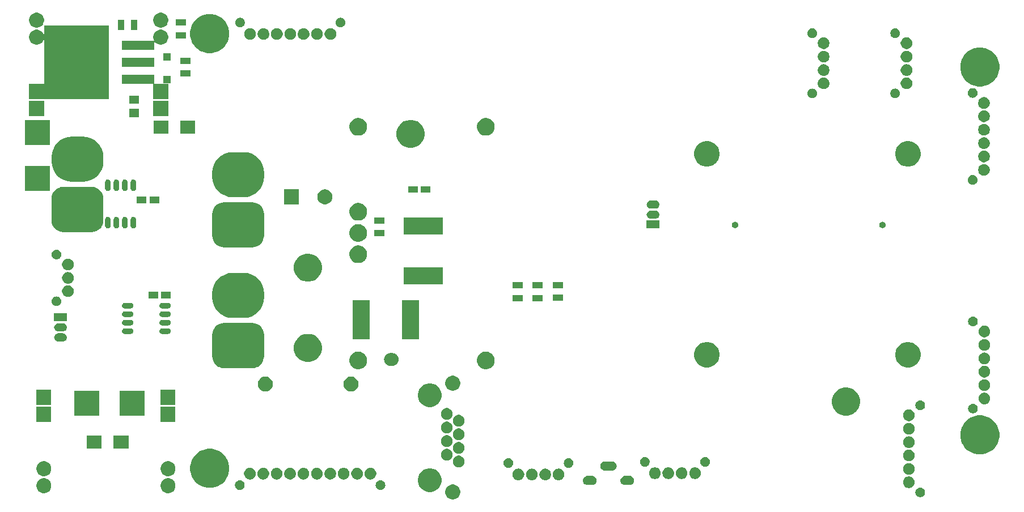
<source format=gbs>
%TF.GenerationSoftware,KiCad,Pcbnew,(2018-02-13 revision 365ab99a6)-makepkg*%
%TF.CreationDate,2018-03-19T17:21:01+01:00*%
%TF.ProjectId,Autopilot_Rev0,4175746F70696C6F745F526576302E6B,rev?*%
%TF.SameCoordinates,Original*%
%TF.FileFunction,Soldermask,Bot*%
%TF.FilePolarity,Negative*%
%FSLAX46Y46*%
G04 Gerber Fmt 4.6, Leading zero omitted, Abs format (unit mm)*
G04 Created by KiCad (PCBNEW (2018-02-13 revision 365ab99a6)-makepkg) date 03/19/18 17:21:01*
%MOMM*%
%LPD*%
G01*
G04 APERTURE LIST*
%ADD10C,0.150000*%
%ADD11C,0.100000*%
G04 APERTURE END LIST*
D10*
%TO.C,JP4*%
X226798000Y-138136000D02*
X227052000Y-138136000D01*
X226798000Y-139914000D02*
X227052000Y-139914000D01*
X226925000Y-138136000D02*
X226925000Y-139914000D01*
X227814000Y-138707500D02*
X227814000Y-139406000D01*
X227560000Y-139723500D02*
X227560000Y-138326500D01*
X227433000Y-138263000D02*
X227433000Y-139787000D01*
X227306000Y-139850500D02*
X227306000Y-138199500D01*
X227179000Y-138199500D02*
X227179000Y-139850500D01*
X227052000Y-139914000D02*
X227052000Y-138136000D01*
X227052000Y-138136000D02*
G75*
G02X227941000Y-139025000I0J-889000D01*
G01*
X227941000Y-139025000D02*
G75*
G02X227052000Y-139914000I-889000J0D01*
G01*
X226036000Y-139406000D02*
X226036000Y-138644000D01*
X226290000Y-138326500D02*
X226290000Y-139723500D01*
X226417000Y-139787000D02*
X226417000Y-138263000D01*
X226544000Y-138199500D02*
X226544000Y-139850500D01*
X226671000Y-139850500D02*
X226671000Y-138199500D01*
X226798000Y-139914000D02*
X226798000Y-138136000D01*
X225909000Y-139025000D02*
G75*
G02X226798000Y-138136000I889000J0D01*
G01*
X226798000Y-139914000D02*
G75*
G02X225909000Y-139025000I0J889000D01*
G01*
D11*
G36*
X236415687Y-157757039D02*
X236415692Y-157757041D01*
X236419284Y-157758529D01*
X236619522Y-157841470D01*
X236751406Y-157929593D01*
X236802958Y-157964039D01*
X236958961Y-158120042D01*
X236958963Y-158120045D01*
X237081530Y-158303478D01*
X237165961Y-158507313D01*
X237209000Y-158723687D01*
X237209000Y-158944313D01*
X237165961Y-159160687D01*
X237081530Y-159364522D01*
X236982282Y-159513056D01*
X236958961Y-159547958D01*
X236802958Y-159703961D01*
X236802955Y-159703963D01*
X236619522Y-159826530D01*
X236415687Y-159910961D01*
X236199313Y-159954000D01*
X235978687Y-159954000D01*
X235762313Y-159910961D01*
X235558478Y-159826530D01*
X235375045Y-159703963D01*
X235375042Y-159703961D01*
X235219039Y-159547958D01*
X235195718Y-159513056D01*
X235096470Y-159364522D01*
X235012039Y-159160687D01*
X234969000Y-158944313D01*
X234969000Y-158723687D01*
X235012039Y-158507313D01*
X235096470Y-158303478D01*
X235219037Y-158120045D01*
X235219039Y-158120042D01*
X235375042Y-157964039D01*
X235426594Y-157929593D01*
X235558478Y-157841470D01*
X235758716Y-157758529D01*
X235762308Y-157757041D01*
X235762313Y-157757039D01*
X235978687Y-157714000D01*
X236199313Y-157714000D01*
X236415687Y-157757039D01*
X236415687Y-157757039D01*
G37*
G36*
X306040465Y-158168835D02*
X306110016Y-158182669D01*
X306241048Y-158236944D01*
X306358973Y-158315739D01*
X306459261Y-158416027D01*
X306538056Y-158533952D01*
X306592331Y-158664984D01*
X306620000Y-158804086D01*
X306620000Y-158945914D01*
X306592331Y-159085016D01*
X306538056Y-159216048D01*
X306459261Y-159333973D01*
X306358973Y-159434261D01*
X306241048Y-159513056D01*
X306110016Y-159567331D01*
X306040465Y-159581165D01*
X305970916Y-159595000D01*
X305829084Y-159595000D01*
X305759535Y-159581165D01*
X305689984Y-159567331D01*
X305558952Y-159513056D01*
X305441027Y-159434261D01*
X305340739Y-159333973D01*
X305261944Y-159216048D01*
X305207669Y-159085016D01*
X305180000Y-158945914D01*
X305180000Y-158804086D01*
X305207669Y-158664984D01*
X305261944Y-158533952D01*
X305340739Y-158416027D01*
X305441027Y-158315739D01*
X305558952Y-158236944D01*
X305689984Y-158182669D01*
X305759535Y-158168834D01*
X305829084Y-158155000D01*
X305970916Y-158155000D01*
X306040465Y-158168835D01*
X306040465Y-158168835D01*
G37*
G36*
X175355687Y-156802039D02*
X175559522Y-156886470D01*
X175742131Y-157008486D01*
X175742958Y-157009039D01*
X175898961Y-157165042D01*
X175898963Y-157165045D01*
X176021530Y-157348478D01*
X176105961Y-157552313D01*
X176149000Y-157768687D01*
X176149000Y-157989313D01*
X176105961Y-158205687D01*
X176021530Y-158409522D01*
X175938388Y-158533952D01*
X175898961Y-158592958D01*
X175742958Y-158748961D01*
X175742955Y-158748963D01*
X175559522Y-158871530D01*
X175355687Y-158955961D01*
X175139313Y-158999000D01*
X174918687Y-158999000D01*
X174702313Y-158955961D01*
X174498478Y-158871530D01*
X174315045Y-158748963D01*
X174315042Y-158748961D01*
X174159039Y-158592958D01*
X174119612Y-158533952D01*
X174036470Y-158409522D01*
X173952039Y-158205687D01*
X173909000Y-157989313D01*
X173909000Y-157768687D01*
X173952039Y-157552313D01*
X174036470Y-157348478D01*
X174159037Y-157165045D01*
X174159039Y-157165042D01*
X174315042Y-157009039D01*
X174315870Y-157008486D01*
X174498478Y-156886470D01*
X174702313Y-156802039D01*
X174918687Y-156759000D01*
X175139313Y-156759000D01*
X175355687Y-156802039D01*
X175355687Y-156802039D01*
G37*
G36*
X193897687Y-156802039D02*
X194101522Y-156886470D01*
X194284131Y-157008486D01*
X194284958Y-157009039D01*
X194440961Y-157165042D01*
X194440963Y-157165045D01*
X194563530Y-157348478D01*
X194647961Y-157552313D01*
X194691000Y-157768687D01*
X194691000Y-157989313D01*
X194647961Y-158205687D01*
X194563530Y-158409522D01*
X194480388Y-158533952D01*
X194440961Y-158592958D01*
X194284958Y-158748961D01*
X194284955Y-158748963D01*
X194101522Y-158871530D01*
X193897687Y-158955961D01*
X193681313Y-158999000D01*
X193460687Y-158999000D01*
X193244313Y-158955961D01*
X193040478Y-158871530D01*
X192857045Y-158748963D01*
X192857042Y-158748961D01*
X192701039Y-158592958D01*
X192661612Y-158533952D01*
X192578470Y-158409522D01*
X192494039Y-158205687D01*
X192451000Y-157989313D01*
X192451000Y-157768687D01*
X192494039Y-157552313D01*
X192578470Y-157348478D01*
X192701037Y-157165045D01*
X192701039Y-157165042D01*
X192857042Y-157009039D01*
X192857870Y-157008486D01*
X193040478Y-156886470D01*
X193244313Y-156802039D01*
X193460687Y-156759000D01*
X193681313Y-156759000D01*
X193897687Y-156802039D01*
X193897687Y-156802039D01*
G37*
G36*
X233176289Y-155354019D02*
X233498408Y-155487445D01*
X233765173Y-155665692D01*
X233788309Y-155681151D01*
X234034849Y-155927691D01*
X234034851Y-155927694D01*
X234228555Y-156217592D01*
X234361981Y-156539711D01*
X234430000Y-156881668D01*
X234430000Y-157230332D01*
X234361981Y-157572289D01*
X234228555Y-157894408D01*
X234085980Y-158107786D01*
X234034849Y-158184309D01*
X233788309Y-158430849D01*
X233788306Y-158430851D01*
X233498408Y-158624555D01*
X233176289Y-158757981D01*
X232834332Y-158826000D01*
X232485668Y-158826000D01*
X232143711Y-158757981D01*
X231821592Y-158624555D01*
X231531694Y-158430851D01*
X231531691Y-158430849D01*
X231285151Y-158184309D01*
X231234020Y-158107786D01*
X231091445Y-157894408D01*
X230958019Y-157572289D01*
X230890000Y-157230332D01*
X230890000Y-156881668D01*
X230958019Y-156539711D01*
X231091445Y-156217592D01*
X231285149Y-155927694D01*
X231285151Y-155927691D01*
X231531691Y-155681151D01*
X231554827Y-155665692D01*
X231821592Y-155487445D01*
X232143711Y-155354019D01*
X232485668Y-155286000D01*
X232834332Y-155286000D01*
X233176289Y-155354019D01*
X233176289Y-155354019D01*
G37*
G36*
X204440465Y-157093835D02*
X204510016Y-157107669D01*
X204641048Y-157161944D01*
X204758973Y-157240739D01*
X204859261Y-157341027D01*
X204938056Y-157458952D01*
X204992331Y-157589984D01*
X204992331Y-157589986D01*
X205018680Y-157722446D01*
X205020000Y-157729086D01*
X205020000Y-157870914D01*
X204992331Y-158010016D01*
X204938056Y-158141048D01*
X204859261Y-158258973D01*
X204758973Y-158359261D01*
X204641048Y-158438056D01*
X204510016Y-158492331D01*
X204440465Y-158506166D01*
X204370916Y-158520000D01*
X204229084Y-158520000D01*
X204159535Y-158506166D01*
X204089984Y-158492331D01*
X203958952Y-158438056D01*
X203841027Y-158359261D01*
X203740739Y-158258973D01*
X203661944Y-158141048D01*
X203607669Y-158010016D01*
X203580000Y-157870914D01*
X203580000Y-157729086D01*
X203581321Y-157722446D01*
X203607669Y-157589986D01*
X203607669Y-157589984D01*
X203661944Y-157458952D01*
X203740739Y-157341027D01*
X203841027Y-157240739D01*
X203958952Y-157161944D01*
X204089984Y-157107669D01*
X204159535Y-157093835D01*
X204229084Y-157080000D01*
X204370916Y-157080000D01*
X204440465Y-157093835D01*
X204440465Y-157093835D01*
G37*
G36*
X225440465Y-157093835D02*
X225510016Y-157107669D01*
X225641048Y-157161944D01*
X225758973Y-157240739D01*
X225859261Y-157341027D01*
X225938056Y-157458952D01*
X225992331Y-157589984D01*
X225992331Y-157589986D01*
X226018680Y-157722446D01*
X226020000Y-157729086D01*
X226020000Y-157870914D01*
X225992331Y-158010016D01*
X225938056Y-158141048D01*
X225859261Y-158258973D01*
X225758973Y-158359261D01*
X225641048Y-158438056D01*
X225510016Y-158492331D01*
X225440465Y-158506166D01*
X225370916Y-158520000D01*
X225229084Y-158520000D01*
X225159535Y-158506166D01*
X225089984Y-158492331D01*
X224958952Y-158438056D01*
X224841027Y-158359261D01*
X224740739Y-158258973D01*
X224661944Y-158141048D01*
X224607669Y-158010016D01*
X224580000Y-157870914D01*
X224580000Y-157729086D01*
X224581321Y-157722446D01*
X224607669Y-157589986D01*
X224607669Y-157589984D01*
X224661944Y-157458952D01*
X224740739Y-157341027D01*
X224841027Y-157240739D01*
X224958952Y-157161944D01*
X225089984Y-157107669D01*
X225159535Y-157093835D01*
X225229084Y-157080000D01*
X225370916Y-157080000D01*
X225440465Y-157093835D01*
X225440465Y-157093835D01*
G37*
G36*
X304397743Y-156527289D02*
X304453770Y-156538433D01*
X304612100Y-156604016D01*
X304754593Y-156699227D01*
X304875773Y-156820407D01*
X304925615Y-156895000D01*
X304970985Y-156962902D01*
X304990095Y-157009037D01*
X305030950Y-157107669D01*
X305036567Y-157121231D01*
X305070000Y-157289310D01*
X305070000Y-157460690D01*
X305036567Y-157628769D01*
X304982035Y-157760422D01*
X304970984Y-157787100D01*
X304875773Y-157929593D01*
X304754593Y-158050773D01*
X304612100Y-158145984D01*
X304453770Y-158211567D01*
X304397743Y-158222711D01*
X304285690Y-158245000D01*
X304114310Y-158245000D01*
X304002257Y-158222711D01*
X303946230Y-158211567D01*
X303787900Y-158145984D01*
X303645407Y-158050773D01*
X303524227Y-157929593D01*
X303429016Y-157787100D01*
X303417966Y-157760422D01*
X303363433Y-157628769D01*
X303330000Y-157460690D01*
X303330000Y-157289310D01*
X303363433Y-157121231D01*
X303369051Y-157107669D01*
X303409905Y-157009037D01*
X303429015Y-156962902D01*
X303474386Y-156895000D01*
X303524227Y-156820407D01*
X303645407Y-156699227D01*
X303787900Y-156604016D01*
X303946230Y-156538433D01*
X304002257Y-156527289D01*
X304114310Y-156505000D01*
X304285690Y-156505000D01*
X304397743Y-156527289D01*
X304397743Y-156527289D01*
G37*
G36*
X200651732Y-152492213D02*
X200921645Y-152604015D01*
X201183139Y-152712329D01*
X201661392Y-153031888D01*
X202068112Y-153438608D01*
X202387671Y-153916861D01*
X202415461Y-153983952D01*
X202607787Y-154448268D01*
X202720000Y-155012403D01*
X202720000Y-155587597D01*
X202607787Y-156151732D01*
X202492524Y-156430000D01*
X202387671Y-156683139D01*
X202068112Y-157161392D01*
X201661392Y-157568112D01*
X201183139Y-157887671D01*
X201081937Y-157929590D01*
X200651732Y-158107787D01*
X200087597Y-158220000D01*
X199512403Y-158220000D01*
X198948268Y-158107787D01*
X198518063Y-157929590D01*
X198416861Y-157887671D01*
X197938608Y-157568112D01*
X197531888Y-157161392D01*
X197212329Y-156683139D01*
X197107476Y-156430000D01*
X196992213Y-156151732D01*
X196880000Y-155587597D01*
X196880000Y-155012403D01*
X196992213Y-154448268D01*
X197184539Y-153983952D01*
X197212329Y-153916861D01*
X197531888Y-153438608D01*
X197938608Y-153031888D01*
X198416861Y-152712329D01*
X198678355Y-152604015D01*
X198948268Y-152492213D01*
X199512403Y-152380000D01*
X200087597Y-152380000D01*
X200651732Y-152492213D01*
X200651732Y-152492213D01*
G37*
G36*
X262639975Y-156441471D02*
X262640092Y-156441508D01*
X262640101Y-156441509D01*
X262765217Y-156481199D01*
X262880363Y-156544500D01*
X262981013Y-156628956D01*
X263063344Y-156731355D01*
X263124221Y-156847803D01*
X263161318Y-156973844D01*
X263173227Y-157104700D01*
X263159492Y-157235376D01*
X263120639Y-157360892D01*
X263058142Y-157476475D01*
X262974391Y-157577714D01*
X262872570Y-157660757D01*
X262756550Y-157722446D01*
X262630769Y-157760422D01*
X262533079Y-157770000D01*
X261769164Y-157770000D01*
X261660025Y-157758529D01*
X261659908Y-157758492D01*
X261659899Y-157758491D01*
X261534783Y-157718801D01*
X261419637Y-157655500D01*
X261318987Y-157571044D01*
X261236656Y-157468645D01*
X261175779Y-157352197D01*
X261138682Y-157226156D01*
X261126773Y-157095300D01*
X261140508Y-156964624D01*
X261179361Y-156839108D01*
X261241858Y-156723525D01*
X261325609Y-156622286D01*
X261427430Y-156539243D01*
X261543450Y-156477554D01*
X261669231Y-156439578D01*
X261766921Y-156430000D01*
X262530836Y-156430000D01*
X262639975Y-156441471D01*
X262639975Y-156441471D01*
G37*
G36*
X257039975Y-156441471D02*
X257040092Y-156441508D01*
X257040101Y-156441509D01*
X257165217Y-156481199D01*
X257280363Y-156544500D01*
X257381013Y-156628956D01*
X257463344Y-156731355D01*
X257524221Y-156847803D01*
X257561318Y-156973844D01*
X257573227Y-157104700D01*
X257559492Y-157235376D01*
X257520639Y-157360892D01*
X257458142Y-157476475D01*
X257374391Y-157577714D01*
X257272570Y-157660757D01*
X257156550Y-157722446D01*
X257030769Y-157760422D01*
X256933079Y-157770000D01*
X256169164Y-157770000D01*
X256060025Y-157758529D01*
X256059908Y-157758492D01*
X256059899Y-157758491D01*
X255934783Y-157718801D01*
X255819637Y-157655500D01*
X255718987Y-157571044D01*
X255636656Y-157468645D01*
X255575779Y-157352197D01*
X255538682Y-157226156D01*
X255526773Y-157095300D01*
X255540508Y-156964624D01*
X255579361Y-156839108D01*
X255641858Y-156723525D01*
X255725609Y-156622286D01*
X255827430Y-156539243D01*
X255943450Y-156477554D01*
X256069231Y-156439578D01*
X256166921Y-156430000D01*
X256930836Y-156430000D01*
X257039975Y-156441471D01*
X257039975Y-156441471D01*
G37*
G36*
X246097743Y-155352289D02*
X246153770Y-155363433D01*
X246265726Y-155409807D01*
X246300539Y-155424227D01*
X246312100Y-155429016D01*
X246454593Y-155524227D01*
X246575773Y-155645407D01*
X246670984Y-155787900D01*
X246733701Y-155939310D01*
X246736567Y-155946231D01*
X246770000Y-156114310D01*
X246770000Y-156285690D01*
X246756458Y-156353769D01*
X246736567Y-156453770D01*
X246670984Y-156612100D01*
X246575773Y-156754593D01*
X246454593Y-156875773D01*
X246312100Y-156970984D01*
X246312099Y-156970985D01*
X246312098Y-156970985D01*
X246265726Y-156990193D01*
X246153770Y-157036567D01*
X246097743Y-157047711D01*
X245985690Y-157070000D01*
X245814310Y-157070000D01*
X245702257Y-157047711D01*
X245646230Y-157036567D01*
X245534274Y-156990193D01*
X245487902Y-156970985D01*
X245487901Y-156970985D01*
X245487900Y-156970984D01*
X245345407Y-156875773D01*
X245224227Y-156754593D01*
X245129016Y-156612100D01*
X245063433Y-156453770D01*
X245043542Y-156353769D01*
X245030000Y-156285690D01*
X245030000Y-156114310D01*
X245063433Y-155946231D01*
X245066300Y-155939310D01*
X245129016Y-155787900D01*
X245224227Y-155645407D01*
X245345407Y-155524227D01*
X245487900Y-155429016D01*
X245499462Y-155424227D01*
X245534274Y-155409807D01*
X245646230Y-155363433D01*
X245702257Y-155352289D01*
X245814310Y-155330000D01*
X245985690Y-155330000D01*
X246097743Y-155352289D01*
X246097743Y-155352289D01*
G37*
G36*
X248097743Y-155352289D02*
X248153770Y-155363433D01*
X248265726Y-155409807D01*
X248300539Y-155424227D01*
X248312100Y-155429016D01*
X248454593Y-155524227D01*
X248575773Y-155645407D01*
X248670984Y-155787900D01*
X248733701Y-155939310D01*
X248736567Y-155946231D01*
X248770000Y-156114310D01*
X248770000Y-156285690D01*
X248756458Y-156353769D01*
X248736567Y-156453770D01*
X248670984Y-156612100D01*
X248575773Y-156754593D01*
X248454593Y-156875773D01*
X248312100Y-156970984D01*
X248312099Y-156970985D01*
X248312098Y-156970985D01*
X248265726Y-156990193D01*
X248153770Y-157036567D01*
X248097743Y-157047711D01*
X247985690Y-157070000D01*
X247814310Y-157070000D01*
X247702257Y-157047711D01*
X247646230Y-157036567D01*
X247534274Y-156990193D01*
X247487902Y-156970985D01*
X247487901Y-156970985D01*
X247487900Y-156970984D01*
X247345407Y-156875773D01*
X247224227Y-156754593D01*
X247129016Y-156612100D01*
X247063433Y-156453770D01*
X247043542Y-156353769D01*
X247030000Y-156285690D01*
X247030000Y-156114310D01*
X247063433Y-155946231D01*
X247066300Y-155939310D01*
X247129016Y-155787900D01*
X247224227Y-155645407D01*
X247345407Y-155524227D01*
X247487900Y-155429016D01*
X247499462Y-155424227D01*
X247534274Y-155409807D01*
X247646230Y-155363433D01*
X247702257Y-155352289D01*
X247814310Y-155330000D01*
X247985690Y-155330000D01*
X248097743Y-155352289D01*
X248097743Y-155352289D01*
G37*
G36*
X250097743Y-155352289D02*
X250153770Y-155363433D01*
X250265726Y-155409807D01*
X250300539Y-155424227D01*
X250312100Y-155429016D01*
X250454593Y-155524227D01*
X250575773Y-155645407D01*
X250670984Y-155787900D01*
X250733701Y-155939310D01*
X250736567Y-155946231D01*
X250770000Y-156114310D01*
X250770000Y-156285690D01*
X250756458Y-156353769D01*
X250736567Y-156453770D01*
X250670984Y-156612100D01*
X250575773Y-156754593D01*
X250454593Y-156875773D01*
X250312100Y-156970984D01*
X250312099Y-156970985D01*
X250312098Y-156970985D01*
X250265726Y-156990193D01*
X250153770Y-157036567D01*
X250097743Y-157047711D01*
X249985690Y-157070000D01*
X249814310Y-157070000D01*
X249702257Y-157047711D01*
X249646230Y-157036567D01*
X249534274Y-156990193D01*
X249487902Y-156970985D01*
X249487901Y-156970985D01*
X249487900Y-156970984D01*
X249345407Y-156875773D01*
X249224227Y-156754593D01*
X249129016Y-156612100D01*
X249063433Y-156453770D01*
X249043542Y-156353769D01*
X249030000Y-156285690D01*
X249030000Y-156114310D01*
X249063433Y-155946231D01*
X249066300Y-155939310D01*
X249129016Y-155787900D01*
X249224227Y-155645407D01*
X249345407Y-155524227D01*
X249487900Y-155429016D01*
X249499462Y-155424227D01*
X249534274Y-155409807D01*
X249646230Y-155363433D01*
X249702257Y-155352289D01*
X249814310Y-155330000D01*
X249985690Y-155330000D01*
X250097743Y-155352289D01*
X250097743Y-155352289D01*
G37*
G36*
X252097743Y-155352289D02*
X252153770Y-155363433D01*
X252265726Y-155409807D01*
X252300539Y-155424227D01*
X252312100Y-155429016D01*
X252454593Y-155524227D01*
X252575773Y-155645407D01*
X252670984Y-155787900D01*
X252733701Y-155939310D01*
X252736567Y-155946231D01*
X252770000Y-156114310D01*
X252770000Y-156285690D01*
X252756458Y-156353769D01*
X252736567Y-156453770D01*
X252670984Y-156612100D01*
X252575773Y-156754593D01*
X252454593Y-156875773D01*
X252312100Y-156970984D01*
X252312099Y-156970985D01*
X252312098Y-156970985D01*
X252265726Y-156990193D01*
X252153770Y-157036567D01*
X252097743Y-157047711D01*
X251985690Y-157070000D01*
X251814310Y-157070000D01*
X251702257Y-157047711D01*
X251646230Y-157036567D01*
X251534274Y-156990193D01*
X251487902Y-156970985D01*
X251487901Y-156970985D01*
X251487900Y-156970984D01*
X251345407Y-156875773D01*
X251224227Y-156754593D01*
X251129016Y-156612100D01*
X251063433Y-156453770D01*
X251043542Y-156353769D01*
X251030000Y-156285690D01*
X251030000Y-156114310D01*
X251063433Y-155946231D01*
X251066300Y-155939310D01*
X251129016Y-155787900D01*
X251224227Y-155645407D01*
X251345407Y-155524227D01*
X251487900Y-155429016D01*
X251499462Y-155424227D01*
X251534274Y-155409807D01*
X251646230Y-155363433D01*
X251702257Y-155352289D01*
X251814310Y-155330000D01*
X251985690Y-155330000D01*
X252097743Y-155352289D01*
X252097743Y-155352289D01*
G37*
G36*
X205997743Y-155252289D02*
X206053770Y-155263433D01*
X206165726Y-155309807D01*
X206205959Y-155326472D01*
X206212100Y-155329016D01*
X206354593Y-155424227D01*
X206475773Y-155545407D01*
X206570984Y-155687900D01*
X206612407Y-155787902D01*
X206636567Y-155846231D01*
X206670000Y-156014310D01*
X206670000Y-156185690D01*
X206651485Y-156278769D01*
X206636567Y-156353770D01*
X206570984Y-156512100D01*
X206475773Y-156654593D01*
X206354593Y-156775773D01*
X206212100Y-156870984D01*
X206212099Y-156870985D01*
X206212098Y-156870985D01*
X206200534Y-156875775D01*
X206053770Y-156936567D01*
X205997743Y-156947711D01*
X205885690Y-156970000D01*
X205714310Y-156970000D01*
X205602257Y-156947711D01*
X205546230Y-156936567D01*
X205399466Y-156875775D01*
X205387902Y-156870985D01*
X205387901Y-156870985D01*
X205387900Y-156870984D01*
X205245407Y-156775773D01*
X205124227Y-156654593D01*
X205029016Y-156512100D01*
X204963433Y-156353770D01*
X204948515Y-156278769D01*
X204930000Y-156185690D01*
X204930000Y-156014310D01*
X204963433Y-155846231D01*
X204987594Y-155787902D01*
X205029016Y-155687900D01*
X205124227Y-155545407D01*
X205245407Y-155424227D01*
X205387900Y-155329016D01*
X205394042Y-155326472D01*
X205434274Y-155309807D01*
X205546230Y-155263433D01*
X205602257Y-155252289D01*
X205714310Y-155230000D01*
X205885690Y-155230000D01*
X205997743Y-155252289D01*
X205997743Y-155252289D01*
G37*
G36*
X223997743Y-155252289D02*
X224053770Y-155263433D01*
X224165726Y-155309807D01*
X224205959Y-155326472D01*
X224212100Y-155329016D01*
X224354593Y-155424227D01*
X224475773Y-155545407D01*
X224570984Y-155687900D01*
X224612407Y-155787902D01*
X224636567Y-155846231D01*
X224670000Y-156014310D01*
X224670000Y-156185690D01*
X224651485Y-156278769D01*
X224636567Y-156353770D01*
X224570984Y-156512100D01*
X224475773Y-156654593D01*
X224354593Y-156775773D01*
X224212100Y-156870984D01*
X224212099Y-156870985D01*
X224212098Y-156870985D01*
X224200534Y-156875775D01*
X224053770Y-156936567D01*
X223997743Y-156947711D01*
X223885690Y-156970000D01*
X223714310Y-156970000D01*
X223602257Y-156947711D01*
X223546230Y-156936567D01*
X223399466Y-156875775D01*
X223387902Y-156870985D01*
X223387901Y-156870985D01*
X223387900Y-156870984D01*
X223245407Y-156775773D01*
X223124227Y-156654593D01*
X223029016Y-156512100D01*
X222963433Y-156353770D01*
X222948515Y-156278769D01*
X222930000Y-156185690D01*
X222930000Y-156014310D01*
X222963433Y-155846231D01*
X222987594Y-155787902D01*
X223029016Y-155687900D01*
X223124227Y-155545407D01*
X223245407Y-155424227D01*
X223387900Y-155329016D01*
X223394042Y-155326472D01*
X223434274Y-155309807D01*
X223546230Y-155263433D01*
X223602257Y-155252289D01*
X223714310Y-155230000D01*
X223885690Y-155230000D01*
X223997743Y-155252289D01*
X223997743Y-155252289D01*
G37*
G36*
X221997743Y-155252289D02*
X222053770Y-155263433D01*
X222165726Y-155309807D01*
X222205959Y-155326472D01*
X222212100Y-155329016D01*
X222354593Y-155424227D01*
X222475773Y-155545407D01*
X222570984Y-155687900D01*
X222612407Y-155787902D01*
X222636567Y-155846231D01*
X222670000Y-156014310D01*
X222670000Y-156185690D01*
X222651485Y-156278769D01*
X222636567Y-156353770D01*
X222570984Y-156512100D01*
X222475773Y-156654593D01*
X222354593Y-156775773D01*
X222212100Y-156870984D01*
X222212099Y-156870985D01*
X222212098Y-156870985D01*
X222200534Y-156875775D01*
X222053770Y-156936567D01*
X221997743Y-156947711D01*
X221885690Y-156970000D01*
X221714310Y-156970000D01*
X221602257Y-156947711D01*
X221546230Y-156936567D01*
X221399466Y-156875775D01*
X221387902Y-156870985D01*
X221387901Y-156870985D01*
X221387900Y-156870984D01*
X221245407Y-156775773D01*
X221124227Y-156654593D01*
X221029016Y-156512100D01*
X220963433Y-156353770D01*
X220948515Y-156278769D01*
X220930000Y-156185690D01*
X220930000Y-156014310D01*
X220963433Y-155846231D01*
X220987594Y-155787902D01*
X221029016Y-155687900D01*
X221124227Y-155545407D01*
X221245407Y-155424227D01*
X221387900Y-155329016D01*
X221394042Y-155326472D01*
X221434274Y-155309807D01*
X221546230Y-155263433D01*
X221602257Y-155252289D01*
X221714310Y-155230000D01*
X221885690Y-155230000D01*
X221997743Y-155252289D01*
X221997743Y-155252289D01*
G37*
G36*
X219997743Y-155252289D02*
X220053770Y-155263433D01*
X220165726Y-155309807D01*
X220205959Y-155326472D01*
X220212100Y-155329016D01*
X220354593Y-155424227D01*
X220475773Y-155545407D01*
X220570984Y-155687900D01*
X220612407Y-155787902D01*
X220636567Y-155846231D01*
X220670000Y-156014310D01*
X220670000Y-156185690D01*
X220651485Y-156278769D01*
X220636567Y-156353770D01*
X220570984Y-156512100D01*
X220475773Y-156654593D01*
X220354593Y-156775773D01*
X220212100Y-156870984D01*
X220212099Y-156870985D01*
X220212098Y-156870985D01*
X220200534Y-156875775D01*
X220053770Y-156936567D01*
X219997743Y-156947711D01*
X219885690Y-156970000D01*
X219714310Y-156970000D01*
X219602257Y-156947711D01*
X219546230Y-156936567D01*
X219399466Y-156875775D01*
X219387902Y-156870985D01*
X219387901Y-156870985D01*
X219387900Y-156870984D01*
X219245407Y-156775773D01*
X219124227Y-156654593D01*
X219029016Y-156512100D01*
X218963433Y-156353770D01*
X218948515Y-156278769D01*
X218930000Y-156185690D01*
X218930000Y-156014310D01*
X218963433Y-155846231D01*
X218987594Y-155787902D01*
X219029016Y-155687900D01*
X219124227Y-155545407D01*
X219245407Y-155424227D01*
X219387900Y-155329016D01*
X219394042Y-155326472D01*
X219434274Y-155309807D01*
X219546230Y-155263433D01*
X219602257Y-155252289D01*
X219714310Y-155230000D01*
X219885690Y-155230000D01*
X219997743Y-155252289D01*
X219997743Y-155252289D01*
G37*
G36*
X217997743Y-155252289D02*
X218053770Y-155263433D01*
X218165726Y-155309807D01*
X218205959Y-155326472D01*
X218212100Y-155329016D01*
X218354593Y-155424227D01*
X218475773Y-155545407D01*
X218570984Y-155687900D01*
X218612407Y-155787902D01*
X218636567Y-155846231D01*
X218670000Y-156014310D01*
X218670000Y-156185690D01*
X218651485Y-156278769D01*
X218636567Y-156353770D01*
X218570984Y-156512100D01*
X218475773Y-156654593D01*
X218354593Y-156775773D01*
X218212100Y-156870984D01*
X218212099Y-156870985D01*
X218212098Y-156870985D01*
X218200534Y-156875775D01*
X218053770Y-156936567D01*
X217997743Y-156947711D01*
X217885690Y-156970000D01*
X217714310Y-156970000D01*
X217602257Y-156947711D01*
X217546230Y-156936567D01*
X217399466Y-156875775D01*
X217387902Y-156870985D01*
X217387901Y-156870985D01*
X217387900Y-156870984D01*
X217245407Y-156775773D01*
X217124227Y-156654593D01*
X217029016Y-156512100D01*
X216963433Y-156353770D01*
X216948515Y-156278769D01*
X216930000Y-156185690D01*
X216930000Y-156014310D01*
X216963433Y-155846231D01*
X216987594Y-155787902D01*
X217029016Y-155687900D01*
X217124227Y-155545407D01*
X217245407Y-155424227D01*
X217387900Y-155329016D01*
X217394042Y-155326472D01*
X217434274Y-155309807D01*
X217546230Y-155263433D01*
X217602257Y-155252289D01*
X217714310Y-155230000D01*
X217885690Y-155230000D01*
X217997743Y-155252289D01*
X217997743Y-155252289D01*
G37*
G36*
X215997743Y-155252289D02*
X216053770Y-155263433D01*
X216165726Y-155309807D01*
X216205959Y-155326472D01*
X216212100Y-155329016D01*
X216354593Y-155424227D01*
X216475773Y-155545407D01*
X216570984Y-155687900D01*
X216612407Y-155787902D01*
X216636567Y-155846231D01*
X216670000Y-156014310D01*
X216670000Y-156185690D01*
X216651485Y-156278769D01*
X216636567Y-156353770D01*
X216570984Y-156512100D01*
X216475773Y-156654593D01*
X216354593Y-156775773D01*
X216212100Y-156870984D01*
X216212099Y-156870985D01*
X216212098Y-156870985D01*
X216200534Y-156875775D01*
X216053770Y-156936567D01*
X215997743Y-156947711D01*
X215885690Y-156970000D01*
X215714310Y-156970000D01*
X215602257Y-156947711D01*
X215546230Y-156936567D01*
X215399466Y-156875775D01*
X215387902Y-156870985D01*
X215387901Y-156870985D01*
X215387900Y-156870984D01*
X215245407Y-156775773D01*
X215124227Y-156654593D01*
X215029016Y-156512100D01*
X214963433Y-156353770D01*
X214948515Y-156278769D01*
X214930000Y-156185690D01*
X214930000Y-156014310D01*
X214963433Y-155846231D01*
X214987594Y-155787902D01*
X215029016Y-155687900D01*
X215124227Y-155545407D01*
X215245407Y-155424227D01*
X215387900Y-155329016D01*
X215394042Y-155326472D01*
X215434274Y-155309807D01*
X215546230Y-155263433D01*
X215602257Y-155252289D01*
X215714310Y-155230000D01*
X215885690Y-155230000D01*
X215997743Y-155252289D01*
X215997743Y-155252289D01*
G37*
G36*
X213997743Y-155252289D02*
X214053770Y-155263433D01*
X214165726Y-155309807D01*
X214205959Y-155326472D01*
X214212100Y-155329016D01*
X214354593Y-155424227D01*
X214475773Y-155545407D01*
X214570984Y-155687900D01*
X214612407Y-155787902D01*
X214636567Y-155846231D01*
X214670000Y-156014310D01*
X214670000Y-156185690D01*
X214651485Y-156278769D01*
X214636567Y-156353770D01*
X214570984Y-156512100D01*
X214475773Y-156654593D01*
X214354593Y-156775773D01*
X214212100Y-156870984D01*
X214212099Y-156870985D01*
X214212098Y-156870985D01*
X214200534Y-156875775D01*
X214053770Y-156936567D01*
X213997743Y-156947711D01*
X213885690Y-156970000D01*
X213714310Y-156970000D01*
X213602257Y-156947711D01*
X213546230Y-156936567D01*
X213399466Y-156875775D01*
X213387902Y-156870985D01*
X213387901Y-156870985D01*
X213387900Y-156870984D01*
X213245407Y-156775773D01*
X213124227Y-156654593D01*
X213029016Y-156512100D01*
X212963433Y-156353770D01*
X212948515Y-156278769D01*
X212930000Y-156185690D01*
X212930000Y-156014310D01*
X212963433Y-155846231D01*
X212987594Y-155787902D01*
X213029016Y-155687900D01*
X213124227Y-155545407D01*
X213245407Y-155424227D01*
X213387900Y-155329016D01*
X213394042Y-155326472D01*
X213434274Y-155309807D01*
X213546230Y-155263433D01*
X213602257Y-155252289D01*
X213714310Y-155230000D01*
X213885690Y-155230000D01*
X213997743Y-155252289D01*
X213997743Y-155252289D01*
G37*
G36*
X209997743Y-155252289D02*
X210053770Y-155263433D01*
X210165726Y-155309807D01*
X210205959Y-155326472D01*
X210212100Y-155329016D01*
X210354593Y-155424227D01*
X210475773Y-155545407D01*
X210570984Y-155687900D01*
X210612407Y-155787902D01*
X210636567Y-155846231D01*
X210670000Y-156014310D01*
X210670000Y-156185690D01*
X210651485Y-156278769D01*
X210636567Y-156353770D01*
X210570984Y-156512100D01*
X210475773Y-156654593D01*
X210354593Y-156775773D01*
X210212100Y-156870984D01*
X210212099Y-156870985D01*
X210212098Y-156870985D01*
X210200534Y-156875775D01*
X210053770Y-156936567D01*
X209997743Y-156947711D01*
X209885690Y-156970000D01*
X209714310Y-156970000D01*
X209602257Y-156947711D01*
X209546230Y-156936567D01*
X209399466Y-156875775D01*
X209387902Y-156870985D01*
X209387901Y-156870985D01*
X209387900Y-156870984D01*
X209245407Y-156775773D01*
X209124227Y-156654593D01*
X209029016Y-156512100D01*
X208963433Y-156353770D01*
X208948515Y-156278769D01*
X208930000Y-156185690D01*
X208930000Y-156014310D01*
X208963433Y-155846231D01*
X208987594Y-155787902D01*
X209029016Y-155687900D01*
X209124227Y-155545407D01*
X209245407Y-155424227D01*
X209387900Y-155329016D01*
X209394042Y-155326472D01*
X209434274Y-155309807D01*
X209546230Y-155263433D01*
X209602257Y-155252289D01*
X209714310Y-155230000D01*
X209885690Y-155230000D01*
X209997743Y-155252289D01*
X209997743Y-155252289D01*
G37*
G36*
X207997743Y-155252289D02*
X208053770Y-155263433D01*
X208165726Y-155309807D01*
X208205959Y-155326472D01*
X208212100Y-155329016D01*
X208354593Y-155424227D01*
X208475773Y-155545407D01*
X208570984Y-155687900D01*
X208612407Y-155787902D01*
X208636567Y-155846231D01*
X208670000Y-156014310D01*
X208670000Y-156185690D01*
X208651485Y-156278769D01*
X208636567Y-156353770D01*
X208570984Y-156512100D01*
X208475773Y-156654593D01*
X208354593Y-156775773D01*
X208212100Y-156870984D01*
X208212099Y-156870985D01*
X208212098Y-156870985D01*
X208200534Y-156875775D01*
X208053770Y-156936567D01*
X207997743Y-156947711D01*
X207885690Y-156970000D01*
X207714310Y-156970000D01*
X207602257Y-156947711D01*
X207546230Y-156936567D01*
X207399466Y-156875775D01*
X207387902Y-156870985D01*
X207387901Y-156870985D01*
X207387900Y-156870984D01*
X207245407Y-156775773D01*
X207124227Y-156654593D01*
X207029016Y-156512100D01*
X206963433Y-156353770D01*
X206948515Y-156278769D01*
X206930000Y-156185690D01*
X206930000Y-156014310D01*
X206963433Y-155846231D01*
X206987594Y-155787902D01*
X207029016Y-155687900D01*
X207124227Y-155545407D01*
X207245407Y-155424227D01*
X207387900Y-155329016D01*
X207394042Y-155326472D01*
X207434274Y-155309807D01*
X207546230Y-155263433D01*
X207602257Y-155252289D01*
X207714310Y-155230000D01*
X207885690Y-155230000D01*
X207997743Y-155252289D01*
X207997743Y-155252289D01*
G37*
G36*
X211997743Y-155252289D02*
X212053770Y-155263433D01*
X212165726Y-155309807D01*
X212205959Y-155326472D01*
X212212100Y-155329016D01*
X212354593Y-155424227D01*
X212475773Y-155545407D01*
X212570984Y-155687900D01*
X212612407Y-155787902D01*
X212636567Y-155846231D01*
X212670000Y-156014310D01*
X212670000Y-156185690D01*
X212651485Y-156278769D01*
X212636567Y-156353770D01*
X212570984Y-156512100D01*
X212475773Y-156654593D01*
X212354593Y-156775773D01*
X212212100Y-156870984D01*
X212212099Y-156870985D01*
X212212098Y-156870985D01*
X212200534Y-156875775D01*
X212053770Y-156936567D01*
X211997743Y-156947711D01*
X211885690Y-156970000D01*
X211714310Y-156970000D01*
X211602257Y-156947711D01*
X211546230Y-156936567D01*
X211399466Y-156875775D01*
X211387902Y-156870985D01*
X211387901Y-156870985D01*
X211387900Y-156870984D01*
X211245407Y-156775773D01*
X211124227Y-156654593D01*
X211029016Y-156512100D01*
X210963433Y-156353770D01*
X210948515Y-156278769D01*
X210930000Y-156185690D01*
X210930000Y-156014310D01*
X210963433Y-155846231D01*
X210987594Y-155787902D01*
X211029016Y-155687900D01*
X211124227Y-155545407D01*
X211245407Y-155424227D01*
X211387900Y-155329016D01*
X211394042Y-155326472D01*
X211434274Y-155309807D01*
X211546230Y-155263433D01*
X211602257Y-155252289D01*
X211714310Y-155230000D01*
X211885690Y-155230000D01*
X211997743Y-155252289D01*
X211997743Y-155252289D01*
G37*
G36*
X272472743Y-155177289D02*
X272528770Y-155188433D01*
X272687100Y-155254016D01*
X272829593Y-155349227D01*
X272950773Y-155470407D01*
X273029076Y-155587595D01*
X273045985Y-155612902D01*
X273111567Y-155771231D01*
X273145000Y-155939310D01*
X273145000Y-156110690D01*
X273125453Y-156208961D01*
X273111567Y-156278770D01*
X273045984Y-156437100D01*
X272950773Y-156579593D01*
X272829593Y-156700773D01*
X272687100Y-156795984D01*
X272687099Y-156795985D01*
X272687098Y-156795985D01*
X272640726Y-156815193D01*
X272528770Y-156861567D01*
X272481427Y-156870984D01*
X272360690Y-156895000D01*
X272189310Y-156895000D01*
X272068573Y-156870984D01*
X272021230Y-156861567D01*
X271909274Y-156815193D01*
X271862902Y-156795985D01*
X271862901Y-156795985D01*
X271862900Y-156795984D01*
X271720407Y-156700773D01*
X271599227Y-156579593D01*
X271504016Y-156437100D01*
X271438433Y-156278770D01*
X271424547Y-156208961D01*
X271405000Y-156110690D01*
X271405000Y-155939310D01*
X271438433Y-155771231D01*
X271504015Y-155612902D01*
X271520925Y-155587595D01*
X271599227Y-155470407D01*
X271720407Y-155349227D01*
X271862900Y-155254016D01*
X272021230Y-155188433D01*
X272077257Y-155177289D01*
X272189310Y-155155000D01*
X272360690Y-155155000D01*
X272472743Y-155177289D01*
X272472743Y-155177289D01*
G37*
G36*
X270472743Y-155177289D02*
X270528770Y-155188433D01*
X270687100Y-155254016D01*
X270829593Y-155349227D01*
X270950773Y-155470407D01*
X271029076Y-155587595D01*
X271045985Y-155612902D01*
X271111567Y-155771231D01*
X271145000Y-155939310D01*
X271145000Y-156110690D01*
X271125453Y-156208961D01*
X271111567Y-156278770D01*
X271045984Y-156437100D01*
X270950773Y-156579593D01*
X270829593Y-156700773D01*
X270687100Y-156795984D01*
X270687099Y-156795985D01*
X270687098Y-156795985D01*
X270640726Y-156815193D01*
X270528770Y-156861567D01*
X270481427Y-156870984D01*
X270360690Y-156895000D01*
X270189310Y-156895000D01*
X270068573Y-156870984D01*
X270021230Y-156861567D01*
X269909274Y-156815193D01*
X269862902Y-156795985D01*
X269862901Y-156795985D01*
X269862900Y-156795984D01*
X269720407Y-156700773D01*
X269599227Y-156579593D01*
X269504016Y-156437100D01*
X269438433Y-156278770D01*
X269424547Y-156208961D01*
X269405000Y-156110690D01*
X269405000Y-155939310D01*
X269438433Y-155771231D01*
X269504015Y-155612902D01*
X269520925Y-155587595D01*
X269599227Y-155470407D01*
X269720407Y-155349227D01*
X269862900Y-155254016D01*
X270021230Y-155188433D01*
X270077257Y-155177289D01*
X270189310Y-155155000D01*
X270360690Y-155155000D01*
X270472743Y-155177289D01*
X270472743Y-155177289D01*
G37*
G36*
X268472743Y-155177289D02*
X268528770Y-155188433D01*
X268687100Y-155254016D01*
X268829593Y-155349227D01*
X268950773Y-155470407D01*
X269029076Y-155587595D01*
X269045985Y-155612902D01*
X269111567Y-155771231D01*
X269145000Y-155939310D01*
X269145000Y-156110690D01*
X269125453Y-156208961D01*
X269111567Y-156278770D01*
X269045984Y-156437100D01*
X268950773Y-156579593D01*
X268829593Y-156700773D01*
X268687100Y-156795984D01*
X268687099Y-156795985D01*
X268687098Y-156795985D01*
X268640726Y-156815193D01*
X268528770Y-156861567D01*
X268481427Y-156870984D01*
X268360690Y-156895000D01*
X268189310Y-156895000D01*
X268068573Y-156870984D01*
X268021230Y-156861567D01*
X267909274Y-156815193D01*
X267862902Y-156795985D01*
X267862901Y-156795985D01*
X267862900Y-156795984D01*
X267720407Y-156700773D01*
X267599227Y-156579593D01*
X267504016Y-156437100D01*
X267438433Y-156278770D01*
X267424547Y-156208961D01*
X267405000Y-156110690D01*
X267405000Y-155939310D01*
X267438433Y-155771231D01*
X267504015Y-155612902D01*
X267520925Y-155587595D01*
X267599227Y-155470407D01*
X267720407Y-155349227D01*
X267862900Y-155254016D01*
X268021230Y-155188433D01*
X268077257Y-155177289D01*
X268189310Y-155155000D01*
X268360690Y-155155000D01*
X268472743Y-155177289D01*
X268472743Y-155177289D01*
G37*
G36*
X266472743Y-155177289D02*
X266528770Y-155188433D01*
X266687100Y-155254016D01*
X266829593Y-155349227D01*
X266950773Y-155470407D01*
X267029076Y-155587595D01*
X267045985Y-155612902D01*
X267111567Y-155771231D01*
X267145000Y-155939310D01*
X267145000Y-156110690D01*
X267125453Y-156208961D01*
X267111567Y-156278770D01*
X267045984Y-156437100D01*
X266950773Y-156579593D01*
X266829593Y-156700773D01*
X266687100Y-156795984D01*
X266687099Y-156795985D01*
X266687098Y-156795985D01*
X266640726Y-156815193D01*
X266528770Y-156861567D01*
X266481427Y-156870984D01*
X266360690Y-156895000D01*
X266189310Y-156895000D01*
X266068573Y-156870984D01*
X266021230Y-156861567D01*
X265909274Y-156815193D01*
X265862902Y-156795985D01*
X265862901Y-156795985D01*
X265862900Y-156795984D01*
X265720407Y-156700773D01*
X265599227Y-156579593D01*
X265504016Y-156437100D01*
X265438433Y-156278770D01*
X265424547Y-156208961D01*
X265405000Y-156110690D01*
X265405000Y-155939310D01*
X265438433Y-155771231D01*
X265504015Y-155612902D01*
X265520925Y-155587595D01*
X265599227Y-155470407D01*
X265720407Y-155349227D01*
X265862900Y-155254016D01*
X266021230Y-155188433D01*
X266077257Y-155177289D01*
X266189310Y-155155000D01*
X266360690Y-155155000D01*
X266472743Y-155177289D01*
X266472743Y-155177289D01*
G37*
G36*
X193897687Y-154262039D02*
X194101522Y-154346470D01*
X194253872Y-154448268D01*
X194284958Y-154469039D01*
X194440961Y-154625042D01*
X194440963Y-154625045D01*
X194563530Y-154808478D01*
X194647961Y-155012313D01*
X194691000Y-155228687D01*
X194691000Y-155449313D01*
X194647961Y-155665687D01*
X194563530Y-155869522D01*
X194442421Y-156050773D01*
X194440961Y-156052958D01*
X194284958Y-156208961D01*
X194284955Y-156208963D01*
X194101522Y-156331530D01*
X193897687Y-156415961D01*
X193681313Y-156459000D01*
X193460687Y-156459000D01*
X193244313Y-156415961D01*
X193040478Y-156331530D01*
X192857045Y-156208963D01*
X192857042Y-156208961D01*
X192701039Y-156052958D01*
X192699579Y-156050773D01*
X192578470Y-155869522D01*
X192494039Y-155665687D01*
X192451000Y-155449313D01*
X192451000Y-155228687D01*
X192494039Y-155012313D01*
X192578470Y-154808478D01*
X192701037Y-154625045D01*
X192701039Y-154625042D01*
X192857042Y-154469039D01*
X192888128Y-154448268D01*
X193040478Y-154346470D01*
X193244313Y-154262039D01*
X193460687Y-154219000D01*
X193681313Y-154219000D01*
X193897687Y-154262039D01*
X193897687Y-154262039D01*
G37*
G36*
X175355687Y-154262039D02*
X175559522Y-154346470D01*
X175711872Y-154448268D01*
X175742958Y-154469039D01*
X175898961Y-154625042D01*
X175898963Y-154625045D01*
X176021530Y-154808478D01*
X176105961Y-155012313D01*
X176149000Y-155228687D01*
X176149000Y-155449313D01*
X176105961Y-155665687D01*
X176021530Y-155869522D01*
X175900421Y-156050773D01*
X175898961Y-156052958D01*
X175742958Y-156208961D01*
X175742955Y-156208963D01*
X175559522Y-156331530D01*
X175355687Y-156415961D01*
X175139313Y-156459000D01*
X174918687Y-156459000D01*
X174702313Y-156415961D01*
X174498478Y-156331530D01*
X174315045Y-156208963D01*
X174315042Y-156208961D01*
X174159039Y-156052958D01*
X174157579Y-156050773D01*
X174036470Y-155869522D01*
X173952039Y-155665687D01*
X173909000Y-155449313D01*
X173909000Y-155228687D01*
X173952039Y-155012313D01*
X174036470Y-154808478D01*
X174159037Y-154625045D01*
X174159039Y-154625042D01*
X174315042Y-154469039D01*
X174346128Y-154448268D01*
X174498478Y-154346470D01*
X174702313Y-154262039D01*
X174918687Y-154219000D01*
X175139313Y-154219000D01*
X175355687Y-154262039D01*
X175355687Y-154262039D01*
G37*
G36*
X304397743Y-154527289D02*
X304453770Y-154538433D01*
X304612100Y-154604016D01*
X304754593Y-154699227D01*
X304875773Y-154820407D01*
X304970984Y-154962900D01*
X305036567Y-155121230D01*
X305039914Y-155138055D01*
X305070000Y-155289310D01*
X305070000Y-155460690D01*
X305060041Y-155510757D01*
X305036567Y-155628770D01*
X304970984Y-155787100D01*
X304875773Y-155929593D01*
X304754593Y-156050773D01*
X304612100Y-156145984D01*
X304612099Y-156145985D01*
X304612098Y-156145985D01*
X304598221Y-156151733D01*
X304453770Y-156211567D01*
X304397743Y-156222711D01*
X304285690Y-156245000D01*
X304114310Y-156245000D01*
X304002257Y-156222711D01*
X303946230Y-156211567D01*
X303801779Y-156151733D01*
X303787902Y-156145985D01*
X303787901Y-156145985D01*
X303787900Y-156145984D01*
X303645407Y-156050773D01*
X303524227Y-155929593D01*
X303429016Y-155787100D01*
X303363433Y-155628770D01*
X303339959Y-155510757D01*
X303330000Y-155460690D01*
X303330000Y-155289310D01*
X303360086Y-155138055D01*
X303363433Y-155121230D01*
X303429016Y-154962900D01*
X303524227Y-154820407D01*
X303645407Y-154699227D01*
X303787900Y-154604016D01*
X303946230Y-154538433D01*
X304002257Y-154527289D01*
X304114310Y-154505000D01*
X304285690Y-154505000D01*
X304397743Y-154527289D01*
X304397743Y-154527289D01*
G37*
G36*
X260039975Y-154291471D02*
X260040092Y-154291508D01*
X260040101Y-154291509D01*
X260165217Y-154331199D01*
X260280363Y-154394500D01*
X260381013Y-154478956D01*
X260463344Y-154581355D01*
X260524221Y-154697803D01*
X260561318Y-154823844D01*
X260573227Y-154954700D01*
X260559492Y-155085376D01*
X260520639Y-155210892D01*
X260458142Y-155326475D01*
X260374391Y-155427714D01*
X260272570Y-155510757D01*
X260156550Y-155572446D01*
X260030769Y-155610422D01*
X259933079Y-155620000D01*
X258769164Y-155620000D01*
X258660025Y-155608529D01*
X258659908Y-155608492D01*
X258659899Y-155608491D01*
X258534783Y-155568801D01*
X258419637Y-155505500D01*
X258318987Y-155421044D01*
X258236656Y-155318645D01*
X258175779Y-155202197D01*
X258138682Y-155076156D01*
X258126773Y-154945300D01*
X258140508Y-154814624D01*
X258179361Y-154689108D01*
X258241858Y-154573525D01*
X258325609Y-154472286D01*
X258427430Y-154389243D01*
X258543450Y-154327554D01*
X258669231Y-154289578D01*
X258766921Y-154280000D01*
X259930836Y-154280000D01*
X260039975Y-154291471D01*
X260039975Y-154291471D01*
G37*
G36*
X244540465Y-153793835D02*
X244610016Y-153807669D01*
X244741048Y-153861944D01*
X244858973Y-153940739D01*
X244959261Y-154041027D01*
X245038056Y-154158952D01*
X245092331Y-154289984D01*
X245106165Y-154359535D01*
X245120000Y-154429084D01*
X245120000Y-154570916D01*
X245117923Y-154581358D01*
X245092331Y-154710016D01*
X245038056Y-154841048D01*
X244959261Y-154958973D01*
X244858973Y-155059261D01*
X244741048Y-155138056D01*
X244610016Y-155192331D01*
X244540465Y-155206166D01*
X244470916Y-155220000D01*
X244329084Y-155220000D01*
X244259535Y-155206166D01*
X244189984Y-155192331D01*
X244058952Y-155138056D01*
X243941027Y-155059261D01*
X243840739Y-154958973D01*
X243761944Y-154841048D01*
X243707669Y-154710016D01*
X243682077Y-154581358D01*
X243680000Y-154570916D01*
X243680000Y-154429084D01*
X243693834Y-154359535D01*
X243707669Y-154289984D01*
X243761944Y-154158952D01*
X243840739Y-154041027D01*
X243941027Y-153940739D01*
X244058952Y-153861944D01*
X244189984Y-153807669D01*
X244259535Y-153793835D01*
X244329084Y-153780000D01*
X244470916Y-153780000D01*
X244540465Y-153793835D01*
X244540465Y-153793835D01*
G37*
G36*
X253540465Y-153793835D02*
X253610016Y-153807669D01*
X253741048Y-153861944D01*
X253858973Y-153940739D01*
X253959261Y-154041027D01*
X254038056Y-154158952D01*
X254092331Y-154289984D01*
X254106165Y-154359535D01*
X254120000Y-154429084D01*
X254120000Y-154570916D01*
X254117923Y-154581358D01*
X254092331Y-154710016D01*
X254038056Y-154841048D01*
X253959261Y-154958973D01*
X253858973Y-155059261D01*
X253741048Y-155138056D01*
X253610016Y-155192331D01*
X253540465Y-155206166D01*
X253470916Y-155220000D01*
X253329084Y-155220000D01*
X253259535Y-155206166D01*
X253189984Y-155192331D01*
X253058952Y-155138056D01*
X252941027Y-155059261D01*
X252840739Y-154958973D01*
X252761944Y-154841048D01*
X252707669Y-154710016D01*
X252682077Y-154581358D01*
X252680000Y-154570916D01*
X252680000Y-154429084D01*
X252693834Y-154359535D01*
X252707669Y-154289984D01*
X252761944Y-154158952D01*
X252840739Y-154041027D01*
X252941027Y-153940739D01*
X253058952Y-153861944D01*
X253189984Y-153807669D01*
X253259535Y-153793835D01*
X253329084Y-153780000D01*
X253470916Y-153780000D01*
X253540465Y-153793835D01*
X253540465Y-153793835D01*
G37*
G36*
X237231935Y-153424884D02*
X237390369Y-153490510D01*
X237532311Y-153585353D01*
X237532956Y-153585784D01*
X237654216Y-153707044D01*
X237654218Y-153707047D01*
X237749490Y-153849631D01*
X237815116Y-154008065D01*
X237848570Y-154176254D01*
X237848570Y-154347746D01*
X237815116Y-154515935D01*
X237749490Y-154674369D01*
X237659881Y-154808478D01*
X237654216Y-154816956D01*
X237532956Y-154938216D01*
X237532953Y-154938218D01*
X237390369Y-155033490D01*
X237231935Y-155099116D01*
X237063746Y-155132570D01*
X236892254Y-155132570D01*
X236724065Y-155099116D01*
X236565631Y-155033490D01*
X236423047Y-154938218D01*
X236423044Y-154938216D01*
X236301784Y-154816956D01*
X236296119Y-154808478D01*
X236206510Y-154674369D01*
X236140884Y-154515935D01*
X236107430Y-154347746D01*
X236107430Y-154176254D01*
X236140884Y-154008065D01*
X236206510Y-153849631D01*
X236301782Y-153707047D01*
X236301784Y-153707044D01*
X236423044Y-153585784D01*
X236423689Y-153585353D01*
X236565631Y-153490510D01*
X236724065Y-153424884D01*
X236892254Y-153391430D01*
X237063746Y-153391430D01*
X237231935Y-153424884D01*
X237231935Y-153424884D01*
G37*
G36*
X264915465Y-153618835D02*
X264985016Y-153632669D01*
X265116048Y-153686944D01*
X265233973Y-153765739D01*
X265334261Y-153866027D01*
X265413056Y-153983952D01*
X265467331Y-154114984D01*
X265476077Y-154158952D01*
X265486543Y-154211567D01*
X265495000Y-154254086D01*
X265495000Y-154395914D01*
X265467331Y-154535016D01*
X265413056Y-154666048D01*
X265334261Y-154783973D01*
X265233973Y-154884261D01*
X265116048Y-154963056D01*
X264985016Y-155017331D01*
X264915465Y-155031166D01*
X264845916Y-155045000D01*
X264704084Y-155045000D01*
X264634535Y-155031166D01*
X264564984Y-155017331D01*
X264433952Y-154963056D01*
X264316027Y-154884261D01*
X264215739Y-154783973D01*
X264136944Y-154666048D01*
X264082669Y-154535016D01*
X264055000Y-154395914D01*
X264055000Y-154254086D01*
X264063458Y-154211567D01*
X264073923Y-154158952D01*
X264082669Y-154114984D01*
X264136944Y-153983952D01*
X264215739Y-153866027D01*
X264316027Y-153765739D01*
X264433952Y-153686944D01*
X264564984Y-153632669D01*
X264634535Y-153618835D01*
X264704084Y-153605000D01*
X264845916Y-153605000D01*
X264915465Y-153618835D01*
X264915465Y-153618835D01*
G37*
G36*
X273915465Y-153618835D02*
X273985016Y-153632669D01*
X274116048Y-153686944D01*
X274233973Y-153765739D01*
X274334261Y-153866027D01*
X274413056Y-153983952D01*
X274467331Y-154114984D01*
X274476077Y-154158952D01*
X274486543Y-154211567D01*
X274495000Y-154254086D01*
X274495000Y-154395914D01*
X274467331Y-154535016D01*
X274413056Y-154666048D01*
X274334261Y-154783973D01*
X274233973Y-154884261D01*
X274116048Y-154963056D01*
X273985016Y-155017331D01*
X273915465Y-155031166D01*
X273845916Y-155045000D01*
X273704084Y-155045000D01*
X273634535Y-155031166D01*
X273564984Y-155017331D01*
X273433952Y-154963056D01*
X273316027Y-154884261D01*
X273215739Y-154783973D01*
X273136944Y-154666048D01*
X273082669Y-154535016D01*
X273055000Y-154395914D01*
X273055000Y-154254086D01*
X273063458Y-154211567D01*
X273073923Y-154158952D01*
X273082669Y-154114984D01*
X273136944Y-153983952D01*
X273215739Y-153866027D01*
X273316027Y-153765739D01*
X273433952Y-153686944D01*
X273564984Y-153632669D01*
X273634535Y-153618835D01*
X273704084Y-153605000D01*
X273845916Y-153605000D01*
X273915465Y-153618835D01*
X273915465Y-153618835D01*
G37*
G36*
X304397743Y-152527289D02*
X304453770Y-152538433D01*
X304612100Y-152604016D01*
X304754593Y-152699227D01*
X304875773Y-152820407D01*
X304970984Y-152962900D01*
X305030999Y-153107787D01*
X305036567Y-153121231D01*
X305070000Y-153289310D01*
X305070000Y-153460690D01*
X305062193Y-153499936D01*
X305036567Y-153628770D01*
X304970984Y-153787100D01*
X304875773Y-153929593D01*
X304754593Y-154050773D01*
X304612100Y-154145984D01*
X304453770Y-154211567D01*
X304416401Y-154219000D01*
X304285690Y-154245000D01*
X304114310Y-154245000D01*
X303983599Y-154219000D01*
X303946230Y-154211567D01*
X303787900Y-154145984D01*
X303645407Y-154050773D01*
X303524227Y-153929593D01*
X303429016Y-153787100D01*
X303363433Y-153628770D01*
X303337807Y-153499936D01*
X303330000Y-153460690D01*
X303330000Y-153289310D01*
X303363433Y-153121231D01*
X303369002Y-153107787D01*
X303429016Y-152962900D01*
X303524227Y-152820407D01*
X303645407Y-152699227D01*
X303787900Y-152604016D01*
X303946230Y-152538433D01*
X304002257Y-152527289D01*
X304114310Y-152505000D01*
X304285690Y-152505000D01*
X304397743Y-152527289D01*
X304397743Y-152527289D01*
G37*
G36*
X235453935Y-152408884D02*
X235612369Y-152474510D01*
X235708036Y-152538433D01*
X235754956Y-152569784D01*
X235876216Y-152691044D01*
X235876218Y-152691047D01*
X235971490Y-152833631D01*
X236037116Y-152992065D01*
X236070570Y-153160254D01*
X236070570Y-153331746D01*
X236037116Y-153499935D01*
X235971490Y-153658369D01*
X235899747Y-153765739D01*
X235876216Y-153800956D01*
X235754956Y-153922216D01*
X235754953Y-153922218D01*
X235612369Y-154017490D01*
X235453935Y-154083116D01*
X235285746Y-154116570D01*
X235114254Y-154116570D01*
X234946065Y-154083116D01*
X234787631Y-154017490D01*
X234645047Y-153922218D01*
X234645044Y-153922216D01*
X234523784Y-153800956D01*
X234500253Y-153765739D01*
X234428510Y-153658369D01*
X234362884Y-153499935D01*
X234329430Y-153331746D01*
X234329430Y-153160254D01*
X234362884Y-152992065D01*
X234428510Y-152833631D01*
X234523782Y-152691047D01*
X234523784Y-152691044D01*
X234645044Y-152569784D01*
X234691964Y-152538433D01*
X234787631Y-152474510D01*
X234946065Y-152408884D01*
X235114254Y-152375430D01*
X235285746Y-152375430D01*
X235453935Y-152408884D01*
X235453935Y-152408884D01*
G37*
G36*
X315651732Y-147492213D02*
X315821103Y-147562369D01*
X316183139Y-147712329D01*
X316661392Y-148031888D01*
X317068112Y-148438608D01*
X317387671Y-148916861D01*
X317423398Y-149003114D01*
X317607787Y-149448268D01*
X317720000Y-150012403D01*
X317720000Y-150587597D01*
X317607787Y-151151732D01*
X317480715Y-151458510D01*
X317387671Y-151683139D01*
X317068112Y-152161392D01*
X316661392Y-152568112D01*
X316183139Y-152887671D01*
X316001515Y-152962902D01*
X315651732Y-153107787D01*
X315087597Y-153220000D01*
X314512403Y-153220000D01*
X313948268Y-153107787D01*
X313598485Y-152962902D01*
X313416861Y-152887671D01*
X312938608Y-152568112D01*
X312531888Y-152161392D01*
X312212329Y-151683139D01*
X312119285Y-151458510D01*
X311992213Y-151151732D01*
X311880000Y-150587597D01*
X311880000Y-150012403D01*
X311992213Y-149448268D01*
X312176602Y-149003114D01*
X312212329Y-148916861D01*
X312531888Y-148438608D01*
X312938608Y-148031888D01*
X313416861Y-147712329D01*
X313778897Y-147562369D01*
X313948268Y-147492213D01*
X314512403Y-147380000D01*
X315087597Y-147380000D01*
X315651732Y-147492213D01*
X315651732Y-147492213D01*
G37*
G36*
X237231935Y-151392884D02*
X237390369Y-151458510D01*
X237532311Y-151553353D01*
X237532956Y-151553784D01*
X237654216Y-151675044D01*
X237654218Y-151675047D01*
X237749490Y-151817631D01*
X237815116Y-151976065D01*
X237848570Y-152144254D01*
X237848570Y-152315746D01*
X237815116Y-152483935D01*
X237749490Y-152642369D01*
X237702744Y-152712329D01*
X237654216Y-152784956D01*
X237532956Y-152906216D01*
X237532953Y-152906218D01*
X237390369Y-153001490D01*
X237231935Y-153067116D01*
X237063746Y-153100570D01*
X236892254Y-153100570D01*
X236724065Y-153067116D01*
X236565631Y-153001490D01*
X236423047Y-152906218D01*
X236423044Y-152906216D01*
X236301784Y-152784956D01*
X236253256Y-152712329D01*
X236206510Y-152642369D01*
X236140884Y-152483935D01*
X236107430Y-152315746D01*
X236107430Y-152144254D01*
X236140884Y-151976065D01*
X236206510Y-151817631D01*
X236301782Y-151675047D01*
X236301784Y-151675044D01*
X236423044Y-151553784D01*
X236423689Y-151553353D01*
X236565631Y-151458510D01*
X236724065Y-151392884D01*
X236892254Y-151359430D01*
X237063746Y-151359430D01*
X237231935Y-151392884D01*
X237231935Y-151392884D01*
G37*
G36*
X187670000Y-152370000D02*
X185430000Y-152370000D01*
X185430000Y-150430000D01*
X187670000Y-150430000D01*
X187670000Y-152370000D01*
X187670000Y-152370000D01*
G37*
G36*
X183670000Y-152370000D02*
X181430000Y-152370000D01*
X181430000Y-150430000D01*
X183670000Y-150430000D01*
X183670000Y-152370000D01*
X183670000Y-152370000D01*
G37*
G36*
X304397743Y-150527289D02*
X304453770Y-150538433D01*
X304612100Y-150604016D01*
X304754593Y-150699227D01*
X304875773Y-150820407D01*
X304970984Y-150962900D01*
X305036567Y-151121230D01*
X305042634Y-151151732D01*
X305070000Y-151289310D01*
X305070000Y-151460690D01*
X305051483Y-151553782D01*
X305036567Y-151628770D01*
X304970984Y-151787100D01*
X304875773Y-151929593D01*
X304754593Y-152050773D01*
X304612100Y-152145984D01*
X304453770Y-152211567D01*
X304397743Y-152222711D01*
X304285690Y-152245000D01*
X304114310Y-152245000D01*
X304002257Y-152222711D01*
X303946230Y-152211567D01*
X303787900Y-152145984D01*
X303645407Y-152050773D01*
X303524227Y-151929593D01*
X303429016Y-151787100D01*
X303363433Y-151628770D01*
X303348517Y-151553782D01*
X303330000Y-151460690D01*
X303330000Y-151289310D01*
X303357366Y-151151732D01*
X303363433Y-151121230D01*
X303429016Y-150962900D01*
X303524227Y-150820407D01*
X303645407Y-150699227D01*
X303787900Y-150604016D01*
X303946230Y-150538433D01*
X304002257Y-150527289D01*
X304114310Y-150505000D01*
X304285690Y-150505000D01*
X304397743Y-150527289D01*
X304397743Y-150527289D01*
G37*
G36*
X235453935Y-150376884D02*
X235612369Y-150442510D01*
X235705891Y-150505000D01*
X235754956Y-150537784D01*
X235876216Y-150659044D01*
X235876218Y-150659047D01*
X235971490Y-150801631D01*
X236037116Y-150960065D01*
X236070570Y-151128254D01*
X236070570Y-151299746D01*
X236037116Y-151467935D01*
X235971490Y-151626369D01*
X235933557Y-151683139D01*
X235876216Y-151768956D01*
X235754956Y-151890216D01*
X235754953Y-151890218D01*
X235612369Y-151985490D01*
X235453935Y-152051116D01*
X235285746Y-152084570D01*
X235114254Y-152084570D01*
X234946065Y-152051116D01*
X234787631Y-151985490D01*
X234645047Y-151890218D01*
X234645044Y-151890216D01*
X234523784Y-151768956D01*
X234466443Y-151683139D01*
X234428510Y-151626369D01*
X234362884Y-151467935D01*
X234329430Y-151299746D01*
X234329430Y-151128254D01*
X234362884Y-150960065D01*
X234428510Y-150801631D01*
X234523782Y-150659047D01*
X234523784Y-150659044D01*
X234645044Y-150537784D01*
X234694109Y-150505000D01*
X234787631Y-150442510D01*
X234946065Y-150376884D01*
X235114254Y-150343430D01*
X235285746Y-150343430D01*
X235453935Y-150376884D01*
X235453935Y-150376884D01*
G37*
G36*
X237231935Y-149360884D02*
X237390369Y-149426510D01*
X237532311Y-149521353D01*
X237532956Y-149521784D01*
X237654216Y-149643044D01*
X237654218Y-149643047D01*
X237749490Y-149785631D01*
X237815116Y-149944065D01*
X237848570Y-150112254D01*
X237848570Y-150283746D01*
X237815116Y-150451935D01*
X237749490Y-150610369D01*
X237654647Y-150752311D01*
X237654216Y-150752956D01*
X237532956Y-150874216D01*
X237532953Y-150874218D01*
X237390369Y-150969490D01*
X237231935Y-151035116D01*
X237063746Y-151068570D01*
X236892254Y-151068570D01*
X236724065Y-151035116D01*
X236565631Y-150969490D01*
X236423047Y-150874218D01*
X236423044Y-150874216D01*
X236301784Y-150752956D01*
X236301353Y-150752311D01*
X236206510Y-150610369D01*
X236140884Y-150451935D01*
X236107430Y-150283746D01*
X236107430Y-150112254D01*
X236140884Y-149944065D01*
X236206510Y-149785631D01*
X236301782Y-149643047D01*
X236301784Y-149643044D01*
X236423044Y-149521784D01*
X236423689Y-149521353D01*
X236565631Y-149426510D01*
X236724065Y-149360884D01*
X236892254Y-149327430D01*
X237063746Y-149327430D01*
X237231935Y-149360884D01*
X237231935Y-149360884D01*
G37*
G36*
X304397743Y-148527289D02*
X304453770Y-148538433D01*
X304612100Y-148604016D01*
X304754593Y-148699227D01*
X304875773Y-148820407D01*
X304970984Y-148962900D01*
X305026222Y-149096254D01*
X305036567Y-149121231D01*
X305070000Y-149289310D01*
X305070000Y-149460690D01*
X305047711Y-149572743D01*
X305036567Y-149628770D01*
X304990193Y-149740726D01*
X304971593Y-149785631D01*
X304970984Y-149787100D01*
X304875773Y-149929593D01*
X304754593Y-150050773D01*
X304612100Y-150145984D01*
X304453770Y-150211567D01*
X304397743Y-150222711D01*
X304285690Y-150245000D01*
X304114310Y-150245000D01*
X304002257Y-150222711D01*
X303946230Y-150211567D01*
X303787900Y-150145984D01*
X303645407Y-150050773D01*
X303524227Y-149929593D01*
X303429016Y-149787100D01*
X303428408Y-149785631D01*
X303409807Y-149740726D01*
X303363433Y-149628770D01*
X303352289Y-149572743D01*
X303330000Y-149460690D01*
X303330000Y-149289310D01*
X303363433Y-149121231D01*
X303373779Y-149096254D01*
X303429016Y-148962900D01*
X303524227Y-148820407D01*
X303645407Y-148699227D01*
X303787900Y-148604016D01*
X303946230Y-148538433D01*
X304002257Y-148527289D01*
X304114310Y-148505000D01*
X304285690Y-148505000D01*
X304397743Y-148527289D01*
X304397743Y-148527289D01*
G37*
G36*
X235453935Y-148344884D02*
X235612369Y-148410510D01*
X235753783Y-148505000D01*
X235754956Y-148505784D01*
X235876216Y-148627044D01*
X235876218Y-148627047D01*
X235971490Y-148769631D01*
X236037116Y-148928065D01*
X236070570Y-149096254D01*
X236070570Y-149267746D01*
X236037116Y-149435935D01*
X235971490Y-149594369D01*
X235938966Y-149643044D01*
X235876216Y-149736956D01*
X235754956Y-149858216D01*
X235754953Y-149858218D01*
X235612369Y-149953490D01*
X235453935Y-150019116D01*
X235285746Y-150052570D01*
X235114254Y-150052570D01*
X234946065Y-150019116D01*
X234787631Y-149953490D01*
X234645047Y-149858218D01*
X234645044Y-149858216D01*
X234523784Y-149736956D01*
X234461034Y-149643044D01*
X234428510Y-149594369D01*
X234362884Y-149435935D01*
X234329430Y-149267746D01*
X234329430Y-149096254D01*
X234362884Y-148928065D01*
X234428510Y-148769631D01*
X234523782Y-148627047D01*
X234523784Y-148627044D01*
X234645044Y-148505784D01*
X234646217Y-148505000D01*
X234787631Y-148410510D01*
X234946065Y-148344884D01*
X235114254Y-148311430D01*
X235285746Y-148311430D01*
X235453935Y-148344884D01*
X235453935Y-148344884D01*
G37*
G36*
X237231935Y-147328884D02*
X237390369Y-147394510D01*
X237532311Y-147489353D01*
X237532956Y-147489784D01*
X237654216Y-147611044D01*
X237654218Y-147611047D01*
X237749490Y-147753631D01*
X237815116Y-147912065D01*
X237848570Y-148080254D01*
X237848570Y-148251746D01*
X237815116Y-148419935D01*
X237749490Y-148578369D01*
X237716966Y-148627044D01*
X237654216Y-148720956D01*
X237532956Y-148842216D01*
X237532953Y-148842218D01*
X237390369Y-148937490D01*
X237231935Y-149003116D01*
X237063746Y-149036570D01*
X236892254Y-149036570D01*
X236724065Y-149003116D01*
X236565631Y-148937490D01*
X236423047Y-148842218D01*
X236423044Y-148842216D01*
X236301784Y-148720956D01*
X236239034Y-148627044D01*
X236206510Y-148578369D01*
X236140884Y-148419935D01*
X236107430Y-148251746D01*
X236107430Y-148080254D01*
X236140884Y-147912065D01*
X236206510Y-147753631D01*
X236301782Y-147611047D01*
X236301784Y-147611044D01*
X236423044Y-147489784D01*
X236423689Y-147489353D01*
X236565631Y-147394510D01*
X236724065Y-147328884D01*
X236892254Y-147295430D01*
X237063746Y-147295430D01*
X237231935Y-147328884D01*
X237231935Y-147328884D01*
G37*
G36*
X176149000Y-148331000D02*
X173909000Y-148331000D01*
X173909000Y-146091000D01*
X176149000Y-146091000D01*
X176149000Y-148331000D01*
X176149000Y-148331000D01*
G37*
G36*
X194691000Y-148331000D02*
X192451000Y-148331000D01*
X192451000Y-146091000D01*
X194691000Y-146091000D01*
X194691000Y-148331000D01*
X194691000Y-148331000D01*
G37*
G36*
X304397743Y-146527289D02*
X304453770Y-146538433D01*
X304612100Y-146604016D01*
X304754593Y-146699227D01*
X304875773Y-146820407D01*
X304970984Y-146962900D01*
X305015347Y-147070000D01*
X305036567Y-147121231D01*
X305070000Y-147289310D01*
X305070000Y-147460690D01*
X305063729Y-147492214D01*
X305036567Y-147628770D01*
X304970984Y-147787100D01*
X304875773Y-147929593D01*
X304754593Y-148050773D01*
X304612100Y-148145984D01*
X304453770Y-148211567D01*
X304397743Y-148222711D01*
X304285690Y-148245000D01*
X304114310Y-148245000D01*
X304002257Y-148222711D01*
X303946230Y-148211567D01*
X303787900Y-148145984D01*
X303645407Y-148050773D01*
X303524227Y-147929593D01*
X303429016Y-147787100D01*
X303363433Y-147628770D01*
X303336271Y-147492214D01*
X303330000Y-147460690D01*
X303330000Y-147289310D01*
X303363433Y-147121231D01*
X303384654Y-147070000D01*
X303429016Y-146962900D01*
X303524227Y-146820407D01*
X303645407Y-146699227D01*
X303787900Y-146604016D01*
X303946230Y-146538433D01*
X304002257Y-146527289D01*
X304114310Y-146505000D01*
X304285690Y-146505000D01*
X304397743Y-146527289D01*
X304397743Y-146527289D01*
G37*
G36*
X235453935Y-146312884D02*
X235612369Y-146378510D01*
X235754311Y-146473353D01*
X235754956Y-146473784D01*
X235876216Y-146595044D01*
X235876218Y-146595047D01*
X235971490Y-146737631D01*
X236037116Y-146896065D01*
X236070570Y-147064254D01*
X236070570Y-147235746D01*
X236037116Y-147403935D01*
X235971490Y-147562369D01*
X235927122Y-147628770D01*
X235876216Y-147704956D01*
X235754956Y-147826216D01*
X235754953Y-147826218D01*
X235612369Y-147921490D01*
X235453935Y-147987116D01*
X235285746Y-148020570D01*
X235114254Y-148020570D01*
X234946065Y-147987116D01*
X234787631Y-147921490D01*
X234645047Y-147826218D01*
X234645044Y-147826216D01*
X234523784Y-147704956D01*
X234472878Y-147628770D01*
X234428510Y-147562369D01*
X234362884Y-147403935D01*
X234329430Y-147235746D01*
X234329430Y-147064254D01*
X234362884Y-146896065D01*
X234428510Y-146737631D01*
X234523782Y-146595047D01*
X234523784Y-146595044D01*
X234645044Y-146473784D01*
X234645689Y-146473353D01*
X234787631Y-146378510D01*
X234946065Y-146312884D01*
X235114254Y-146279430D01*
X235285746Y-146279430D01*
X235453935Y-146312884D01*
X235453935Y-146312884D01*
G37*
G36*
X190095000Y-147445000D02*
X186355000Y-147445000D01*
X186355000Y-143705000D01*
X190095000Y-143705000D01*
X190095000Y-147445000D01*
X190095000Y-147445000D01*
G37*
G36*
X183295000Y-147445000D02*
X179555000Y-147445000D01*
X179555000Y-143705000D01*
X183295000Y-143705000D01*
X183295000Y-147445000D01*
X183295000Y-147445000D01*
G37*
G36*
X295412547Y-143280701D02*
X295794722Y-143439003D01*
X295880125Y-143496068D01*
X296138672Y-143668823D01*
X296431177Y-143961328D01*
X296603932Y-144219875D01*
X296660997Y-144305278D01*
X296819299Y-144687453D01*
X296900000Y-145093166D01*
X296900000Y-145506834D01*
X296819299Y-145912547D01*
X296660997Y-146294722D01*
X296660996Y-146294723D01*
X296431177Y-146638672D01*
X296138672Y-146931177D01*
X295939508Y-147064254D01*
X295794722Y-147160997D01*
X295412547Y-147319299D01*
X295006834Y-147400000D01*
X294593166Y-147400000D01*
X294187453Y-147319299D01*
X293805278Y-147160997D01*
X293660492Y-147064254D01*
X293461328Y-146931177D01*
X293168823Y-146638672D01*
X292939004Y-146294723D01*
X292939003Y-146294722D01*
X292780701Y-145912547D01*
X292700000Y-145506834D01*
X292700000Y-145093166D01*
X292780701Y-144687453D01*
X292939003Y-144305278D01*
X292996068Y-144219875D01*
X293168823Y-143961328D01*
X293461328Y-143668823D01*
X293719875Y-143496068D01*
X293805278Y-143439003D01*
X294187453Y-143280701D01*
X294593166Y-143200000D01*
X295006834Y-143200000D01*
X295412547Y-143280701D01*
X295412547Y-143280701D01*
G37*
G36*
X313915465Y-145643835D02*
X313985016Y-145657669D01*
X314116048Y-145711944D01*
X314233973Y-145790739D01*
X314334261Y-145891027D01*
X314413056Y-146008952D01*
X314467331Y-146139984D01*
X314495000Y-146279086D01*
X314495000Y-146420914D01*
X314467331Y-146560016D01*
X314413056Y-146691048D01*
X314334261Y-146808973D01*
X314233973Y-146909261D01*
X314116048Y-146988056D01*
X313985016Y-147042331D01*
X313915465Y-147056165D01*
X313845916Y-147070000D01*
X313704084Y-147070000D01*
X313634535Y-147056165D01*
X313564984Y-147042331D01*
X313433952Y-146988056D01*
X313316027Y-146909261D01*
X313215739Y-146808973D01*
X313136944Y-146691048D01*
X313082669Y-146560016D01*
X313055000Y-146420914D01*
X313055000Y-146279086D01*
X313082669Y-146139984D01*
X313136944Y-146008952D01*
X313215739Y-145891027D01*
X313316027Y-145790739D01*
X313433952Y-145711944D01*
X313564984Y-145657669D01*
X313634535Y-145643835D01*
X313704084Y-145630000D01*
X313845916Y-145630000D01*
X313915465Y-145643835D01*
X313915465Y-145643835D01*
G37*
G36*
X306040465Y-145168835D02*
X306110016Y-145182669D01*
X306241048Y-145236944D01*
X306358973Y-145315739D01*
X306459261Y-145416027D01*
X306538056Y-145533952D01*
X306592331Y-145664984D01*
X306620000Y-145804086D01*
X306620000Y-145945914D01*
X306592331Y-146085016D01*
X306538056Y-146216048D01*
X306459261Y-146333973D01*
X306358973Y-146434261D01*
X306241048Y-146513056D01*
X306110016Y-146567331D01*
X306040465Y-146581166D01*
X305970916Y-146595000D01*
X305829084Y-146595000D01*
X305759535Y-146581166D01*
X305689984Y-146567331D01*
X305558952Y-146513056D01*
X305441027Y-146434261D01*
X305340739Y-146333973D01*
X305261944Y-146216048D01*
X305207669Y-146085016D01*
X305180000Y-145945914D01*
X305180000Y-145804086D01*
X305207669Y-145664984D01*
X305261944Y-145533952D01*
X305340739Y-145416027D01*
X305441027Y-145315739D01*
X305558952Y-145236944D01*
X305689984Y-145182669D01*
X305759535Y-145168835D01*
X305829084Y-145155000D01*
X305970916Y-145155000D01*
X306040465Y-145168835D01*
X306040465Y-145168835D01*
G37*
G36*
X233176289Y-142654019D02*
X233498408Y-142787445D01*
X233787324Y-142980493D01*
X233788309Y-142981151D01*
X234034849Y-143227691D01*
X234034851Y-143227694D01*
X234228555Y-143517592D01*
X234361981Y-143839711D01*
X234430000Y-144181668D01*
X234430000Y-144530332D01*
X234361981Y-144872289D01*
X234228555Y-145194408D01*
X234035507Y-145483324D01*
X234034849Y-145484309D01*
X233788309Y-145730849D01*
X233788306Y-145730851D01*
X233498408Y-145924555D01*
X233176289Y-146057981D01*
X232834332Y-146126000D01*
X232485668Y-146126000D01*
X232143711Y-146057981D01*
X231821592Y-145924555D01*
X231531694Y-145730851D01*
X231531691Y-145730849D01*
X231285151Y-145484309D01*
X231284493Y-145483324D01*
X231091445Y-145194408D01*
X230958019Y-144872289D01*
X230890000Y-144530332D01*
X230890000Y-144181668D01*
X230958019Y-143839711D01*
X231091445Y-143517592D01*
X231285149Y-143227694D01*
X231285151Y-143227691D01*
X231531691Y-142981151D01*
X231532676Y-142980493D01*
X231821592Y-142787445D01*
X232143711Y-142654019D01*
X232485668Y-142586000D01*
X232834332Y-142586000D01*
X233176289Y-142654019D01*
X233176289Y-142654019D01*
G37*
G36*
X176149000Y-145791000D02*
X173909000Y-145791000D01*
X173909000Y-143551000D01*
X176149000Y-143551000D01*
X176149000Y-145791000D01*
X176149000Y-145791000D01*
G37*
G36*
X194691000Y-145791000D02*
X192451000Y-145791000D01*
X192451000Y-143551000D01*
X194691000Y-143551000D01*
X194691000Y-145791000D01*
X194691000Y-145791000D01*
G37*
G36*
X315672743Y-144002289D02*
X315728770Y-144013433D01*
X315887100Y-144079016D01*
X316029593Y-144174227D01*
X316150773Y-144295407D01*
X316245984Y-144437900D01*
X316311567Y-144596230D01*
X316345000Y-144764312D01*
X316345000Y-144935688D01*
X316311567Y-145103770D01*
X316245984Y-145262100D01*
X316150773Y-145404593D01*
X316029593Y-145525773D01*
X315887100Y-145620984D01*
X315728770Y-145686567D01*
X315672743Y-145697711D01*
X315560690Y-145720000D01*
X315389310Y-145720000D01*
X315277257Y-145697711D01*
X315221230Y-145686567D01*
X315062900Y-145620984D01*
X314920407Y-145525773D01*
X314799227Y-145404593D01*
X314704016Y-145262100D01*
X314638433Y-145103770D01*
X314605000Y-144935688D01*
X314605000Y-144764312D01*
X314638433Y-144596230D01*
X314704016Y-144437900D01*
X314799227Y-144295407D01*
X314920407Y-144174227D01*
X315062900Y-144079016D01*
X315221230Y-144013433D01*
X315277257Y-144002289D01*
X315389310Y-143980000D01*
X315560690Y-143980000D01*
X315672743Y-144002289D01*
X315672743Y-144002289D01*
G37*
G36*
X221226687Y-141623039D02*
X221430522Y-141707470D01*
X221613131Y-141829486D01*
X221613958Y-141830039D01*
X221769961Y-141986042D01*
X221769963Y-141986045D01*
X221892530Y-142169478D01*
X221976961Y-142373313D01*
X222020000Y-142589687D01*
X222020000Y-142810313D01*
X221976961Y-143026687D01*
X221892530Y-143230522D01*
X221770514Y-143413131D01*
X221769961Y-143413958D01*
X221613958Y-143569961D01*
X221613955Y-143569963D01*
X221430522Y-143692530D01*
X221226687Y-143776961D01*
X221010313Y-143820000D01*
X220789687Y-143820000D01*
X220573313Y-143776961D01*
X220369478Y-143692530D01*
X220186045Y-143569963D01*
X220186042Y-143569961D01*
X220030039Y-143413958D01*
X220029486Y-143413131D01*
X219907470Y-143230522D01*
X219823039Y-143026687D01*
X219780000Y-142810313D01*
X219780000Y-142589687D01*
X219823039Y-142373313D01*
X219907470Y-142169478D01*
X220030037Y-141986045D01*
X220030039Y-141986042D01*
X220186042Y-141830039D01*
X220186869Y-141829486D01*
X220369478Y-141707470D01*
X220573313Y-141623039D01*
X220789687Y-141580000D01*
X221010313Y-141580000D01*
X221226687Y-141623039D01*
X221226687Y-141623039D01*
G37*
G36*
X208426687Y-141623039D02*
X208630522Y-141707470D01*
X208813131Y-141829486D01*
X208813958Y-141830039D01*
X208969961Y-141986042D01*
X208969963Y-141986045D01*
X209092530Y-142169478D01*
X209176961Y-142373313D01*
X209220000Y-142589687D01*
X209220000Y-142810313D01*
X209176961Y-143026687D01*
X209092530Y-143230522D01*
X208970514Y-143413131D01*
X208969961Y-143413958D01*
X208813958Y-143569961D01*
X208813955Y-143569963D01*
X208630522Y-143692530D01*
X208426687Y-143776961D01*
X208210313Y-143820000D01*
X207989687Y-143820000D01*
X207773313Y-143776961D01*
X207569478Y-143692530D01*
X207386045Y-143569963D01*
X207386042Y-143569961D01*
X207230039Y-143413958D01*
X207229486Y-143413131D01*
X207107470Y-143230522D01*
X207023039Y-143026687D01*
X206980000Y-142810313D01*
X206980000Y-142589687D01*
X207023039Y-142373313D01*
X207107470Y-142169478D01*
X207230037Y-141986045D01*
X207230039Y-141986042D01*
X207386042Y-141830039D01*
X207386869Y-141829486D01*
X207569478Y-141707470D01*
X207773313Y-141623039D01*
X207989687Y-141580000D01*
X208210313Y-141580000D01*
X208426687Y-141623039D01*
X208426687Y-141623039D01*
G37*
G36*
X315672743Y-142002289D02*
X315728770Y-142013433D01*
X315887100Y-142079016D01*
X316029593Y-142174227D01*
X316150773Y-142295407D01*
X316245984Y-142437900D01*
X316308857Y-142589687D01*
X316311567Y-142596231D01*
X316345000Y-142764310D01*
X316345000Y-142935690D01*
X316322711Y-143047743D01*
X316311567Y-143103770D01*
X316245984Y-143262100D01*
X316150773Y-143404593D01*
X316029593Y-143525773D01*
X315887100Y-143620984D01*
X315728770Y-143686567D01*
X315698791Y-143692530D01*
X315560690Y-143720000D01*
X315389310Y-143720000D01*
X315251209Y-143692530D01*
X315221230Y-143686567D01*
X315062900Y-143620984D01*
X314920407Y-143525773D01*
X314799227Y-143404593D01*
X314704016Y-143262100D01*
X314638433Y-143103770D01*
X314627289Y-143047743D01*
X314605000Y-142935690D01*
X314605000Y-142764310D01*
X314638433Y-142596231D01*
X314641144Y-142589687D01*
X314704016Y-142437900D01*
X314799227Y-142295407D01*
X314920407Y-142174227D01*
X315062900Y-142079016D01*
X315221230Y-142013433D01*
X315277257Y-142002289D01*
X315389310Y-141980000D01*
X315560690Y-141980000D01*
X315672743Y-142002289D01*
X315672743Y-142002289D01*
G37*
G36*
X236415687Y-141501039D02*
X236619522Y-141585470D01*
X236770823Y-141686567D01*
X236802958Y-141708039D01*
X236958961Y-141864042D01*
X236958963Y-141864045D01*
X237081530Y-142047478D01*
X237165961Y-142251313D01*
X237209000Y-142467687D01*
X237209000Y-142688313D01*
X237165961Y-142904687D01*
X237081530Y-143108522D01*
X236966483Y-143280701D01*
X236958961Y-143291958D01*
X236802958Y-143447961D01*
X236802955Y-143447963D01*
X236619522Y-143570530D01*
X236415687Y-143654961D01*
X236199313Y-143698000D01*
X235978687Y-143698000D01*
X235762313Y-143654961D01*
X235558478Y-143570530D01*
X235375045Y-143447963D01*
X235375042Y-143447961D01*
X235219039Y-143291958D01*
X235211517Y-143280701D01*
X235096470Y-143108522D01*
X235012039Y-142904687D01*
X234969000Y-142688313D01*
X234969000Y-142467687D01*
X235012039Y-142251313D01*
X235096470Y-142047478D01*
X235219037Y-141864045D01*
X235219039Y-141864042D01*
X235375042Y-141708039D01*
X235407177Y-141686567D01*
X235558478Y-141585470D01*
X235762313Y-141501039D01*
X235978687Y-141458000D01*
X236199313Y-141458000D01*
X236415687Y-141501039D01*
X236415687Y-141501039D01*
G37*
G36*
X315672743Y-140002289D02*
X315728770Y-140013433D01*
X315887100Y-140079016D01*
X316029593Y-140174227D01*
X316150773Y-140295407D01*
X316245984Y-140437900D01*
X316311567Y-140596230D01*
X316345000Y-140764312D01*
X316345000Y-140935688D01*
X316311567Y-141103770D01*
X316245984Y-141262100D01*
X316150773Y-141404593D01*
X316029593Y-141525773D01*
X315887100Y-141620984D01*
X315728770Y-141686567D01*
X315672743Y-141697711D01*
X315560690Y-141720000D01*
X315389310Y-141720000D01*
X315277257Y-141697711D01*
X315221230Y-141686567D01*
X315062900Y-141620984D01*
X314920407Y-141525773D01*
X314799227Y-141404593D01*
X314704016Y-141262100D01*
X314638433Y-141103770D01*
X314605000Y-140935688D01*
X314605000Y-140764312D01*
X314638433Y-140596230D01*
X314704016Y-140437900D01*
X314799227Y-140295407D01*
X314920407Y-140174227D01*
X315062900Y-140079016D01*
X315221230Y-140013433D01*
X315277257Y-140002289D01*
X315389310Y-139980000D01*
X315560690Y-139980000D01*
X315672743Y-140002289D01*
X315672743Y-140002289D01*
G37*
G36*
X222360029Y-137905726D02*
X222539342Y-137980000D01*
X222600255Y-138005231D01*
X222816451Y-138149689D01*
X223000311Y-138333549D01*
X223102934Y-138487134D01*
X223144770Y-138549747D01*
X223244274Y-138789971D01*
X223295000Y-139044989D01*
X223295000Y-139305011D01*
X223244274Y-139560029D01*
X223178012Y-139720000D01*
X223144769Y-139800255D01*
X223000311Y-140016451D01*
X222816451Y-140200311D01*
X222600255Y-140344769D01*
X222600254Y-140344770D01*
X222600253Y-140344770D01*
X222360029Y-140444274D01*
X222105011Y-140495000D01*
X221844989Y-140495000D01*
X221589971Y-140444274D01*
X221349747Y-140344770D01*
X221349746Y-140344770D01*
X221349745Y-140344769D01*
X221133549Y-140200311D01*
X220949689Y-140016451D01*
X220805231Y-139800255D01*
X220771988Y-139720000D01*
X220705726Y-139560029D01*
X220655000Y-139305011D01*
X220655000Y-139044989D01*
X220705726Y-138789971D01*
X220805230Y-138549747D01*
X220847067Y-138487134D01*
X220949689Y-138333549D01*
X221133549Y-138149689D01*
X221349745Y-138005231D01*
X221410658Y-137980000D01*
X221589971Y-137905726D01*
X221844989Y-137855000D01*
X222105011Y-137855000D01*
X222360029Y-137905726D01*
X222360029Y-137905726D01*
G37*
G36*
X241410029Y-137905726D02*
X241589342Y-137980000D01*
X241650255Y-138005231D01*
X241866451Y-138149689D01*
X242050311Y-138333549D01*
X242152934Y-138487134D01*
X242194770Y-138549747D01*
X242294274Y-138789971D01*
X242345000Y-139044989D01*
X242345000Y-139305011D01*
X242294274Y-139560029D01*
X242228012Y-139720000D01*
X242194769Y-139800255D01*
X242050311Y-140016451D01*
X241866451Y-140200311D01*
X241650255Y-140344769D01*
X241650254Y-140344770D01*
X241650253Y-140344770D01*
X241410029Y-140444274D01*
X241155011Y-140495000D01*
X240894989Y-140495000D01*
X240639971Y-140444274D01*
X240399747Y-140344770D01*
X240399746Y-140344770D01*
X240399745Y-140344769D01*
X240183549Y-140200311D01*
X239999689Y-140016451D01*
X239855231Y-139800255D01*
X239821988Y-139720000D01*
X239755726Y-139560029D01*
X239705000Y-139305011D01*
X239705000Y-139044989D01*
X239755726Y-138789971D01*
X239855230Y-138549747D01*
X239897067Y-138487134D01*
X239999689Y-138333549D01*
X240183549Y-138149689D01*
X240399745Y-138005231D01*
X240460658Y-137980000D01*
X240639971Y-137905726D01*
X240894989Y-137855000D01*
X241155011Y-137855000D01*
X241410029Y-137905726D01*
X241410029Y-137905726D01*
G37*
G36*
X206515545Y-133612960D02*
X206828286Y-133707829D01*
X206843005Y-133712294D01*
X207144792Y-133873603D01*
X207210451Y-133927488D01*
X207409312Y-134090688D01*
X207510682Y-134214209D01*
X207626397Y-134355208D01*
X207626398Y-134355210D01*
X207787706Y-134656995D01*
X207887040Y-134984455D01*
X207920762Y-135326838D01*
X207920762Y-138573162D01*
X207887040Y-138915545D01*
X207812583Y-139160996D01*
X207787706Y-139243005D01*
X207626397Y-139544792D01*
X207613892Y-139560029D01*
X207409312Y-139809312D01*
X207213698Y-139969847D01*
X207144792Y-140026397D01*
X206956606Y-140126985D01*
X206843005Y-140187706D01*
X206515545Y-140287040D01*
X206173162Y-140320762D01*
X201926838Y-140320762D01*
X201584455Y-140287040D01*
X201256995Y-140187706D01*
X201143394Y-140126985D01*
X200955208Y-140026397D01*
X200886302Y-139969847D01*
X200690688Y-139809312D01*
X200486108Y-139560029D01*
X200473603Y-139544792D01*
X200312294Y-139243005D01*
X200287417Y-139160996D01*
X200212960Y-138915545D01*
X200179238Y-138573162D01*
X200179238Y-135326838D01*
X200212960Y-134984455D01*
X200312294Y-134656995D01*
X200473602Y-134355210D01*
X200473603Y-134355208D01*
X200589318Y-134214209D01*
X200690688Y-134090688D01*
X200889549Y-133927488D01*
X200955208Y-133873603D01*
X201256995Y-133712294D01*
X201271714Y-133707829D01*
X201584455Y-133612960D01*
X201926838Y-133579238D01*
X206173162Y-133579238D01*
X206515545Y-133612960D01*
X206515545Y-133612960D01*
G37*
G36*
X274604209Y-136473015D02*
X274949987Y-136616241D01*
X275261176Y-136824171D01*
X275525829Y-137088824D01*
X275733759Y-137400013D01*
X275876985Y-137745791D01*
X275950000Y-138112864D01*
X275950000Y-138487136D01*
X275876985Y-138854209D01*
X275733759Y-139199987D01*
X275525829Y-139511176D01*
X275261176Y-139775829D01*
X274949987Y-139983759D01*
X274604209Y-140126985D01*
X274237136Y-140200000D01*
X273862864Y-140200000D01*
X273495791Y-140126985D01*
X273150013Y-139983759D01*
X272838824Y-139775829D01*
X272574171Y-139511176D01*
X272366241Y-139199987D01*
X272223015Y-138854209D01*
X272150000Y-138487136D01*
X272150000Y-138112864D01*
X272223015Y-137745791D01*
X272366241Y-137400013D01*
X272574171Y-137088824D01*
X272838824Y-136824171D01*
X273150013Y-136616241D01*
X273495791Y-136473015D01*
X273862864Y-136400000D01*
X274237136Y-136400000D01*
X274604209Y-136473015D01*
X274604209Y-136473015D01*
G37*
G36*
X304604209Y-136473015D02*
X304949987Y-136616241D01*
X305261176Y-136824171D01*
X305525829Y-137088824D01*
X305733759Y-137400013D01*
X305876985Y-137745791D01*
X305950000Y-138112864D01*
X305950000Y-138487136D01*
X305876985Y-138854209D01*
X305733759Y-139199987D01*
X305525829Y-139511176D01*
X305261176Y-139775829D01*
X304949987Y-139983759D01*
X304604209Y-140126985D01*
X304237136Y-140200000D01*
X303862864Y-140200000D01*
X303495791Y-140126985D01*
X303150013Y-139983759D01*
X302838824Y-139775829D01*
X302574171Y-139511176D01*
X302366241Y-139199987D01*
X302223015Y-138854209D01*
X302150000Y-138487136D01*
X302150000Y-138112864D01*
X302223015Y-137745791D01*
X302366241Y-137400013D01*
X302574171Y-137088824D01*
X302838824Y-136824171D01*
X303150013Y-136616241D01*
X303495791Y-136473015D01*
X303862864Y-136400000D01*
X304237136Y-136400000D01*
X304604209Y-136473015D01*
X304604209Y-136473015D01*
G37*
G36*
X315672743Y-138002289D02*
X315728770Y-138013433D01*
X315887100Y-138079016D01*
X316029593Y-138174227D01*
X316150773Y-138295407D01*
X316245984Y-138437900D01*
X316311567Y-138596230D01*
X316345000Y-138764312D01*
X316345000Y-138935688D01*
X316311567Y-139103770D01*
X316271712Y-139199987D01*
X316253894Y-139243005D01*
X316245984Y-139262100D01*
X316150773Y-139404593D01*
X316029593Y-139525773D01*
X315887100Y-139620984D01*
X315728770Y-139686567D01*
X315696197Y-139693046D01*
X315560690Y-139720000D01*
X315389310Y-139720000D01*
X315253803Y-139693046D01*
X315221230Y-139686567D01*
X315062900Y-139620984D01*
X314920407Y-139525773D01*
X314799227Y-139404593D01*
X314704016Y-139262100D01*
X314696107Y-139243005D01*
X314678288Y-139199987D01*
X314638433Y-139103770D01*
X314605000Y-138935688D01*
X314605000Y-138764312D01*
X314638433Y-138596230D01*
X314704016Y-138437900D01*
X314799227Y-138295407D01*
X314920407Y-138174227D01*
X315062900Y-138079016D01*
X315221230Y-138013433D01*
X315277257Y-138002289D01*
X315389310Y-137980000D01*
X315560690Y-137980000D01*
X315672743Y-138002289D01*
X315672743Y-138002289D01*
G37*
G36*
X227825000Y-138490287D02*
X227825000Y-139559713D01*
X227025000Y-139693046D01*
X227025000Y-138356954D01*
X227825000Y-138490287D01*
X227825000Y-138490287D01*
G37*
G36*
X226825000Y-139693046D02*
X226025000Y-139559713D01*
X226025000Y-138490287D01*
X226825000Y-138356954D01*
X226825000Y-139693046D01*
X226825000Y-139693046D01*
G37*
G36*
X215062547Y-135280701D02*
X215444722Y-135439003D01*
X215444723Y-135439004D01*
X215788672Y-135668823D01*
X216081177Y-135961328D01*
X216159813Y-136079016D01*
X216310997Y-136305278D01*
X216469299Y-136687453D01*
X216550000Y-137093166D01*
X216550000Y-137506834D01*
X216469299Y-137912547D01*
X216310997Y-138294722D01*
X216269415Y-138356954D01*
X216081177Y-138638672D01*
X215788672Y-138931177D01*
X215618340Y-139044989D01*
X215444722Y-139160997D01*
X215062547Y-139319299D01*
X214656834Y-139400000D01*
X214243166Y-139400000D01*
X213837453Y-139319299D01*
X213455278Y-139160997D01*
X213281660Y-139044989D01*
X213111328Y-138931177D01*
X212818823Y-138638672D01*
X212630585Y-138356954D01*
X212589003Y-138294722D01*
X212430701Y-137912547D01*
X212350000Y-137506834D01*
X212350000Y-137093166D01*
X212430701Y-136687453D01*
X212589003Y-136305278D01*
X212740187Y-136079016D01*
X212818823Y-135961328D01*
X213111328Y-135668823D01*
X213455277Y-135439004D01*
X213455278Y-135439003D01*
X213837453Y-135280701D01*
X214243166Y-135200000D01*
X214656834Y-135200000D01*
X215062547Y-135280701D01*
X215062547Y-135280701D01*
G37*
G36*
X315672743Y-136002289D02*
X315728770Y-136013433D01*
X315887100Y-136079016D01*
X316029593Y-136174227D01*
X316150773Y-136295407D01*
X316245984Y-136437900D01*
X316311567Y-136596230D01*
X316345000Y-136764312D01*
X316345000Y-136935688D01*
X316311567Y-137103770D01*
X316245984Y-137262100D01*
X316150773Y-137404593D01*
X316029593Y-137525773D01*
X315887100Y-137620984D01*
X315728770Y-137686567D01*
X315672743Y-137697711D01*
X315560690Y-137720000D01*
X315389310Y-137720000D01*
X315277257Y-137697711D01*
X315221230Y-137686567D01*
X315062900Y-137620984D01*
X314920407Y-137525773D01*
X314799227Y-137404593D01*
X314704016Y-137262100D01*
X314638433Y-137103770D01*
X314605000Y-136935688D01*
X314605000Y-136764312D01*
X314638433Y-136596230D01*
X314704016Y-136437900D01*
X314799227Y-136295407D01*
X314920407Y-136174227D01*
X315062900Y-136079016D01*
X315221230Y-136013433D01*
X315277257Y-136002289D01*
X315389310Y-135980000D01*
X315560690Y-135980000D01*
X315672743Y-136002289D01*
X315672743Y-136002289D01*
G37*
G36*
X177995351Y-135120272D02*
X177995472Y-135120311D01*
X177995477Y-135120311D01*
X178107508Y-135155850D01*
X178210621Y-135212536D01*
X178300760Y-135288172D01*
X178374487Y-135379870D01*
X178429004Y-135484151D01*
X178462224Y-135597025D01*
X178472889Y-135714209D01*
X178460589Y-135831232D01*
X178425796Y-135943634D01*
X178369828Y-136047142D01*
X178294827Y-136137804D01*
X178203645Y-136212170D01*
X178099746Y-136267414D01*
X177987106Y-136301422D01*
X177899620Y-136310000D01*
X177142380Y-136310000D01*
X177044649Y-136299728D01*
X177044528Y-136299689D01*
X177044523Y-136299689D01*
X176932492Y-136264150D01*
X176829379Y-136207464D01*
X176739240Y-136131828D01*
X176665513Y-136040130D01*
X176610996Y-135935849D01*
X176577776Y-135822975D01*
X176567111Y-135705791D01*
X176579411Y-135588768D01*
X176614204Y-135476366D01*
X176670172Y-135372858D01*
X176745173Y-135282196D01*
X176836355Y-135207830D01*
X176940254Y-135152586D01*
X177052894Y-135118578D01*
X177140380Y-135110000D01*
X177897620Y-135110000D01*
X177995351Y-135120272D01*
X177995351Y-135120272D01*
G37*
G36*
X231070000Y-136020000D02*
X228530000Y-136020000D01*
X228530000Y-130180000D01*
X231070000Y-130180000D01*
X231070000Y-136020000D01*
X231070000Y-136020000D01*
G37*
G36*
X223670000Y-136020000D02*
X221130000Y-136020000D01*
X221130000Y-130180000D01*
X223670000Y-130180000D01*
X223670000Y-136020000D01*
X223670000Y-136020000D01*
G37*
G36*
X315672743Y-134002289D02*
X315728770Y-134013433D01*
X315887100Y-134079016D01*
X316029593Y-134174227D01*
X316150773Y-134295407D01*
X316245984Y-134437900D01*
X316311567Y-134596230D01*
X316318648Y-134631828D01*
X316334629Y-134712170D01*
X316345000Y-134764312D01*
X316345000Y-134935688D01*
X316311567Y-135103770D01*
X316245984Y-135262100D01*
X316150773Y-135404593D01*
X316029593Y-135525773D01*
X315887100Y-135620984D01*
X315728770Y-135686567D01*
X315672743Y-135697711D01*
X315560690Y-135720000D01*
X315389310Y-135720000D01*
X315277257Y-135697711D01*
X315221230Y-135686567D01*
X315062900Y-135620984D01*
X314920407Y-135525773D01*
X314799227Y-135404593D01*
X314704016Y-135262100D01*
X314638433Y-135103770D01*
X314605000Y-134935688D01*
X314605000Y-134764312D01*
X314615372Y-134712170D01*
X314631352Y-134631828D01*
X314638433Y-134596230D01*
X314704016Y-134437900D01*
X314799227Y-134295407D01*
X314920407Y-134174227D01*
X315062900Y-134079016D01*
X315221230Y-134013433D01*
X315277257Y-134002289D01*
X315389310Y-133980000D01*
X315560690Y-133980000D01*
X315672743Y-134002289D01*
X315672743Y-134002289D01*
G37*
G36*
X188076548Y-134362473D02*
X188076669Y-134362512D01*
X188076674Y-134362512D01*
X188134231Y-134380771D01*
X188155956Y-134387662D01*
X188155958Y-134387663D01*
X188228958Y-134427794D01*
X188292778Y-134481346D01*
X188344978Y-134546269D01*
X188383574Y-134620098D01*
X188407095Y-134700013D01*
X188414646Y-134782979D01*
X188405937Y-134865833D01*
X188381304Y-134945413D01*
X188341678Y-135018697D01*
X188288578Y-135082885D01*
X188224021Y-135135536D01*
X188150459Y-135174650D01*
X188070712Y-135198727D01*
X188008772Y-135204800D01*
X187104648Y-135204800D01*
X187035452Y-135197527D01*
X187035331Y-135197488D01*
X187035326Y-135197488D01*
X186963333Y-135174650D01*
X186956044Y-135172338D01*
X186956042Y-135172337D01*
X186883042Y-135132206D01*
X186819222Y-135078654D01*
X186767022Y-135013731D01*
X186728426Y-134939902D01*
X186704905Y-134859987D01*
X186697354Y-134777021D01*
X186706063Y-134694167D01*
X186730696Y-134614587D01*
X186770322Y-134541303D01*
X186823422Y-134477115D01*
X186887979Y-134424464D01*
X186961541Y-134385350D01*
X187041288Y-134361273D01*
X187103228Y-134355200D01*
X188007352Y-134355200D01*
X188076548Y-134362473D01*
X188076548Y-134362473D01*
G37*
G36*
X193664548Y-134362473D02*
X193664669Y-134362512D01*
X193664674Y-134362512D01*
X193722231Y-134380771D01*
X193743956Y-134387662D01*
X193743958Y-134387663D01*
X193816958Y-134427794D01*
X193880778Y-134481346D01*
X193932978Y-134546269D01*
X193971574Y-134620098D01*
X193995095Y-134700013D01*
X194002646Y-134782979D01*
X193993937Y-134865833D01*
X193969304Y-134945413D01*
X193929678Y-135018697D01*
X193876578Y-135082885D01*
X193812021Y-135135536D01*
X193738459Y-135174650D01*
X193658712Y-135198727D01*
X193596772Y-135204800D01*
X192692648Y-135204800D01*
X192623452Y-135197527D01*
X192623331Y-135197488D01*
X192623326Y-135197488D01*
X192551333Y-135174650D01*
X192544044Y-135172338D01*
X192544042Y-135172337D01*
X192471042Y-135132206D01*
X192407222Y-135078654D01*
X192355022Y-135013731D01*
X192316426Y-134939902D01*
X192292905Y-134859987D01*
X192285354Y-134777021D01*
X192294063Y-134694167D01*
X192318696Y-134614587D01*
X192358322Y-134541303D01*
X192411422Y-134477115D01*
X192475979Y-134424464D01*
X192549541Y-134385350D01*
X192629288Y-134361273D01*
X192691228Y-134355200D01*
X193595352Y-134355200D01*
X193664548Y-134362473D01*
X193664548Y-134362473D01*
G37*
G36*
X177995351Y-133620272D02*
X177995472Y-133620311D01*
X177995477Y-133620311D01*
X178107508Y-133655850D01*
X178210621Y-133712536D01*
X178300760Y-133788172D01*
X178374487Y-133879870D01*
X178429004Y-133984151D01*
X178462224Y-134097025D01*
X178472889Y-134214209D01*
X178460589Y-134331232D01*
X178425796Y-134443634D01*
X178369828Y-134547142D01*
X178294827Y-134637804D01*
X178203645Y-134712170D01*
X178099746Y-134767414D01*
X177987106Y-134801422D01*
X177899620Y-134810000D01*
X177142380Y-134810000D01*
X177044649Y-134799728D01*
X177044528Y-134799689D01*
X177044523Y-134799689D01*
X176932492Y-134764150D01*
X176829379Y-134707464D01*
X176739240Y-134631828D01*
X176665513Y-134540130D01*
X176610996Y-134435849D01*
X176577776Y-134322975D01*
X176567111Y-134205791D01*
X176579411Y-134088768D01*
X176614204Y-133976366D01*
X176670172Y-133872858D01*
X176745173Y-133782196D01*
X176836355Y-133707830D01*
X176940254Y-133652586D01*
X177052894Y-133618578D01*
X177140380Y-133610000D01*
X177897620Y-133610000D01*
X177995351Y-133620272D01*
X177995351Y-133620272D01*
G37*
G36*
X313915465Y-132643834D02*
X313985016Y-132657669D01*
X314116048Y-132711944D01*
X314233973Y-132790739D01*
X314334261Y-132891027D01*
X314413056Y-133008952D01*
X314467331Y-133139984D01*
X314470874Y-133157796D01*
X314493453Y-133271306D01*
X314495000Y-133279086D01*
X314495000Y-133420914D01*
X314467331Y-133560016D01*
X314413056Y-133691048D01*
X314334261Y-133808973D01*
X314233973Y-133909261D01*
X314116048Y-133988056D01*
X313985016Y-134042331D01*
X313915465Y-134056166D01*
X313845916Y-134070000D01*
X313704084Y-134070000D01*
X313634535Y-134056166D01*
X313564984Y-134042331D01*
X313433952Y-133988056D01*
X313316027Y-133909261D01*
X313215739Y-133808973D01*
X313136944Y-133691048D01*
X313082669Y-133560016D01*
X313055000Y-133420914D01*
X313055000Y-133279086D01*
X313056548Y-133271306D01*
X313079126Y-133157796D01*
X313082669Y-133139984D01*
X313136944Y-133008952D01*
X313215739Y-132891027D01*
X313316027Y-132790739D01*
X313433952Y-132711944D01*
X313564984Y-132657669D01*
X313634535Y-132643834D01*
X313704084Y-132630000D01*
X313845916Y-132630000D01*
X313915465Y-132643834D01*
X313915465Y-132643834D01*
G37*
G36*
X188076548Y-133092473D02*
X188076669Y-133092512D01*
X188076674Y-133092512D01*
X188134231Y-133110771D01*
X188155956Y-133117662D01*
X188155958Y-133117663D01*
X188228958Y-133157794D01*
X188292778Y-133211346D01*
X188344978Y-133276269D01*
X188383574Y-133350098D01*
X188407095Y-133430013D01*
X188414646Y-133512979D01*
X188405937Y-133595833D01*
X188381304Y-133675413D01*
X188341678Y-133748697D01*
X188288578Y-133812885D01*
X188224021Y-133865536D01*
X188150459Y-133904650D01*
X188070712Y-133928727D01*
X188008772Y-133934800D01*
X187104648Y-133934800D01*
X187035452Y-133927527D01*
X187035331Y-133927488D01*
X187035326Y-133927488D01*
X186963333Y-133904650D01*
X186956044Y-133902338D01*
X186956042Y-133902337D01*
X186883042Y-133862206D01*
X186819222Y-133808654D01*
X186767022Y-133743731D01*
X186728426Y-133669902D01*
X186704905Y-133589987D01*
X186697354Y-133507021D01*
X186706063Y-133424167D01*
X186730696Y-133344587D01*
X186770322Y-133271303D01*
X186823422Y-133207115D01*
X186887979Y-133154464D01*
X186961541Y-133115350D01*
X187041288Y-133091273D01*
X187103228Y-133085200D01*
X188007352Y-133085200D01*
X188076548Y-133092473D01*
X188076548Y-133092473D01*
G37*
G36*
X193664548Y-133092473D02*
X193664669Y-133092512D01*
X193664674Y-133092512D01*
X193722231Y-133110771D01*
X193743956Y-133117662D01*
X193743958Y-133117663D01*
X193816958Y-133157794D01*
X193880778Y-133211346D01*
X193932978Y-133276269D01*
X193971574Y-133350098D01*
X193995095Y-133430013D01*
X194002646Y-133512979D01*
X193993937Y-133595833D01*
X193969304Y-133675413D01*
X193929678Y-133748697D01*
X193876578Y-133812885D01*
X193812021Y-133865536D01*
X193738459Y-133904650D01*
X193658712Y-133928727D01*
X193596772Y-133934800D01*
X192692648Y-133934800D01*
X192623452Y-133927527D01*
X192623331Y-133927488D01*
X192623326Y-133927488D01*
X192551333Y-133904650D01*
X192544044Y-133902338D01*
X192544042Y-133902337D01*
X192471042Y-133862206D01*
X192407222Y-133808654D01*
X192355022Y-133743731D01*
X192316426Y-133669902D01*
X192292905Y-133589987D01*
X192285354Y-133507021D01*
X192294063Y-133424167D01*
X192318696Y-133344587D01*
X192358322Y-133271303D01*
X192411422Y-133207115D01*
X192475979Y-133154464D01*
X192549541Y-133115350D01*
X192629288Y-133091273D01*
X192691228Y-133085200D01*
X193595352Y-133085200D01*
X193664548Y-133092473D01*
X193664548Y-133092473D01*
G37*
G36*
X178470000Y-133310000D02*
X176570000Y-133310000D01*
X176570000Y-132110000D01*
X178470000Y-132110000D01*
X178470000Y-133310000D01*
X178470000Y-133310000D01*
G37*
G36*
X205469163Y-126137939D02*
X206040493Y-126311250D01*
X206567032Y-126592691D01*
X207028550Y-126971450D01*
X207407309Y-127432968D01*
X207688750Y-127959507D01*
X207862061Y-128530837D01*
X207920762Y-129126838D01*
X207920762Y-129773162D01*
X207862061Y-130369163D01*
X207688750Y-130940493D01*
X207407309Y-131467032D01*
X207028550Y-131928550D01*
X206567032Y-132307309D01*
X206040493Y-132588750D01*
X205469163Y-132762061D01*
X204873162Y-132820762D01*
X203226838Y-132820762D01*
X202630837Y-132762061D01*
X202059507Y-132588750D01*
X201532968Y-132307309D01*
X201071450Y-131928550D01*
X200692691Y-131467032D01*
X200411250Y-130940493D01*
X200237939Y-130369163D01*
X200179238Y-129773162D01*
X200179238Y-129126838D01*
X200237939Y-128530837D01*
X200411250Y-127959507D01*
X200692691Y-127432968D01*
X201071450Y-126971450D01*
X201532968Y-126592691D01*
X202059507Y-126311250D01*
X202630837Y-126137939D01*
X203226838Y-126079238D01*
X204873162Y-126079238D01*
X205469163Y-126137939D01*
X205469163Y-126137939D01*
G37*
G36*
X193664548Y-131822473D02*
X193664669Y-131822512D01*
X193664674Y-131822512D01*
X193722231Y-131840771D01*
X193743956Y-131847662D01*
X193743958Y-131847663D01*
X193816958Y-131887794D01*
X193880778Y-131941346D01*
X193932978Y-132006269D01*
X193971574Y-132080098D01*
X193995095Y-132160013D01*
X194002646Y-132242979D01*
X193993937Y-132325833D01*
X193969304Y-132405413D01*
X193929678Y-132478697D01*
X193876578Y-132542885D01*
X193812021Y-132595536D01*
X193738459Y-132634650D01*
X193658712Y-132658727D01*
X193596772Y-132664800D01*
X192692648Y-132664800D01*
X192623452Y-132657527D01*
X192623331Y-132657488D01*
X192623326Y-132657488D01*
X192551333Y-132634650D01*
X192544044Y-132632338D01*
X192539791Y-132630000D01*
X192471042Y-132592206D01*
X192407222Y-132538654D01*
X192355022Y-132473731D01*
X192316426Y-132399902D01*
X192292905Y-132319987D01*
X192285354Y-132237021D01*
X192294063Y-132154167D01*
X192318696Y-132074587D01*
X192358322Y-132001303D01*
X192411422Y-131937115D01*
X192475979Y-131884464D01*
X192549541Y-131845350D01*
X192629288Y-131821273D01*
X192691228Y-131815200D01*
X193595352Y-131815200D01*
X193664548Y-131822473D01*
X193664548Y-131822473D01*
G37*
G36*
X188076548Y-131822473D02*
X188076669Y-131822512D01*
X188076674Y-131822512D01*
X188134231Y-131840771D01*
X188155956Y-131847662D01*
X188155958Y-131847663D01*
X188228958Y-131887794D01*
X188292778Y-131941346D01*
X188344978Y-132006269D01*
X188383574Y-132080098D01*
X188407095Y-132160013D01*
X188414646Y-132242979D01*
X188405937Y-132325833D01*
X188381304Y-132405413D01*
X188341678Y-132478697D01*
X188288578Y-132542885D01*
X188224021Y-132595536D01*
X188150459Y-132634650D01*
X188070712Y-132658727D01*
X188008772Y-132664800D01*
X187104648Y-132664800D01*
X187035452Y-132657527D01*
X187035331Y-132657488D01*
X187035326Y-132657488D01*
X186963333Y-132634650D01*
X186956044Y-132632338D01*
X186951791Y-132630000D01*
X186883042Y-132592206D01*
X186819222Y-132538654D01*
X186767022Y-132473731D01*
X186728426Y-132399902D01*
X186704905Y-132319987D01*
X186697354Y-132237021D01*
X186706063Y-132154167D01*
X186730696Y-132074587D01*
X186770322Y-132001303D01*
X186823422Y-131937115D01*
X186887979Y-131884464D01*
X186961541Y-131845350D01*
X187041288Y-131821273D01*
X187103228Y-131815200D01*
X188007352Y-131815200D01*
X188076548Y-131822473D01*
X188076548Y-131822473D01*
G37*
G36*
X193664548Y-130552473D02*
X193664669Y-130552512D01*
X193664674Y-130552512D01*
X193722231Y-130570771D01*
X193743956Y-130577662D01*
X193743958Y-130577663D01*
X193816958Y-130617794D01*
X193880778Y-130671346D01*
X193932978Y-130736269D01*
X193971574Y-130810098D01*
X193995095Y-130890013D01*
X194002646Y-130972979D01*
X193993937Y-131055833D01*
X193969304Y-131135413D01*
X193929678Y-131208697D01*
X193876578Y-131272885D01*
X193812021Y-131325536D01*
X193738459Y-131364650D01*
X193658712Y-131388727D01*
X193596772Y-131394800D01*
X192692648Y-131394800D01*
X192623452Y-131387527D01*
X192623331Y-131387488D01*
X192623326Y-131387488D01*
X192551333Y-131364650D01*
X192544044Y-131362338D01*
X192544042Y-131362337D01*
X192471042Y-131322206D01*
X192407222Y-131268654D01*
X192355022Y-131203731D01*
X192316426Y-131129902D01*
X192292905Y-131049987D01*
X192285354Y-130967021D01*
X192294063Y-130884167D01*
X192318696Y-130804587D01*
X192358322Y-130731303D01*
X192411422Y-130667115D01*
X192475979Y-130614464D01*
X192549541Y-130575350D01*
X192629288Y-130551273D01*
X192691228Y-130545200D01*
X193595352Y-130545200D01*
X193664548Y-130552473D01*
X193664548Y-130552473D01*
G37*
G36*
X188076548Y-130552473D02*
X188076669Y-130552512D01*
X188076674Y-130552512D01*
X188134231Y-130570771D01*
X188155956Y-130577662D01*
X188155958Y-130577663D01*
X188228958Y-130617794D01*
X188292778Y-130671346D01*
X188344978Y-130736269D01*
X188383574Y-130810098D01*
X188407095Y-130890013D01*
X188414646Y-130972979D01*
X188405937Y-131055833D01*
X188381304Y-131135413D01*
X188341678Y-131208697D01*
X188288578Y-131272885D01*
X188224021Y-131325536D01*
X188150459Y-131364650D01*
X188070712Y-131388727D01*
X188008772Y-131394800D01*
X187104648Y-131394800D01*
X187035452Y-131387527D01*
X187035331Y-131387488D01*
X187035326Y-131387488D01*
X186963333Y-131364650D01*
X186956044Y-131362338D01*
X186956042Y-131362337D01*
X186883042Y-131322206D01*
X186819222Y-131268654D01*
X186767022Y-131203731D01*
X186728426Y-131129902D01*
X186704905Y-131049987D01*
X186697354Y-130967021D01*
X186706063Y-130884167D01*
X186730696Y-130804587D01*
X186770322Y-130731303D01*
X186823422Y-130667115D01*
X186887979Y-130614464D01*
X186961541Y-130575350D01*
X187041288Y-130551273D01*
X187103228Y-130545200D01*
X188007352Y-130545200D01*
X188076548Y-130552473D01*
X188076548Y-130552473D01*
G37*
G36*
X177065465Y-129618835D02*
X177135016Y-129632669D01*
X177266048Y-129686944D01*
X177383973Y-129765739D01*
X177484261Y-129866027D01*
X177563056Y-129983952D01*
X177617331Y-130114984D01*
X177645000Y-130254086D01*
X177645000Y-130395914D01*
X177617331Y-130535016D01*
X177563056Y-130666048D01*
X177484261Y-130783973D01*
X177383973Y-130884261D01*
X177266048Y-130963056D01*
X177135016Y-131017331D01*
X177065465Y-131031165D01*
X176995916Y-131045000D01*
X176854084Y-131045000D01*
X176784535Y-131031165D01*
X176714984Y-131017331D01*
X176583952Y-130963056D01*
X176466027Y-130884261D01*
X176365739Y-130783973D01*
X176286944Y-130666048D01*
X176232669Y-130535016D01*
X176205000Y-130395914D01*
X176205000Y-130254086D01*
X176232669Y-130114984D01*
X176286944Y-129983952D01*
X176365739Y-129866027D01*
X176466027Y-129765739D01*
X176583952Y-129686944D01*
X176714984Y-129632669D01*
X176784535Y-129618835D01*
X176854084Y-129605000D01*
X176995916Y-129605000D01*
X177065465Y-129618835D01*
X177065465Y-129618835D01*
G37*
G36*
X249536819Y-130310018D02*
X247996819Y-130310018D01*
X247996819Y-129370018D01*
X249536819Y-129370018D01*
X249536819Y-130310018D01*
X249536819Y-130310018D01*
G37*
G36*
X246536819Y-130308782D02*
X244996819Y-130308782D01*
X244996819Y-129368782D01*
X246536819Y-129368782D01*
X246536819Y-130308782D01*
X246536819Y-130308782D01*
G37*
G36*
X252536819Y-130260018D02*
X250996819Y-130260018D01*
X250996819Y-129320018D01*
X252536819Y-129320018D01*
X252536819Y-130260018D01*
X252536819Y-130260018D01*
G37*
G36*
X193995000Y-129895000D02*
X192555000Y-129895000D01*
X192555000Y-128905000D01*
X193995000Y-128905000D01*
X193995000Y-129895000D01*
X193995000Y-129895000D01*
G37*
G36*
X192095000Y-129895000D02*
X190655000Y-129895000D01*
X190655000Y-128905000D01*
X192095000Y-128905000D01*
X192095000Y-129895000D01*
X192095000Y-129895000D01*
G37*
G36*
X178822743Y-127977289D02*
X178878770Y-127988433D01*
X179037100Y-128054016D01*
X179179593Y-128149227D01*
X179300773Y-128270407D01*
X179395984Y-128412900D01*
X179461567Y-128571230D01*
X179495000Y-128739312D01*
X179495000Y-128910688D01*
X179461567Y-129078770D01*
X179395984Y-129237100D01*
X179300773Y-129379593D01*
X179179593Y-129500773D01*
X179037100Y-129595984D01*
X178878770Y-129661567D01*
X178822743Y-129672711D01*
X178710690Y-129695000D01*
X178539310Y-129695000D01*
X178427257Y-129672711D01*
X178371230Y-129661567D01*
X178212900Y-129595984D01*
X178070407Y-129500773D01*
X177949227Y-129379593D01*
X177854016Y-129237100D01*
X177788433Y-129078770D01*
X177755000Y-128910688D01*
X177755000Y-128739312D01*
X177788433Y-128571230D01*
X177854016Y-128412900D01*
X177949227Y-128270407D01*
X178070407Y-128149227D01*
X178212900Y-128054016D01*
X178371230Y-127988433D01*
X178427257Y-127977289D01*
X178539310Y-127955000D01*
X178710690Y-127955000D01*
X178822743Y-127977289D01*
X178822743Y-127977289D01*
G37*
G36*
X249536819Y-128410018D02*
X247996819Y-128410018D01*
X247996819Y-127470018D01*
X249536819Y-127470018D01*
X249536819Y-128410018D01*
X249536819Y-128410018D01*
G37*
G36*
X246536819Y-128408782D02*
X244996819Y-128408782D01*
X244996819Y-127468782D01*
X246536819Y-127468782D01*
X246536819Y-128408782D01*
X246536819Y-128408782D01*
G37*
G36*
X252536819Y-128360018D02*
X250996819Y-128360018D01*
X250996819Y-127420018D01*
X252536819Y-127420018D01*
X252536819Y-128360018D01*
X252536819Y-128360018D01*
G37*
G36*
X234620000Y-127770000D02*
X228780000Y-127770000D01*
X228780000Y-125230000D01*
X234620000Y-125230000D01*
X234620000Y-127770000D01*
X234620000Y-127770000D01*
G37*
G36*
X178822743Y-125977289D02*
X178878770Y-125988433D01*
X179037100Y-126054016D01*
X179179593Y-126149227D01*
X179300773Y-126270407D01*
X179300775Y-126270410D01*
X179395985Y-126412902D01*
X179461567Y-126571231D01*
X179495000Y-126739310D01*
X179495000Y-126910690D01*
X179482914Y-126971450D01*
X179461567Y-127078770D01*
X179395984Y-127237100D01*
X179300773Y-127379593D01*
X179179593Y-127500773D01*
X179037100Y-127595984D01*
X178878770Y-127661567D01*
X178822743Y-127672711D01*
X178710690Y-127695000D01*
X178539310Y-127695000D01*
X178427257Y-127672711D01*
X178371230Y-127661567D01*
X178212900Y-127595984D01*
X178070407Y-127500773D01*
X177949227Y-127379593D01*
X177854016Y-127237100D01*
X177788433Y-127078770D01*
X177767086Y-126971450D01*
X177755000Y-126910690D01*
X177755000Y-126739310D01*
X177788433Y-126571231D01*
X177854015Y-126412902D01*
X177949225Y-126270410D01*
X177949227Y-126270407D01*
X178070407Y-126149227D01*
X178212900Y-126054016D01*
X178371230Y-125988433D01*
X178427257Y-125977289D01*
X178539310Y-125955000D01*
X178710690Y-125955000D01*
X178822743Y-125977289D01*
X178822743Y-125977289D01*
G37*
G36*
X215062547Y-123280701D02*
X215444722Y-123439003D01*
X215444723Y-123439004D01*
X215788672Y-123668823D01*
X216081177Y-123961328D01*
X216206727Y-124149227D01*
X216310997Y-124305278D01*
X216469299Y-124687453D01*
X216550000Y-125093166D01*
X216550000Y-125506834D01*
X216469299Y-125912547D01*
X216310997Y-126294722D01*
X216253932Y-126380125D01*
X216081177Y-126638672D01*
X215788672Y-126931177D01*
X215567783Y-127078770D01*
X215444722Y-127160997D01*
X215062547Y-127319299D01*
X214656834Y-127400000D01*
X214243166Y-127400000D01*
X213837453Y-127319299D01*
X213455278Y-127160997D01*
X213332217Y-127078770D01*
X213111328Y-126931177D01*
X212818823Y-126638672D01*
X212646068Y-126380125D01*
X212589003Y-126294722D01*
X212430701Y-125912547D01*
X212350000Y-125506834D01*
X212350000Y-125093166D01*
X212430701Y-124687453D01*
X212589003Y-124305278D01*
X212693273Y-124149227D01*
X212818823Y-123961328D01*
X213111328Y-123668823D01*
X213455277Y-123439004D01*
X213455278Y-123439003D01*
X213837453Y-123280701D01*
X214243166Y-123200000D01*
X214656834Y-123200000D01*
X215062547Y-123280701D01*
X215062547Y-123280701D01*
G37*
G36*
X178822743Y-123977289D02*
X178878770Y-123988433D01*
X179037100Y-124054016D01*
X179179593Y-124149227D01*
X179300773Y-124270407D01*
X179395984Y-124412900D01*
X179461567Y-124571230D01*
X179495000Y-124739312D01*
X179495000Y-124910688D01*
X179461567Y-125078770D01*
X179395984Y-125237100D01*
X179300773Y-125379593D01*
X179179593Y-125500773D01*
X179037100Y-125595984D01*
X178878770Y-125661567D01*
X178822743Y-125672711D01*
X178710690Y-125695000D01*
X178539310Y-125695000D01*
X178427257Y-125672711D01*
X178371230Y-125661567D01*
X178212900Y-125595984D01*
X178070407Y-125500773D01*
X177949227Y-125379593D01*
X177854016Y-125237100D01*
X177788433Y-125078770D01*
X177755000Y-124910688D01*
X177755000Y-124739312D01*
X177788433Y-124571230D01*
X177854016Y-124412900D01*
X177949227Y-124270407D01*
X178070407Y-124149227D01*
X178212900Y-124054016D01*
X178371230Y-123988433D01*
X178427257Y-123977289D01*
X178539310Y-123955000D01*
X178710690Y-123955000D01*
X178822743Y-123977289D01*
X178822743Y-123977289D01*
G37*
G36*
X222360029Y-122025726D02*
X222600253Y-122125230D01*
X222600255Y-122125231D01*
X222816451Y-122269689D01*
X223000311Y-122453549D01*
X223119996Y-122632669D01*
X223144770Y-122669747D01*
X223244274Y-122909971D01*
X223295000Y-123164989D01*
X223295000Y-123425011D01*
X223244274Y-123680029D01*
X223144770Y-123920253D01*
X223144769Y-123920255D01*
X223000311Y-124136451D01*
X222816451Y-124320311D01*
X222600255Y-124464769D01*
X222600254Y-124464770D01*
X222600253Y-124464770D01*
X222360029Y-124564274D01*
X222105011Y-124615000D01*
X221844989Y-124615000D01*
X221589971Y-124564274D01*
X221349747Y-124464770D01*
X221349746Y-124464770D01*
X221349745Y-124464769D01*
X221133549Y-124320311D01*
X220949689Y-124136451D01*
X220805231Y-123920255D01*
X220805230Y-123920253D01*
X220705726Y-123680029D01*
X220655000Y-123425011D01*
X220655000Y-123164989D01*
X220705726Y-122909971D01*
X220805230Y-122669747D01*
X220830005Y-122632669D01*
X220949689Y-122453549D01*
X221133549Y-122269689D01*
X221349745Y-122125231D01*
X221349747Y-122125230D01*
X221589971Y-122025726D01*
X221844989Y-121975000D01*
X222105011Y-121975000D01*
X222360029Y-122025726D01*
X222360029Y-122025726D01*
G37*
G36*
X177065465Y-122618835D02*
X177135016Y-122632669D01*
X177266048Y-122686944D01*
X177383973Y-122765739D01*
X177484261Y-122866027D01*
X177563056Y-122983952D01*
X177617331Y-123114984D01*
X177627278Y-123164991D01*
X177645000Y-123254084D01*
X177645000Y-123395916D01*
X177636429Y-123439003D01*
X177617331Y-123535016D01*
X177563056Y-123666048D01*
X177484261Y-123783973D01*
X177383973Y-123884261D01*
X177266048Y-123963056D01*
X177135016Y-124017331D01*
X177065465Y-124031166D01*
X176995916Y-124045000D01*
X176854084Y-124045000D01*
X176784535Y-124031166D01*
X176714984Y-124017331D01*
X176583952Y-123963056D01*
X176466027Y-123884261D01*
X176365739Y-123783973D01*
X176286944Y-123666048D01*
X176232669Y-123535016D01*
X176213571Y-123439003D01*
X176205000Y-123395916D01*
X176205000Y-123254084D01*
X176222722Y-123164991D01*
X176232669Y-123114984D01*
X176286944Y-122983952D01*
X176365739Y-122866027D01*
X176466027Y-122765739D01*
X176583952Y-122686944D01*
X176714984Y-122632669D01*
X176784535Y-122618835D01*
X176854084Y-122605000D01*
X176995916Y-122605000D01*
X177065465Y-122618835D01*
X177065465Y-122618835D01*
G37*
G36*
X206515545Y-115562960D02*
X206843005Y-115662294D01*
X207144792Y-115823603D01*
X207171828Y-115845791D01*
X207409312Y-116040688D01*
X207569847Y-116236302D01*
X207626397Y-116305208D01*
X207626398Y-116305210D01*
X207787706Y-116606995D01*
X207887040Y-116934455D01*
X207920762Y-117276838D01*
X207920762Y-120523162D01*
X207887040Y-120865545D01*
X207803690Y-121140313D01*
X207787706Y-121193005D01*
X207626397Y-121494792D01*
X207569847Y-121563698D01*
X207409312Y-121759312D01*
X207213698Y-121919847D01*
X207144792Y-121976397D01*
X207144790Y-121976398D01*
X206843005Y-122137706D01*
X206515545Y-122237040D01*
X206173162Y-122270762D01*
X201926838Y-122270762D01*
X201584455Y-122237040D01*
X201256995Y-122137706D01*
X200955210Y-121976398D01*
X200955208Y-121976397D01*
X200886302Y-121919847D01*
X200690688Y-121759312D01*
X200530153Y-121563698D01*
X200473603Y-121494792D01*
X200312294Y-121193005D01*
X200296310Y-121140313D01*
X200212960Y-120865545D01*
X200179238Y-120523162D01*
X200179238Y-117276838D01*
X200212960Y-116934455D01*
X200312294Y-116606995D01*
X200473602Y-116305210D01*
X200473603Y-116305208D01*
X200530153Y-116236302D01*
X200690688Y-116040688D01*
X200928172Y-115845791D01*
X200955208Y-115823603D01*
X201256995Y-115662294D01*
X201584455Y-115562960D01*
X201926838Y-115529238D01*
X206173162Y-115529238D01*
X206515545Y-115562960D01*
X206515545Y-115562960D01*
G37*
G36*
X222360029Y-118845726D02*
X222600253Y-118945230D01*
X222600255Y-118945231D01*
X222816451Y-119089689D01*
X223000311Y-119273549D01*
X223124434Y-119459311D01*
X223144770Y-119489747D01*
X223244274Y-119729971D01*
X223295000Y-119984989D01*
X223295000Y-120245011D01*
X223244274Y-120500029D01*
X223194580Y-120620000D01*
X223144769Y-120740255D01*
X223000311Y-120956451D01*
X222816451Y-121140311D01*
X222600255Y-121284769D01*
X222600254Y-121284770D01*
X222600253Y-121284770D01*
X222360029Y-121384274D01*
X222105011Y-121435000D01*
X221844989Y-121435000D01*
X221589971Y-121384274D01*
X221349747Y-121284770D01*
X221349746Y-121284770D01*
X221349745Y-121284769D01*
X221133549Y-121140311D01*
X220949689Y-120956451D01*
X220805231Y-120740255D01*
X220755420Y-120620000D01*
X220705726Y-120500029D01*
X220655000Y-120245011D01*
X220655000Y-119984989D01*
X220705726Y-119729971D01*
X220805230Y-119489747D01*
X220825567Y-119459311D01*
X220949689Y-119273549D01*
X221133549Y-119089689D01*
X221349745Y-118945231D01*
X221349747Y-118945230D01*
X221589971Y-118845726D01*
X221844989Y-118795000D01*
X222105011Y-118795000D01*
X222360029Y-118845726D01*
X222360029Y-118845726D01*
G37*
G36*
X225870000Y-120620000D02*
X224330000Y-120620000D01*
X224330000Y-119680000D01*
X225870000Y-119680000D01*
X225870000Y-120620000D01*
X225870000Y-120620000D01*
G37*
G36*
X234620000Y-120370000D02*
X228780000Y-120370000D01*
X228780000Y-117830000D01*
X234620000Y-117830000D01*
X234620000Y-120370000D01*
X234620000Y-120370000D01*
G37*
G36*
X182515545Y-113262960D02*
X182843005Y-113362294D01*
X183144792Y-113523603D01*
X183213512Y-113580000D01*
X183409312Y-113740688D01*
X183569847Y-113936302D01*
X183626397Y-114005208D01*
X183626398Y-114005210D01*
X183787706Y-114306995D01*
X183887040Y-114634455D01*
X183920762Y-114976838D01*
X183920762Y-118223162D01*
X183887040Y-118565545D01*
X183787706Y-118893005D01*
X183626397Y-119194792D01*
X183608205Y-119216959D01*
X183409312Y-119459312D01*
X183213698Y-119619847D01*
X183144792Y-119676397D01*
X183144790Y-119676398D01*
X182843005Y-119837706D01*
X182515545Y-119937040D01*
X182173162Y-119970762D01*
X177926838Y-119970762D01*
X177584455Y-119937040D01*
X177256995Y-119837706D01*
X176955210Y-119676398D01*
X176955208Y-119676397D01*
X176886302Y-119619847D01*
X176690688Y-119459312D01*
X176491795Y-119216959D01*
X176473603Y-119194792D01*
X176312294Y-118893005D01*
X176212960Y-118565545D01*
X176179238Y-118223162D01*
X176179238Y-114976838D01*
X176212960Y-114634455D01*
X176312294Y-114306995D01*
X176473602Y-114005210D01*
X176473603Y-114005208D01*
X176530153Y-113936302D01*
X176690688Y-113740688D01*
X176886488Y-113580000D01*
X176955208Y-113523603D01*
X177256995Y-113362294D01*
X177584455Y-113262960D01*
X177926838Y-113229238D01*
X182173162Y-113229238D01*
X182515545Y-113262960D01*
X182515545Y-113262960D01*
G37*
G36*
X266950000Y-119450000D02*
X265050000Y-119450000D01*
X265050000Y-118250000D01*
X266950000Y-118250000D01*
X266950000Y-119450000D01*
X266950000Y-119450000D01*
G37*
G36*
X185950833Y-117694063D02*
X186030413Y-117718696D01*
X186103697Y-117758322D01*
X186167885Y-117811422D01*
X186220536Y-117875979D01*
X186259650Y-117949541D01*
X186283727Y-118029288D01*
X186289800Y-118091228D01*
X186289800Y-118995352D01*
X186282527Y-119064548D01*
X186282488Y-119064669D01*
X186282488Y-119064674D01*
X186257337Y-119143958D01*
X186217206Y-119216958D01*
X186163652Y-119280781D01*
X186098733Y-119332976D01*
X186024901Y-119371574D01*
X185944986Y-119395095D01*
X185862021Y-119402646D01*
X185779167Y-119393937D01*
X185699587Y-119369304D01*
X185626303Y-119329678D01*
X185562119Y-119276581D01*
X185509462Y-119212017D01*
X185470350Y-119138458D01*
X185446273Y-119058711D01*
X185440200Y-118996771D01*
X185440201Y-118092896D01*
X185440201Y-118092648D01*
X185447474Y-118023452D01*
X185447513Y-118023331D01*
X185447513Y-118023326D01*
X185470774Y-117950000D01*
X185472663Y-117944044D01*
X185475057Y-117939689D01*
X185512795Y-117871042D01*
X185566347Y-117807222D01*
X185631270Y-117755022D01*
X185705099Y-117716426D01*
X185785014Y-117692905D01*
X185867979Y-117685354D01*
X185950833Y-117694063D01*
X185950833Y-117694063D01*
G37*
G36*
X184680833Y-117694063D02*
X184760413Y-117718696D01*
X184833697Y-117758322D01*
X184897885Y-117811422D01*
X184950536Y-117875979D01*
X184989650Y-117949541D01*
X185013727Y-118029288D01*
X185019800Y-118091228D01*
X185019800Y-118995352D01*
X185012527Y-119064548D01*
X185012488Y-119064669D01*
X185012488Y-119064674D01*
X184987337Y-119143958D01*
X184947206Y-119216958D01*
X184893652Y-119280781D01*
X184828733Y-119332976D01*
X184754901Y-119371574D01*
X184674986Y-119395095D01*
X184592021Y-119402646D01*
X184509167Y-119393937D01*
X184429587Y-119369304D01*
X184356303Y-119329678D01*
X184292119Y-119276581D01*
X184239462Y-119212017D01*
X184200350Y-119138458D01*
X184176273Y-119058711D01*
X184170200Y-118996771D01*
X184170201Y-118092896D01*
X184170201Y-118092648D01*
X184177474Y-118023452D01*
X184177513Y-118023331D01*
X184177513Y-118023326D01*
X184200774Y-117950000D01*
X184202663Y-117944044D01*
X184205057Y-117939689D01*
X184242795Y-117871042D01*
X184296347Y-117807222D01*
X184361270Y-117755022D01*
X184435099Y-117716426D01*
X184515014Y-117692905D01*
X184597979Y-117685354D01*
X184680833Y-117694063D01*
X184680833Y-117694063D01*
G37*
G36*
X187220833Y-117694063D02*
X187300413Y-117718696D01*
X187373697Y-117758322D01*
X187437885Y-117811422D01*
X187490536Y-117875979D01*
X187529650Y-117949541D01*
X187553727Y-118029288D01*
X187559800Y-118091228D01*
X187559800Y-118995352D01*
X187552527Y-119064548D01*
X187552488Y-119064669D01*
X187552488Y-119064674D01*
X187527337Y-119143958D01*
X187487206Y-119216958D01*
X187433652Y-119280781D01*
X187368733Y-119332976D01*
X187294901Y-119371574D01*
X187214986Y-119395095D01*
X187132021Y-119402646D01*
X187049167Y-119393937D01*
X186969587Y-119369304D01*
X186896303Y-119329678D01*
X186832119Y-119276581D01*
X186779462Y-119212017D01*
X186740350Y-119138458D01*
X186716273Y-119058711D01*
X186710200Y-118996771D01*
X186710201Y-118092896D01*
X186710201Y-118092648D01*
X186717474Y-118023452D01*
X186717513Y-118023331D01*
X186717513Y-118023326D01*
X186740774Y-117950000D01*
X186742663Y-117944044D01*
X186745057Y-117939689D01*
X186782795Y-117871042D01*
X186836347Y-117807222D01*
X186901270Y-117755022D01*
X186975099Y-117716426D01*
X187055014Y-117692905D01*
X187137979Y-117685354D01*
X187220833Y-117694063D01*
X187220833Y-117694063D01*
G37*
G36*
X188490833Y-117694063D02*
X188570413Y-117718696D01*
X188643697Y-117758322D01*
X188707885Y-117811422D01*
X188760536Y-117875979D01*
X188799650Y-117949541D01*
X188823727Y-118029288D01*
X188829800Y-118091228D01*
X188829800Y-118995352D01*
X188822527Y-119064548D01*
X188822488Y-119064669D01*
X188822488Y-119064674D01*
X188797337Y-119143958D01*
X188757206Y-119216958D01*
X188703652Y-119280781D01*
X188638733Y-119332976D01*
X188564901Y-119371574D01*
X188484986Y-119395095D01*
X188402021Y-119402646D01*
X188319167Y-119393937D01*
X188239587Y-119369304D01*
X188166303Y-119329678D01*
X188102119Y-119276581D01*
X188049462Y-119212017D01*
X188010350Y-119138458D01*
X187986273Y-119058711D01*
X187980200Y-118996771D01*
X187980201Y-118092896D01*
X187980201Y-118092648D01*
X187987474Y-118023452D01*
X187987513Y-118023331D01*
X187987513Y-118023326D01*
X188010774Y-117950000D01*
X188012663Y-117944044D01*
X188015057Y-117939689D01*
X188052795Y-117871042D01*
X188106347Y-117807222D01*
X188171270Y-117755022D01*
X188245099Y-117716426D01*
X188325014Y-117692905D01*
X188407979Y-117685354D01*
X188490833Y-117694063D01*
X188490833Y-117694063D01*
G37*
G36*
X300388548Y-118443252D02*
X300475000Y-118479062D01*
X300552792Y-118531041D01*
X300618959Y-118597208D01*
X300670938Y-118675000D01*
X300706748Y-118761452D01*
X300725000Y-118853214D01*
X300725000Y-118946786D01*
X300706748Y-119038548D01*
X300670938Y-119125000D01*
X300618959Y-119202792D01*
X300552792Y-119268959D01*
X300475000Y-119320938D01*
X300388548Y-119356748D01*
X300296786Y-119375000D01*
X300203214Y-119375000D01*
X300111452Y-119356748D01*
X300025000Y-119320938D01*
X299947208Y-119268959D01*
X299881041Y-119202792D01*
X299829062Y-119125000D01*
X299793252Y-119038548D01*
X299775000Y-118946786D01*
X299775000Y-118853214D01*
X299793252Y-118761452D01*
X299829062Y-118675000D01*
X299881041Y-118597208D01*
X299947208Y-118531041D01*
X300025000Y-118479062D01*
X300111452Y-118443252D01*
X300203214Y-118425000D01*
X300296786Y-118425000D01*
X300388548Y-118443252D01*
X300388548Y-118443252D01*
G37*
G36*
X278388548Y-118443252D02*
X278475000Y-118479062D01*
X278552792Y-118531041D01*
X278618959Y-118597208D01*
X278670938Y-118675000D01*
X278706748Y-118761452D01*
X278725000Y-118853214D01*
X278725000Y-118946786D01*
X278706748Y-119038548D01*
X278670938Y-119125000D01*
X278618959Y-119202792D01*
X278552792Y-119268959D01*
X278475000Y-119320938D01*
X278388548Y-119356748D01*
X278296786Y-119375000D01*
X278203214Y-119375000D01*
X278111452Y-119356748D01*
X278025000Y-119320938D01*
X277947208Y-119268959D01*
X277881041Y-119202792D01*
X277829062Y-119125000D01*
X277793252Y-119038548D01*
X277775000Y-118946786D01*
X277775000Y-118853214D01*
X277793252Y-118761452D01*
X277829062Y-118675000D01*
X277881041Y-118597208D01*
X277947208Y-118531041D01*
X278025000Y-118479062D01*
X278111452Y-118443252D01*
X278203214Y-118425000D01*
X278296786Y-118425000D01*
X278388548Y-118443252D01*
X278388548Y-118443252D01*
G37*
G36*
X225870000Y-118720000D02*
X224330000Y-118720000D01*
X224330000Y-117780000D01*
X225870000Y-117780000D01*
X225870000Y-118720000D01*
X225870000Y-118720000D01*
G37*
G36*
X222360029Y-115665726D02*
X222600253Y-115765230D01*
X222600255Y-115765231D01*
X222816451Y-115909689D01*
X223000311Y-116093549D01*
X223141739Y-116305210D01*
X223144770Y-116309747D01*
X223244274Y-116549971D01*
X223295000Y-116804989D01*
X223295000Y-117065011D01*
X223244274Y-117320029D01*
X223144770Y-117560253D01*
X223144769Y-117560255D01*
X223000311Y-117776451D01*
X222816451Y-117960311D01*
X222600255Y-118104769D01*
X222600254Y-118104770D01*
X222600253Y-118104770D01*
X222360029Y-118204274D01*
X222105011Y-118255000D01*
X221844989Y-118255000D01*
X221589971Y-118204274D01*
X221349747Y-118104770D01*
X221349746Y-118104770D01*
X221349745Y-118104769D01*
X221133549Y-117960311D01*
X220949689Y-117776451D01*
X220805231Y-117560255D01*
X220805230Y-117560253D01*
X220705726Y-117320029D01*
X220655000Y-117065011D01*
X220655000Y-116804989D01*
X220705726Y-116549971D01*
X220805230Y-116309747D01*
X220808262Y-116305210D01*
X220949689Y-116093549D01*
X221133549Y-115909689D01*
X221349745Y-115765231D01*
X221349747Y-115765230D01*
X221589971Y-115665726D01*
X221844989Y-115615000D01*
X222105011Y-115615000D01*
X222360029Y-115665726D01*
X222360029Y-115665726D01*
G37*
G36*
X266475351Y-116760272D02*
X266475472Y-116760311D01*
X266475477Y-116760311D01*
X266587508Y-116795850D01*
X266690621Y-116852536D01*
X266780760Y-116928172D01*
X266854487Y-117019870D01*
X266909004Y-117124151D01*
X266942224Y-117237025D01*
X266952889Y-117354209D01*
X266940589Y-117471232D01*
X266905796Y-117583634D01*
X266849828Y-117687142D01*
X266774827Y-117777804D01*
X266683645Y-117852170D01*
X266579746Y-117907414D01*
X266467106Y-117941422D01*
X266379620Y-117950000D01*
X265622380Y-117950000D01*
X265524649Y-117939728D01*
X265524528Y-117939689D01*
X265524523Y-117939689D01*
X265412492Y-117904150D01*
X265309379Y-117847464D01*
X265219240Y-117771828D01*
X265145513Y-117680130D01*
X265090996Y-117575849D01*
X265057776Y-117462975D01*
X265047111Y-117345791D01*
X265059411Y-117228768D01*
X265094204Y-117116366D01*
X265150172Y-117012858D01*
X265225173Y-116922196D01*
X265316355Y-116847830D01*
X265420254Y-116792586D01*
X265532894Y-116758578D01*
X265620380Y-116750000D01*
X266377620Y-116750000D01*
X266475351Y-116760272D01*
X266475351Y-116760272D01*
G37*
G36*
X266475351Y-115260272D02*
X266475472Y-115260311D01*
X266475477Y-115260311D01*
X266587508Y-115295850D01*
X266690621Y-115352536D01*
X266780760Y-115428172D01*
X266854487Y-115519870D01*
X266909004Y-115624151D01*
X266942224Y-115737025D01*
X266952889Y-115854209D01*
X266940589Y-115971232D01*
X266905796Y-116083634D01*
X266849828Y-116187142D01*
X266774827Y-116277804D01*
X266683645Y-116352170D01*
X266579746Y-116407414D01*
X266467106Y-116441422D01*
X266379620Y-116450000D01*
X265622380Y-116450000D01*
X265524649Y-116439728D01*
X265524528Y-116439689D01*
X265524523Y-116439689D01*
X265412492Y-116404150D01*
X265309379Y-116347464D01*
X265219240Y-116271828D01*
X265145513Y-116180130D01*
X265090996Y-116075849D01*
X265057776Y-115962975D01*
X265047111Y-115845791D01*
X265059411Y-115728768D01*
X265094204Y-115616366D01*
X265150172Y-115512858D01*
X265225173Y-115422196D01*
X265316355Y-115347830D01*
X265420254Y-115292586D01*
X265532894Y-115258578D01*
X265620380Y-115250000D01*
X266377620Y-115250000D01*
X266475351Y-115260272D01*
X266475351Y-115260272D01*
G37*
G36*
X213120000Y-115820000D02*
X210880000Y-115820000D01*
X210880000Y-113580000D01*
X213120000Y-113580000D01*
X213120000Y-115820000D01*
X213120000Y-115820000D01*
G37*
G36*
X217326687Y-113623039D02*
X217530522Y-113707470D01*
X217679620Y-113807095D01*
X217713958Y-113830039D01*
X217869961Y-113986042D01*
X217869963Y-113986045D01*
X217992530Y-114169478D01*
X218076961Y-114373313D01*
X218120000Y-114589687D01*
X218120000Y-114810313D01*
X218076961Y-115026687D01*
X217992530Y-115230522D01*
X217870514Y-115413131D01*
X217869961Y-115413958D01*
X217713958Y-115569961D01*
X217713955Y-115569963D01*
X217530522Y-115692530D01*
X217326687Y-115776961D01*
X217110313Y-115820000D01*
X216889687Y-115820000D01*
X216673313Y-115776961D01*
X216469478Y-115692530D01*
X216286045Y-115569963D01*
X216286042Y-115569961D01*
X216130039Y-115413958D01*
X216129486Y-115413131D01*
X216007470Y-115230522D01*
X215923039Y-115026687D01*
X215880000Y-114810313D01*
X215880000Y-114589687D01*
X215923039Y-114373313D01*
X216007470Y-114169478D01*
X216130037Y-113986045D01*
X216130039Y-113986042D01*
X216286042Y-113830039D01*
X216320380Y-113807095D01*
X216469478Y-113707470D01*
X216673313Y-113623039D01*
X216889687Y-113580000D01*
X217110313Y-113580000D01*
X217326687Y-113623039D01*
X217326687Y-113623039D01*
G37*
G36*
X192245000Y-115670000D02*
X190805000Y-115670000D01*
X190805000Y-114680000D01*
X192245000Y-114680000D01*
X192245000Y-115670000D01*
X192245000Y-115670000D01*
G37*
G36*
X190345000Y-115670000D02*
X188905000Y-115670000D01*
X188905000Y-114680000D01*
X190345000Y-114680000D01*
X190345000Y-115670000D01*
X190345000Y-115670000D01*
G37*
G36*
X205469163Y-108087939D02*
X206040493Y-108261250D01*
X206567032Y-108542691D01*
X207028550Y-108921450D01*
X207407309Y-109382968D01*
X207688750Y-109909507D01*
X207862061Y-110480837D01*
X207920762Y-111076838D01*
X207920762Y-111723162D01*
X207862061Y-112319163D01*
X207688750Y-112890493D01*
X207407309Y-113417032D01*
X207028550Y-113878550D01*
X206567032Y-114257309D01*
X206040493Y-114538750D01*
X205469163Y-114712061D01*
X204873162Y-114770762D01*
X203226838Y-114770762D01*
X202630837Y-114712061D01*
X202059507Y-114538750D01*
X201532968Y-114257309D01*
X201071450Y-113878550D01*
X200692691Y-113417032D01*
X200411250Y-112890493D01*
X200237939Y-112319163D01*
X200179238Y-111723162D01*
X200179238Y-111076838D01*
X200237939Y-110480837D01*
X200411250Y-109909507D01*
X200692691Y-109382968D01*
X201071450Y-108921450D01*
X201532968Y-108542691D01*
X202059507Y-108261250D01*
X202630837Y-108087939D01*
X203226838Y-108029238D01*
X204873162Y-108029238D01*
X205469163Y-108087939D01*
X205469163Y-108087939D01*
G37*
G36*
X232770000Y-114095000D02*
X231330000Y-114095000D01*
X231330000Y-113105000D01*
X232770000Y-113105000D01*
X232770000Y-114095000D01*
X232770000Y-114095000D01*
G37*
G36*
X230870000Y-114095000D02*
X229430000Y-114095000D01*
X229430000Y-113105000D01*
X230870000Y-113105000D01*
X230870000Y-114095000D01*
X230870000Y-114095000D01*
G37*
G36*
X188490833Y-112106063D02*
X188570413Y-112130696D01*
X188643697Y-112170322D01*
X188707885Y-112223422D01*
X188760536Y-112287979D01*
X188799650Y-112361541D01*
X188823727Y-112441288D01*
X188829800Y-112503228D01*
X188829800Y-113407352D01*
X188822527Y-113476548D01*
X188822488Y-113476669D01*
X188822488Y-113476674D01*
X188797337Y-113555958D01*
X188757206Y-113628958D01*
X188703652Y-113692781D01*
X188638733Y-113744976D01*
X188564901Y-113783574D01*
X188484986Y-113807095D01*
X188402021Y-113814646D01*
X188319167Y-113805937D01*
X188239587Y-113781304D01*
X188166303Y-113741678D01*
X188102119Y-113688581D01*
X188049462Y-113624017D01*
X188010350Y-113550458D01*
X187986273Y-113470711D01*
X187980200Y-113408771D01*
X187980201Y-112504896D01*
X187980201Y-112504648D01*
X187987474Y-112435452D01*
X187987513Y-112435331D01*
X187987513Y-112435326D01*
X188005772Y-112377769D01*
X188012663Y-112356044D01*
X188012664Y-112356042D01*
X188052795Y-112283042D01*
X188106347Y-112219222D01*
X188171270Y-112167022D01*
X188245099Y-112128426D01*
X188325014Y-112104905D01*
X188407979Y-112097354D01*
X188490833Y-112106063D01*
X188490833Y-112106063D01*
G37*
G36*
X187220833Y-112106063D02*
X187300413Y-112130696D01*
X187373697Y-112170322D01*
X187437885Y-112223422D01*
X187490536Y-112287979D01*
X187529650Y-112361541D01*
X187553727Y-112441288D01*
X187559800Y-112503228D01*
X187559800Y-113407352D01*
X187552527Y-113476548D01*
X187552488Y-113476669D01*
X187552488Y-113476674D01*
X187527337Y-113555958D01*
X187487206Y-113628958D01*
X187433652Y-113692781D01*
X187368733Y-113744976D01*
X187294901Y-113783574D01*
X187214986Y-113807095D01*
X187132021Y-113814646D01*
X187049167Y-113805937D01*
X186969587Y-113781304D01*
X186896303Y-113741678D01*
X186832119Y-113688581D01*
X186779462Y-113624017D01*
X186740350Y-113550458D01*
X186716273Y-113470711D01*
X186710200Y-113408771D01*
X186710201Y-112504896D01*
X186710201Y-112504648D01*
X186717474Y-112435452D01*
X186717513Y-112435331D01*
X186717513Y-112435326D01*
X186735772Y-112377769D01*
X186742663Y-112356044D01*
X186742664Y-112356042D01*
X186782795Y-112283042D01*
X186836347Y-112219222D01*
X186901270Y-112167022D01*
X186975099Y-112128426D01*
X187055014Y-112104905D01*
X187137979Y-112097354D01*
X187220833Y-112106063D01*
X187220833Y-112106063D01*
G37*
G36*
X184680833Y-112106063D02*
X184760413Y-112130696D01*
X184833697Y-112170322D01*
X184897885Y-112223422D01*
X184950536Y-112287979D01*
X184989650Y-112361541D01*
X185013727Y-112441288D01*
X185019800Y-112503228D01*
X185019800Y-113407352D01*
X185012527Y-113476548D01*
X185012488Y-113476669D01*
X185012488Y-113476674D01*
X184987337Y-113555958D01*
X184947206Y-113628958D01*
X184893652Y-113692781D01*
X184828733Y-113744976D01*
X184754901Y-113783574D01*
X184674986Y-113807095D01*
X184592021Y-113814646D01*
X184509167Y-113805937D01*
X184429587Y-113781304D01*
X184356303Y-113741678D01*
X184292119Y-113688581D01*
X184239462Y-113624017D01*
X184200350Y-113550458D01*
X184176273Y-113470711D01*
X184170200Y-113408771D01*
X184170201Y-112504896D01*
X184170201Y-112504648D01*
X184177474Y-112435452D01*
X184177513Y-112435331D01*
X184177513Y-112435326D01*
X184195772Y-112377769D01*
X184202663Y-112356044D01*
X184202664Y-112356042D01*
X184242795Y-112283042D01*
X184296347Y-112219222D01*
X184361270Y-112167022D01*
X184435099Y-112128426D01*
X184515014Y-112104905D01*
X184597979Y-112097354D01*
X184680833Y-112106063D01*
X184680833Y-112106063D01*
G37*
G36*
X185950833Y-112106063D02*
X186030413Y-112130696D01*
X186103697Y-112170322D01*
X186167885Y-112223422D01*
X186220536Y-112287979D01*
X186259650Y-112361541D01*
X186283727Y-112441288D01*
X186289800Y-112503228D01*
X186289800Y-113407352D01*
X186282527Y-113476548D01*
X186282488Y-113476669D01*
X186282488Y-113476674D01*
X186257337Y-113555958D01*
X186217206Y-113628958D01*
X186163652Y-113692781D01*
X186098733Y-113744976D01*
X186024901Y-113783574D01*
X185944986Y-113807095D01*
X185862021Y-113814646D01*
X185779167Y-113805937D01*
X185699587Y-113781304D01*
X185626303Y-113741678D01*
X185562119Y-113688581D01*
X185509462Y-113624017D01*
X185470350Y-113550458D01*
X185446273Y-113470711D01*
X185440200Y-113408771D01*
X185440201Y-112504896D01*
X185440201Y-112504648D01*
X185447474Y-112435452D01*
X185447513Y-112435331D01*
X185447513Y-112435326D01*
X185465772Y-112377769D01*
X185472663Y-112356044D01*
X185472664Y-112356042D01*
X185512795Y-112283042D01*
X185566347Y-112219222D01*
X185631270Y-112167022D01*
X185705099Y-112128426D01*
X185785014Y-112104905D01*
X185867979Y-112097354D01*
X185950833Y-112106063D01*
X185950833Y-112106063D01*
G37*
G36*
X175920000Y-113795000D02*
X172180000Y-113795000D01*
X172180000Y-110055000D01*
X175920000Y-110055000D01*
X175920000Y-113795000D01*
X175920000Y-113795000D01*
G37*
G36*
X313865465Y-111468835D02*
X313935016Y-111482669D01*
X314066048Y-111536944D01*
X314183973Y-111615739D01*
X314284261Y-111716027D01*
X314363056Y-111833952D01*
X314417331Y-111964984D01*
X314445000Y-112104086D01*
X314445000Y-112245914D01*
X314417331Y-112385016D01*
X314363056Y-112516048D01*
X314284261Y-112633973D01*
X314183973Y-112734261D01*
X314066048Y-112813056D01*
X313935016Y-112867331D01*
X313865465Y-112881166D01*
X313795916Y-112895000D01*
X313654084Y-112895000D01*
X313584535Y-112881166D01*
X313514984Y-112867331D01*
X313383952Y-112813056D01*
X313266027Y-112734261D01*
X313165739Y-112633973D01*
X313086944Y-112516048D01*
X313032669Y-112385016D01*
X313005000Y-112245914D01*
X313005000Y-112104086D01*
X313032669Y-111964984D01*
X313086944Y-111833952D01*
X313165739Y-111716027D01*
X313266027Y-111615739D01*
X313383952Y-111536944D01*
X313514984Y-111482669D01*
X313584535Y-111468835D01*
X313654084Y-111455000D01*
X313795916Y-111455000D01*
X313865465Y-111468835D01*
X313865465Y-111468835D01*
G37*
G36*
X181469163Y-105787939D02*
X182040493Y-105961250D01*
X182567032Y-106242691D01*
X183028550Y-106621450D01*
X183407309Y-107082968D01*
X183688750Y-107609507D01*
X183862061Y-108180837D01*
X183920762Y-108776838D01*
X183920762Y-109423162D01*
X183862061Y-110019163D01*
X183688750Y-110590493D01*
X183407309Y-111117032D01*
X183028550Y-111578550D01*
X182567032Y-111957309D01*
X182040493Y-112238750D01*
X181469163Y-112412061D01*
X180873162Y-112470762D01*
X179226838Y-112470762D01*
X178630837Y-112412061D01*
X178059507Y-112238750D01*
X177532968Y-111957309D01*
X177071450Y-111578550D01*
X176692691Y-111117032D01*
X176411250Y-110590493D01*
X176237939Y-110019163D01*
X176179238Y-109423162D01*
X176179238Y-108776838D01*
X176237939Y-108180837D01*
X176411250Y-107609507D01*
X176692691Y-107082968D01*
X177071450Y-106621450D01*
X177532968Y-106242691D01*
X178059507Y-105961250D01*
X178630837Y-105787939D01*
X179226838Y-105729238D01*
X180873162Y-105729238D01*
X181469163Y-105787939D01*
X181469163Y-105787939D01*
G37*
G36*
X315622743Y-109827289D02*
X315678770Y-109838433D01*
X315837100Y-109904016D01*
X315979593Y-109999227D01*
X316100773Y-110120407D01*
X316195984Y-110262900D01*
X316261567Y-110421230D01*
X316295000Y-110589312D01*
X316295000Y-110760688D01*
X316261567Y-110928770D01*
X316195984Y-111087100D01*
X316100773Y-111229593D01*
X315979593Y-111350773D01*
X315837100Y-111445984D01*
X315678770Y-111511567D01*
X315622743Y-111522711D01*
X315510690Y-111545000D01*
X315339310Y-111545000D01*
X315227257Y-111522711D01*
X315171230Y-111511567D01*
X315012900Y-111445984D01*
X314870407Y-111350773D01*
X314749227Y-111229593D01*
X314654016Y-111087100D01*
X314588433Y-110928770D01*
X314555000Y-110760688D01*
X314555000Y-110589312D01*
X314588433Y-110421230D01*
X314654016Y-110262900D01*
X314749227Y-110120407D01*
X314870407Y-109999227D01*
X315012900Y-109904016D01*
X315171230Y-109838433D01*
X315227257Y-109827289D01*
X315339310Y-109805000D01*
X315510690Y-109805000D01*
X315622743Y-109827289D01*
X315622743Y-109827289D01*
G37*
G36*
X304604209Y-106473015D02*
X304949987Y-106616241D01*
X305261176Y-106824171D01*
X305525829Y-107088824D01*
X305733759Y-107400013D01*
X305876985Y-107745791D01*
X305950000Y-108112864D01*
X305950000Y-108487136D01*
X305876985Y-108854209D01*
X305733759Y-109199987D01*
X305525829Y-109511176D01*
X305261176Y-109775829D01*
X304949987Y-109983759D01*
X304604209Y-110126985D01*
X304237136Y-110200000D01*
X303862864Y-110200000D01*
X303495791Y-110126985D01*
X303150013Y-109983759D01*
X302838824Y-109775829D01*
X302574171Y-109511176D01*
X302366241Y-109199987D01*
X302223015Y-108854209D01*
X302150000Y-108487136D01*
X302150000Y-108112864D01*
X302223015Y-107745791D01*
X302366241Y-107400013D01*
X302574171Y-107088824D01*
X302838824Y-106824171D01*
X303150013Y-106616241D01*
X303495791Y-106473015D01*
X303862864Y-106400000D01*
X304237136Y-106400000D01*
X304604209Y-106473015D01*
X304604209Y-106473015D01*
G37*
G36*
X274604209Y-106473015D02*
X274949987Y-106616241D01*
X275261176Y-106824171D01*
X275525829Y-107088824D01*
X275733759Y-107400013D01*
X275876985Y-107745791D01*
X275950000Y-108112864D01*
X275950000Y-108487136D01*
X275876985Y-108854209D01*
X275733759Y-109199987D01*
X275525829Y-109511176D01*
X275261176Y-109775829D01*
X274949987Y-109983759D01*
X274604209Y-110126985D01*
X274237136Y-110200000D01*
X273862864Y-110200000D01*
X273495791Y-110126985D01*
X273150013Y-109983759D01*
X272838824Y-109775829D01*
X272574171Y-109511176D01*
X272366241Y-109199987D01*
X272223015Y-108854209D01*
X272150000Y-108487136D01*
X272150000Y-108112864D01*
X272223015Y-107745791D01*
X272366241Y-107400013D01*
X272574171Y-107088824D01*
X272838824Y-106824171D01*
X273150013Y-106616241D01*
X273495791Y-106473015D01*
X273862864Y-106400000D01*
X274237136Y-106400000D01*
X274604209Y-106473015D01*
X274604209Y-106473015D01*
G37*
G36*
X315622743Y-107827289D02*
X315678770Y-107838433D01*
X315837100Y-107904016D01*
X315979593Y-107999227D01*
X316100773Y-108120407D01*
X316194882Y-108261250D01*
X316195985Y-108262902D01*
X316261567Y-108421231D01*
X316295000Y-108589310D01*
X316295000Y-108760690D01*
X316291788Y-108776838D01*
X316261567Y-108928770D01*
X316195984Y-109087100D01*
X316100773Y-109229593D01*
X315979593Y-109350773D01*
X315837100Y-109445984D01*
X315678770Y-109511567D01*
X315622743Y-109522711D01*
X315510690Y-109545000D01*
X315339310Y-109545000D01*
X315227257Y-109522711D01*
X315171230Y-109511567D01*
X315012900Y-109445984D01*
X314870407Y-109350773D01*
X314749227Y-109229593D01*
X314654016Y-109087100D01*
X314588433Y-108928770D01*
X314558212Y-108776838D01*
X314555000Y-108760690D01*
X314555000Y-108589310D01*
X314588433Y-108421231D01*
X314654015Y-108262902D01*
X314655119Y-108261250D01*
X314749227Y-108120407D01*
X314870407Y-107999227D01*
X315012900Y-107904016D01*
X315171230Y-107838433D01*
X315227257Y-107827289D01*
X315339310Y-107805000D01*
X315510690Y-107805000D01*
X315622743Y-107827289D01*
X315622743Y-107827289D01*
G37*
G36*
X315622743Y-105827289D02*
X315678770Y-105838433D01*
X315837100Y-105904016D01*
X315979593Y-105999227D01*
X316100773Y-106120407D01*
X316195984Y-106262900D01*
X316261567Y-106421230D01*
X316295000Y-106589312D01*
X316295000Y-106760688D01*
X316261567Y-106928770D01*
X316234133Y-106995000D01*
X316197697Y-107082966D01*
X316195984Y-107087100D01*
X316100773Y-107229593D01*
X315979593Y-107350773D01*
X315837100Y-107445984D01*
X315678770Y-107511567D01*
X315622743Y-107522711D01*
X315510690Y-107545000D01*
X315339310Y-107545000D01*
X315227257Y-107522711D01*
X315171230Y-107511567D01*
X315012900Y-107445984D01*
X314870407Y-107350773D01*
X314749227Y-107229593D01*
X314654016Y-107087100D01*
X314652304Y-107082966D01*
X314615867Y-106995000D01*
X314588433Y-106928770D01*
X314555000Y-106760688D01*
X314555000Y-106589312D01*
X314588433Y-106421230D01*
X314654016Y-106262900D01*
X314749227Y-106120407D01*
X314870407Y-105999227D01*
X315012900Y-105904016D01*
X315171230Y-105838433D01*
X315227257Y-105827289D01*
X315339310Y-105805000D01*
X315510690Y-105805000D01*
X315622743Y-105827289D01*
X315622743Y-105827289D01*
G37*
G36*
X230412547Y-103280701D02*
X230794722Y-103439003D01*
X230805171Y-103445985D01*
X231138672Y-103668823D01*
X231431177Y-103961328D01*
X231527168Y-104104989D01*
X231660997Y-104305278D01*
X231819299Y-104687453D01*
X231900000Y-105093166D01*
X231900000Y-105506834D01*
X231819299Y-105912547D01*
X231660997Y-106294722D01*
X231660996Y-106294723D01*
X231431177Y-106638672D01*
X231138672Y-106931177D01*
X230911503Y-107082966D01*
X230794722Y-107160997D01*
X230412547Y-107319299D01*
X230006834Y-107400000D01*
X229593166Y-107400000D01*
X229187453Y-107319299D01*
X228805278Y-107160997D01*
X228688497Y-107082966D01*
X228461328Y-106931177D01*
X228168823Y-106638672D01*
X227939004Y-106294723D01*
X227939003Y-106294722D01*
X227780701Y-105912547D01*
X227700000Y-105506834D01*
X227700000Y-105093166D01*
X227780701Y-104687453D01*
X227939003Y-104305278D01*
X228072832Y-104104989D01*
X228168823Y-103961328D01*
X228461328Y-103668823D01*
X228794829Y-103445985D01*
X228805278Y-103439003D01*
X229187453Y-103280701D01*
X229593166Y-103200000D01*
X230006834Y-103200000D01*
X230412547Y-103280701D01*
X230412547Y-103280701D01*
G37*
G36*
X175920000Y-106995000D02*
X172180000Y-106995000D01*
X172180000Y-103255000D01*
X175920000Y-103255000D01*
X175920000Y-106995000D01*
X175920000Y-106995000D01*
G37*
G36*
X241410029Y-102965726D02*
X241650253Y-103065230D01*
X241650255Y-103065231D01*
X241866451Y-103209689D01*
X242050311Y-103393549D01*
X242151508Y-103545000D01*
X242194770Y-103609747D01*
X242294274Y-103849971D01*
X242345000Y-104104989D01*
X242345000Y-104365011D01*
X242294274Y-104620029D01*
X242266346Y-104687453D01*
X242194769Y-104860255D01*
X242050311Y-105076451D01*
X241866451Y-105260311D01*
X241650255Y-105404769D01*
X241650254Y-105404770D01*
X241650253Y-105404770D01*
X241410029Y-105504274D01*
X241155011Y-105555000D01*
X240894989Y-105555000D01*
X240639971Y-105504274D01*
X240399747Y-105404770D01*
X240399746Y-105404770D01*
X240399745Y-105404769D01*
X240183549Y-105260311D01*
X239999689Y-105076451D01*
X239855231Y-104860255D01*
X239783654Y-104687453D01*
X239755726Y-104620029D01*
X239705000Y-104365011D01*
X239705000Y-104104989D01*
X239755726Y-103849971D01*
X239855230Y-103609747D01*
X239898493Y-103545000D01*
X239999689Y-103393549D01*
X240183549Y-103209689D01*
X240399745Y-103065231D01*
X240399747Y-103065230D01*
X240639971Y-102965726D01*
X240894989Y-102915000D01*
X241155011Y-102915000D01*
X241410029Y-102965726D01*
X241410029Y-102965726D01*
G37*
G36*
X222360029Y-102965726D02*
X222600253Y-103065230D01*
X222600255Y-103065231D01*
X222816451Y-103209689D01*
X223000311Y-103393549D01*
X223101508Y-103545000D01*
X223144770Y-103609747D01*
X223244274Y-103849971D01*
X223295000Y-104104989D01*
X223295000Y-104365011D01*
X223244274Y-104620029D01*
X223216346Y-104687453D01*
X223144769Y-104860255D01*
X223000311Y-105076451D01*
X222816451Y-105260311D01*
X222600255Y-105404769D01*
X222600254Y-105404770D01*
X222600253Y-105404770D01*
X222360029Y-105504274D01*
X222105011Y-105555000D01*
X221844989Y-105555000D01*
X221589971Y-105504274D01*
X221349747Y-105404770D01*
X221349746Y-105404770D01*
X221349745Y-105404769D01*
X221133549Y-105260311D01*
X220949689Y-105076451D01*
X220805231Y-104860255D01*
X220733654Y-104687453D01*
X220705726Y-104620029D01*
X220655000Y-104365011D01*
X220655000Y-104104989D01*
X220705726Y-103849971D01*
X220805230Y-103609747D01*
X220848493Y-103545000D01*
X220949689Y-103393549D01*
X221133549Y-103209689D01*
X221349745Y-103065231D01*
X221349747Y-103065230D01*
X221589971Y-102965726D01*
X221844989Y-102915000D01*
X222105011Y-102915000D01*
X222360029Y-102965726D01*
X222360029Y-102965726D01*
G37*
G36*
X315622743Y-103827289D02*
X315678770Y-103838433D01*
X315837100Y-103904016D01*
X315979593Y-103999227D01*
X316100773Y-104120407D01*
X316195984Y-104262900D01*
X316261567Y-104421230D01*
X316295000Y-104589312D01*
X316295000Y-104760688D01*
X316261567Y-104928770D01*
X316195984Y-105087100D01*
X316100773Y-105229593D01*
X315979593Y-105350773D01*
X315837100Y-105445984D01*
X315678770Y-105511567D01*
X315622743Y-105522711D01*
X315510690Y-105545000D01*
X315339310Y-105545000D01*
X315227257Y-105522711D01*
X315171230Y-105511567D01*
X315012900Y-105445984D01*
X314870407Y-105350773D01*
X314749227Y-105229593D01*
X314654016Y-105087100D01*
X314588433Y-104928770D01*
X314555000Y-104760688D01*
X314555000Y-104589312D01*
X314588433Y-104421230D01*
X314654016Y-104262900D01*
X314749227Y-104120407D01*
X314870407Y-103999227D01*
X315012900Y-103904016D01*
X315171230Y-103838433D01*
X315227257Y-103827289D01*
X315339310Y-103805000D01*
X315510690Y-103805000D01*
X315622743Y-103827289D01*
X315622743Y-103827289D01*
G37*
G36*
X197645000Y-105295000D02*
X195405000Y-105295000D01*
X195405000Y-103355000D01*
X197645000Y-103355000D01*
X197645000Y-105295000D01*
X197645000Y-105295000D01*
G37*
G36*
X193645000Y-105295000D02*
X191405000Y-105295000D01*
X191405000Y-103355000D01*
X193645000Y-103355000D01*
X193645000Y-105295000D01*
X193645000Y-105295000D01*
G37*
G36*
X315622743Y-101827289D02*
X315678770Y-101838433D01*
X315837100Y-101904016D01*
X315979593Y-101999227D01*
X316100773Y-102120407D01*
X316100775Y-102120410D01*
X316195985Y-102262902D01*
X316261567Y-102421231D01*
X316295000Y-102589310D01*
X316295000Y-102760690D01*
X316272711Y-102872743D01*
X316261567Y-102928770D01*
X316195984Y-103087100D01*
X316100773Y-103229593D01*
X315979593Y-103350773D01*
X315837100Y-103445984D01*
X315678770Y-103511567D01*
X315622743Y-103522711D01*
X315510690Y-103545000D01*
X315339310Y-103545000D01*
X315227257Y-103522711D01*
X315171230Y-103511567D01*
X315012900Y-103445984D01*
X314870407Y-103350773D01*
X314749227Y-103229593D01*
X314654016Y-103087100D01*
X314588433Y-102928770D01*
X314577289Y-102872743D01*
X314555000Y-102760690D01*
X314555000Y-102589310D01*
X314588433Y-102421231D01*
X314654015Y-102262902D01*
X314749225Y-102120410D01*
X314749227Y-102120407D01*
X314870407Y-101999227D01*
X315012900Y-101904016D01*
X315171230Y-101838433D01*
X315227257Y-101827289D01*
X315339310Y-101805000D01*
X315510690Y-101805000D01*
X315622743Y-101827289D01*
X315622743Y-101827289D01*
G37*
G36*
X189270000Y-102820000D02*
X187780000Y-102820000D01*
X187780000Y-101580000D01*
X189270000Y-101580000D01*
X189270000Y-102820000D01*
X189270000Y-102820000D01*
G37*
G36*
X193616000Y-102624000D02*
X191376000Y-102624000D01*
X191376000Y-100384000D01*
X193616000Y-100384000D01*
X193616000Y-102624000D01*
X193616000Y-102624000D01*
G37*
G36*
X175074000Y-102624000D02*
X172834000Y-102624000D01*
X172834000Y-100384000D01*
X175074000Y-100384000D01*
X175074000Y-102624000D01*
X175074000Y-102624000D01*
G37*
G36*
X315622743Y-99827289D02*
X315678770Y-99838433D01*
X315748535Y-99867331D01*
X315798570Y-99888056D01*
X315837100Y-99904016D01*
X315979593Y-99999227D01*
X316100773Y-100120407D01*
X316195984Y-100262900D01*
X316246146Y-100384000D01*
X316261567Y-100421231D01*
X316295000Y-100589310D01*
X316295000Y-100760690D01*
X316272711Y-100872743D01*
X316261567Y-100928770D01*
X316195984Y-101087100D01*
X316100773Y-101229593D01*
X315979593Y-101350773D01*
X315837100Y-101445984D01*
X315678770Y-101511567D01*
X315622743Y-101522711D01*
X315510690Y-101545000D01*
X315339310Y-101545000D01*
X315227257Y-101522711D01*
X315171230Y-101511567D01*
X315012900Y-101445984D01*
X314870407Y-101350773D01*
X314749227Y-101229593D01*
X314654016Y-101087100D01*
X314588433Y-100928770D01*
X314577289Y-100872743D01*
X314555000Y-100760690D01*
X314555000Y-100589310D01*
X314588433Y-100421231D01*
X314603855Y-100384000D01*
X314654016Y-100262900D01*
X314749227Y-100120407D01*
X314870407Y-99999227D01*
X315012900Y-99904016D01*
X315051431Y-99888056D01*
X315101465Y-99867331D01*
X315171230Y-99838433D01*
X315227257Y-99827289D01*
X315339310Y-99805000D01*
X315510690Y-99805000D01*
X315622743Y-99827289D01*
X315622743Y-99827289D01*
G37*
G36*
X189270000Y-100820000D02*
X187780000Y-100820000D01*
X187780000Y-99580000D01*
X189270000Y-99580000D01*
X189270000Y-100820000D01*
X189270000Y-100820000D01*
G37*
G36*
X184745000Y-100145000D02*
X175105000Y-100145000D01*
X175105000Y-100121500D01*
X175104279Y-100114184D01*
X175102145Y-100107149D01*
X175098680Y-100100666D01*
X175094017Y-100094983D01*
X175088334Y-100090320D01*
X175081851Y-100086855D01*
X175074816Y-100084721D01*
X175067500Y-100084000D01*
X172834000Y-100084000D01*
X172834000Y-97844000D01*
X175067500Y-97844000D01*
X175074816Y-97843279D01*
X175081851Y-97841145D01*
X175088334Y-97837680D01*
X175094017Y-97833017D01*
X175098680Y-97827334D01*
X175102145Y-97820851D01*
X175104279Y-97813816D01*
X175105000Y-97806500D01*
X175105000Y-91171207D01*
X175104279Y-91163891D01*
X175102145Y-91156856D01*
X175098680Y-91150373D01*
X175094017Y-91144690D01*
X175088334Y-91140027D01*
X175081851Y-91136562D01*
X175074816Y-91134428D01*
X175067500Y-91133707D01*
X175060184Y-91134428D01*
X175053149Y-91136562D01*
X175046666Y-91140027D01*
X175040983Y-91144690D01*
X175036320Y-91150373D01*
X175032855Y-91156856D01*
X175031431Y-91161552D01*
X175030959Y-91162691D01*
X175030959Y-91162692D01*
X175017408Y-91195407D01*
X174946530Y-91366522D01*
X174824514Y-91549131D01*
X174823961Y-91549958D01*
X174667958Y-91705961D01*
X174667955Y-91705963D01*
X174484522Y-91828530D01*
X174280687Y-91912961D01*
X174064313Y-91956000D01*
X173843687Y-91956000D01*
X173627313Y-91912961D01*
X173423478Y-91828530D01*
X173240045Y-91705963D01*
X173240042Y-91705961D01*
X173084039Y-91549958D01*
X173083486Y-91549131D01*
X172961470Y-91366522D01*
X172877039Y-91162687D01*
X172834000Y-90946313D01*
X172834000Y-90725687D01*
X172877039Y-90509313D01*
X172961470Y-90305478D01*
X173084037Y-90122045D01*
X173084039Y-90122042D01*
X173240042Y-89966039D01*
X173282155Y-89937900D01*
X173423478Y-89843470D01*
X173627313Y-89759039D01*
X173843687Y-89716000D01*
X174064313Y-89716000D01*
X174280687Y-89759039D01*
X174484522Y-89843470D01*
X174625845Y-89937900D01*
X174667958Y-89966039D01*
X174823961Y-90122042D01*
X174823963Y-90122045D01*
X174946530Y-90305478D01*
X174992656Y-90416835D01*
X175010542Y-90460016D01*
X175031431Y-90510448D01*
X175032855Y-90515144D01*
X175036320Y-90521627D01*
X175040984Y-90527310D01*
X175046667Y-90531973D01*
X175053150Y-90535439D01*
X175060185Y-90537573D01*
X175067501Y-90538293D01*
X175074816Y-90537572D01*
X175081851Y-90535438D01*
X175088334Y-90531973D01*
X175094017Y-90527309D01*
X175098680Y-90521626D01*
X175102146Y-90515143D01*
X175104280Y-90508108D01*
X175105000Y-90500793D01*
X175105000Y-89105000D01*
X184745000Y-89105000D01*
X184745000Y-100145000D01*
X184745000Y-100145000D01*
G37*
G36*
X191495000Y-97806500D02*
X191495721Y-97813816D01*
X191497855Y-97820851D01*
X191501320Y-97827334D01*
X191505983Y-97833017D01*
X191511666Y-97837680D01*
X191518149Y-97841145D01*
X191525184Y-97843279D01*
X191532500Y-97844000D01*
X193616000Y-97844000D01*
X193616000Y-100084000D01*
X191376000Y-100084000D01*
X191376000Y-97872500D01*
X191375279Y-97865184D01*
X191373145Y-97858149D01*
X191369680Y-97851666D01*
X191365017Y-97845983D01*
X191359334Y-97841320D01*
X191352851Y-97837855D01*
X191345816Y-97835721D01*
X191338500Y-97835000D01*
X186655000Y-97835000D01*
X186655000Y-96495000D01*
X191495000Y-96495000D01*
X191495000Y-97806500D01*
X191495000Y-97806500D01*
G37*
G36*
X289915465Y-98543834D02*
X289985016Y-98557669D01*
X290116048Y-98611944D01*
X290233973Y-98690739D01*
X290334261Y-98791027D01*
X290413056Y-98908952D01*
X290467331Y-99039984D01*
X290495000Y-99179086D01*
X290495000Y-99320914D01*
X290467331Y-99460016D01*
X290413056Y-99591048D01*
X290334261Y-99708973D01*
X290233973Y-99809261D01*
X290116048Y-99888056D01*
X289985016Y-99942331D01*
X289915465Y-99956166D01*
X289845916Y-99970000D01*
X289704084Y-99970000D01*
X289634535Y-99956166D01*
X289564984Y-99942331D01*
X289433952Y-99888056D01*
X289316027Y-99809261D01*
X289215739Y-99708973D01*
X289136944Y-99591048D01*
X289082669Y-99460016D01*
X289055000Y-99320914D01*
X289055000Y-99179086D01*
X289082669Y-99039984D01*
X289136944Y-98908952D01*
X289215739Y-98791027D01*
X289316027Y-98690739D01*
X289433952Y-98611944D01*
X289564984Y-98557669D01*
X289634535Y-98543834D01*
X289704084Y-98530000D01*
X289845916Y-98530000D01*
X289915465Y-98543834D01*
X289915465Y-98543834D01*
G37*
G36*
X302290465Y-98543834D02*
X302360016Y-98557669D01*
X302491048Y-98611944D01*
X302608973Y-98690739D01*
X302709261Y-98791027D01*
X302788056Y-98908952D01*
X302842331Y-99039984D01*
X302870000Y-99179086D01*
X302870000Y-99320914D01*
X302842331Y-99460016D01*
X302788056Y-99591048D01*
X302709261Y-99708973D01*
X302608973Y-99809261D01*
X302491048Y-99888056D01*
X302360016Y-99942331D01*
X302290465Y-99956166D01*
X302220916Y-99970000D01*
X302079084Y-99970000D01*
X302009535Y-99956166D01*
X301939984Y-99942331D01*
X301808952Y-99888056D01*
X301691027Y-99809261D01*
X301590739Y-99708973D01*
X301511944Y-99591048D01*
X301457669Y-99460016D01*
X301430000Y-99320914D01*
X301430000Y-99179086D01*
X301457669Y-99039984D01*
X301511944Y-98908952D01*
X301590739Y-98791027D01*
X301691027Y-98690739D01*
X301808952Y-98611944D01*
X301939984Y-98557669D01*
X302009535Y-98543834D01*
X302079084Y-98530000D01*
X302220916Y-98530000D01*
X302290465Y-98543834D01*
X302290465Y-98543834D01*
G37*
G36*
X313865465Y-98468834D02*
X313935016Y-98482669D01*
X314066048Y-98536944D01*
X314183973Y-98615739D01*
X314284261Y-98716027D01*
X314363056Y-98833952D01*
X314417331Y-98964984D01*
X314445000Y-99104086D01*
X314445000Y-99245914D01*
X314417331Y-99385016D01*
X314363056Y-99516048D01*
X314284261Y-99633973D01*
X314183973Y-99734261D01*
X314066048Y-99813056D01*
X313935016Y-99867331D01*
X313865465Y-99881166D01*
X313795916Y-99895000D01*
X313654084Y-99895000D01*
X313584535Y-99881165D01*
X313514984Y-99867331D01*
X313383952Y-99813056D01*
X313266027Y-99734261D01*
X313165739Y-99633973D01*
X313086944Y-99516048D01*
X313032669Y-99385016D01*
X313005000Y-99245914D01*
X313005000Y-99104086D01*
X313032669Y-98964984D01*
X313086944Y-98833952D01*
X313165739Y-98716027D01*
X313266027Y-98615739D01*
X313383952Y-98536944D01*
X313514984Y-98482669D01*
X313584535Y-98468834D01*
X313654084Y-98455000D01*
X313795916Y-98455000D01*
X313865465Y-98468834D01*
X313865465Y-98468834D01*
G37*
G36*
X304047743Y-96902289D02*
X304103770Y-96913433D01*
X304262100Y-96979016D01*
X304404593Y-97074227D01*
X304525773Y-97195407D01*
X304525775Y-97195410D01*
X304620985Y-97337902D01*
X304686567Y-97496231D01*
X304720000Y-97664310D01*
X304720000Y-97835690D01*
X304714133Y-97865184D01*
X304686567Y-98003770D01*
X304620984Y-98162100D01*
X304525773Y-98304593D01*
X304404593Y-98425773D01*
X304262100Y-98520984D01*
X304262099Y-98520985D01*
X304262098Y-98520985D01*
X304223567Y-98536945D01*
X304103770Y-98586567D01*
X304047743Y-98597711D01*
X303935690Y-98620000D01*
X303764310Y-98620000D01*
X303652257Y-98597711D01*
X303596230Y-98586567D01*
X303476433Y-98536945D01*
X303437902Y-98520985D01*
X303437901Y-98520985D01*
X303437900Y-98520984D01*
X303295407Y-98425773D01*
X303174227Y-98304593D01*
X303079016Y-98162100D01*
X303013433Y-98003770D01*
X302985867Y-97865184D01*
X302980000Y-97835690D01*
X302980000Y-97664310D01*
X303013433Y-97496231D01*
X303079015Y-97337902D01*
X303174225Y-97195410D01*
X303174227Y-97195407D01*
X303295407Y-97074227D01*
X303437900Y-96979016D01*
X303596230Y-96913433D01*
X303652257Y-96902289D01*
X303764310Y-96880000D01*
X303935690Y-96880000D01*
X304047743Y-96902289D01*
X304047743Y-96902289D01*
G37*
G36*
X291672743Y-96902289D02*
X291728770Y-96913433D01*
X291887100Y-96979016D01*
X292029593Y-97074227D01*
X292150773Y-97195407D01*
X292150775Y-97195410D01*
X292245985Y-97337902D01*
X292311567Y-97496231D01*
X292345000Y-97664310D01*
X292345000Y-97835690D01*
X292339133Y-97865184D01*
X292311567Y-98003770D01*
X292245984Y-98162100D01*
X292150773Y-98304593D01*
X292029593Y-98425773D01*
X291887100Y-98520984D01*
X291887099Y-98520985D01*
X291887098Y-98520985D01*
X291848567Y-98536945D01*
X291728770Y-98586567D01*
X291672743Y-98597711D01*
X291560690Y-98620000D01*
X291389310Y-98620000D01*
X291277257Y-98597711D01*
X291221230Y-98586567D01*
X291101433Y-98536945D01*
X291062902Y-98520985D01*
X291062901Y-98520985D01*
X291062900Y-98520984D01*
X290920407Y-98425773D01*
X290799227Y-98304593D01*
X290704016Y-98162100D01*
X290638433Y-98003770D01*
X290610867Y-97865184D01*
X290605000Y-97835690D01*
X290605000Y-97664310D01*
X290638433Y-97496231D01*
X290704015Y-97337902D01*
X290799225Y-97195410D01*
X290799227Y-97195407D01*
X290920407Y-97074227D01*
X291062900Y-96979016D01*
X291221230Y-96913433D01*
X291277257Y-96902289D01*
X291389310Y-96880000D01*
X291560690Y-96880000D01*
X291672743Y-96902289D01*
X291672743Y-96902289D01*
G37*
G36*
X315651732Y-92492213D02*
X315963023Y-92621154D01*
X316183139Y-92712329D01*
X316661392Y-93031888D01*
X317068112Y-93438608D01*
X317387671Y-93916861D01*
X317423669Y-94003769D01*
X317607787Y-94448268D01*
X317720000Y-95012403D01*
X317720000Y-95587597D01*
X317607787Y-96151732D01*
X317494275Y-96425773D01*
X317387671Y-96683139D01*
X317068112Y-97161392D01*
X316661392Y-97568112D01*
X316183139Y-97887671D01*
X315963023Y-97978846D01*
X315651732Y-98107787D01*
X315087597Y-98220000D01*
X314512403Y-98220000D01*
X313948268Y-98107787D01*
X313636977Y-97978846D01*
X313416861Y-97887671D01*
X312938608Y-97568112D01*
X312531888Y-97161392D01*
X312212329Y-96683139D01*
X312105725Y-96425773D01*
X311992213Y-96151732D01*
X311880000Y-95587597D01*
X311880000Y-95012403D01*
X311992213Y-94448268D01*
X312176331Y-94003769D01*
X312212329Y-93916861D01*
X312531888Y-93438608D01*
X312938608Y-93031888D01*
X313416861Y-92712329D01*
X313636977Y-92621154D01*
X313948268Y-92492213D01*
X314512403Y-92380000D01*
X315087597Y-92380000D01*
X315651732Y-92492213D01*
X315651732Y-92492213D01*
G37*
G36*
X193995450Y-97694310D02*
X192904550Y-97694310D01*
X192904550Y-96603410D01*
X193995450Y-96603410D01*
X193995450Y-97694310D01*
X193995450Y-97694310D01*
G37*
G36*
X196970000Y-96745000D02*
X195430000Y-96745000D01*
X195430000Y-95805000D01*
X196970000Y-95805000D01*
X196970000Y-96745000D01*
X196970000Y-96745000D01*
G37*
G36*
X291672743Y-94902289D02*
X291728770Y-94913433D01*
X291887100Y-94979016D01*
X292029593Y-95074227D01*
X292150773Y-95195407D01*
X292245984Y-95337900D01*
X292311567Y-95496230D01*
X292345000Y-95664312D01*
X292345000Y-95835688D01*
X292311567Y-96003770D01*
X292245984Y-96162100D01*
X292150773Y-96304593D01*
X292029593Y-96425773D01*
X291887100Y-96520984D01*
X291728770Y-96586567D01*
X291672743Y-96597711D01*
X291560690Y-96620000D01*
X291389310Y-96620000D01*
X291277257Y-96597711D01*
X291221230Y-96586567D01*
X291062900Y-96520984D01*
X290920407Y-96425773D01*
X290799227Y-96304593D01*
X290704016Y-96162100D01*
X290638433Y-96003770D01*
X290605000Y-95835688D01*
X290605000Y-95664312D01*
X290638433Y-95496230D01*
X290704016Y-95337900D01*
X290799227Y-95195407D01*
X290920407Y-95074227D01*
X291062900Y-94979016D01*
X291221230Y-94913433D01*
X291277257Y-94902289D01*
X291389310Y-94880000D01*
X291560690Y-94880000D01*
X291672743Y-94902289D01*
X291672743Y-94902289D01*
G37*
G36*
X304047743Y-94902289D02*
X304103770Y-94913433D01*
X304262100Y-94979016D01*
X304404593Y-95074227D01*
X304525773Y-95195407D01*
X304620984Y-95337900D01*
X304686567Y-95496230D01*
X304720000Y-95664312D01*
X304720000Y-95835688D01*
X304686567Y-96003770D01*
X304620984Y-96162100D01*
X304525773Y-96304593D01*
X304404593Y-96425773D01*
X304262100Y-96520984D01*
X304103770Y-96586567D01*
X304047743Y-96597711D01*
X303935690Y-96620000D01*
X303764310Y-96620000D01*
X303652257Y-96597711D01*
X303596230Y-96586567D01*
X303437900Y-96520984D01*
X303295407Y-96425773D01*
X303174227Y-96304593D01*
X303079016Y-96162100D01*
X303013433Y-96003770D01*
X302980000Y-95835688D01*
X302980000Y-95664312D01*
X303013433Y-95496230D01*
X303079016Y-95337900D01*
X303174227Y-95195407D01*
X303295407Y-95074227D01*
X303437900Y-94979016D01*
X303596230Y-94913433D01*
X303652257Y-94902289D01*
X303764310Y-94880000D01*
X303935690Y-94880000D01*
X304047743Y-94902289D01*
X304047743Y-94902289D01*
G37*
G36*
X191495000Y-95295000D02*
X186655000Y-95295000D01*
X186655000Y-93955000D01*
X191495000Y-93955000D01*
X191495000Y-95295000D01*
X191495000Y-95295000D01*
G37*
G36*
X196970000Y-94845000D02*
X195430000Y-94845000D01*
X195430000Y-93905000D01*
X196970000Y-93905000D01*
X196970000Y-94845000D01*
X196970000Y-94845000D01*
G37*
G36*
X291672743Y-92902289D02*
X291728770Y-92913433D01*
X291887100Y-92979016D01*
X292029593Y-93074227D01*
X292150773Y-93195407D01*
X292245984Y-93337900D01*
X292311567Y-93496230D01*
X292345000Y-93664312D01*
X292345000Y-93835688D01*
X292311567Y-94003770D01*
X292245984Y-94162100D01*
X292150773Y-94304593D01*
X292029593Y-94425773D01*
X291887100Y-94520984D01*
X291728770Y-94586567D01*
X291672743Y-94597711D01*
X291560690Y-94620000D01*
X291389310Y-94620000D01*
X291277257Y-94597711D01*
X291221230Y-94586567D01*
X291062900Y-94520984D01*
X290920407Y-94425773D01*
X290799227Y-94304593D01*
X290704016Y-94162100D01*
X290638433Y-94003770D01*
X290605000Y-93835688D01*
X290605000Y-93664312D01*
X290638433Y-93496230D01*
X290704016Y-93337900D01*
X290799227Y-93195407D01*
X290920407Y-93074227D01*
X291062900Y-92979016D01*
X291221230Y-92913433D01*
X291277257Y-92902289D01*
X291389310Y-92880000D01*
X291560690Y-92880000D01*
X291672743Y-92902289D01*
X291672743Y-92902289D01*
G37*
G36*
X304047743Y-92902289D02*
X304103770Y-92913433D01*
X304262100Y-92979016D01*
X304404593Y-93074227D01*
X304525773Y-93195407D01*
X304620984Y-93337900D01*
X304686567Y-93496230D01*
X304720000Y-93664312D01*
X304720000Y-93835688D01*
X304686567Y-94003770D01*
X304620984Y-94162100D01*
X304525773Y-94304593D01*
X304404593Y-94425773D01*
X304262100Y-94520984D01*
X304103770Y-94586567D01*
X304047743Y-94597711D01*
X303935690Y-94620000D01*
X303764310Y-94620000D01*
X303652257Y-94597711D01*
X303596230Y-94586567D01*
X303437900Y-94520984D01*
X303295407Y-94425773D01*
X303174227Y-94304593D01*
X303079016Y-94162100D01*
X303013433Y-94003770D01*
X302980000Y-93835688D01*
X302980000Y-93664312D01*
X303013433Y-93496230D01*
X303079016Y-93337900D01*
X303174227Y-93195407D01*
X303295407Y-93074227D01*
X303437900Y-92979016D01*
X303596230Y-92913433D01*
X303652257Y-92902289D01*
X303764310Y-92880000D01*
X303935690Y-92880000D01*
X304047743Y-92902289D01*
X304047743Y-92902289D01*
G37*
G36*
X193995450Y-94346590D02*
X192904550Y-94346590D01*
X192904550Y-93255690D01*
X193995450Y-93255690D01*
X193995450Y-94346590D01*
X193995450Y-94346590D01*
G37*
G36*
X200651732Y-87492213D02*
X200868598Y-87582042D01*
X201183139Y-87712329D01*
X201661392Y-88031888D01*
X202068112Y-88438608D01*
X202387671Y-88916861D01*
X202467245Y-89108970D01*
X202607787Y-89448268D01*
X202720000Y-90012403D01*
X202720000Y-90587597D01*
X202607787Y-91151732D01*
X202483847Y-91450949D01*
X202387671Y-91683139D01*
X202068112Y-92161392D01*
X201661392Y-92568112D01*
X201183139Y-92887671D01*
X200963023Y-92978846D01*
X200651732Y-93107787D01*
X200087597Y-93220000D01*
X199512403Y-93220000D01*
X198948268Y-93107787D01*
X198636977Y-92978846D01*
X198416861Y-92887671D01*
X197938608Y-92568112D01*
X197531888Y-92161392D01*
X197212329Y-91683139D01*
X197116153Y-91450949D01*
X196992213Y-91151732D01*
X196880000Y-90587597D01*
X196880000Y-90012403D01*
X196992213Y-89448268D01*
X197132755Y-89108970D01*
X197212329Y-88916861D01*
X197531888Y-88438608D01*
X197938608Y-88031888D01*
X198416861Y-87712329D01*
X198731402Y-87582042D01*
X198948268Y-87492213D01*
X199512403Y-87380000D01*
X200087597Y-87380000D01*
X200651732Y-87492213D01*
X200651732Y-87492213D01*
G37*
G36*
X192822687Y-89759039D02*
X193026522Y-89843470D01*
X193167845Y-89937900D01*
X193209958Y-89966039D01*
X193365961Y-90122042D01*
X193365963Y-90122045D01*
X193488530Y-90305478D01*
X193572961Y-90509313D01*
X193616000Y-90725687D01*
X193616000Y-90946313D01*
X193572961Y-91162687D01*
X193488530Y-91366522D01*
X193366514Y-91549131D01*
X193365961Y-91549958D01*
X193209958Y-91705961D01*
X193209955Y-91705963D01*
X193026522Y-91828530D01*
X192822687Y-91912961D01*
X192606313Y-91956000D01*
X192385687Y-91956000D01*
X192169313Y-91912961D01*
X191965478Y-91828530D01*
X191782045Y-91705963D01*
X191782042Y-91705961D01*
X191626039Y-91549958D01*
X191625546Y-91549220D01*
X191563680Y-91456632D01*
X191559016Y-91450949D01*
X191553334Y-91446286D01*
X191546850Y-91442820D01*
X191539816Y-91440687D01*
X191532500Y-91439966D01*
X191525184Y-91440687D01*
X191518149Y-91442821D01*
X191511666Y-91446286D01*
X191505983Y-91450950D01*
X191501320Y-91456632D01*
X191497854Y-91463116D01*
X191495721Y-91470150D01*
X191495000Y-91477466D01*
X191495000Y-92755000D01*
X186655000Y-92755000D01*
X186655000Y-91415000D01*
X191467427Y-91415000D01*
X191474743Y-91414279D01*
X191481778Y-91412145D01*
X191488261Y-91408680D01*
X191493944Y-91404017D01*
X191498607Y-91398334D01*
X191502072Y-91391851D01*
X191504206Y-91384816D01*
X191504927Y-91377500D01*
X191504206Y-91370184D01*
X191502073Y-91363149D01*
X191419039Y-91162687D01*
X191376000Y-90946313D01*
X191376000Y-90725687D01*
X191419039Y-90509313D01*
X191503470Y-90305478D01*
X191626037Y-90122045D01*
X191626039Y-90122042D01*
X191782042Y-89966039D01*
X191824155Y-89937900D01*
X191965478Y-89843470D01*
X192169313Y-89759039D01*
X192385687Y-89716000D01*
X192606313Y-89716000D01*
X192822687Y-89759039D01*
X192822687Y-89759039D01*
G37*
G36*
X291672743Y-90902289D02*
X291728770Y-90913433D01*
X291887100Y-90979016D01*
X292029593Y-91074227D01*
X292150773Y-91195407D01*
X292167206Y-91220000D01*
X292245985Y-91337902D01*
X292257840Y-91366522D01*
X292311567Y-91496230D01*
X292345000Y-91664312D01*
X292345000Y-91835688D01*
X292311567Y-92003770D01*
X292245984Y-92162100D01*
X292150773Y-92304593D01*
X292029593Y-92425773D01*
X291887100Y-92520984D01*
X291728770Y-92586567D01*
X291672743Y-92597711D01*
X291560690Y-92620000D01*
X291389310Y-92620000D01*
X291277257Y-92597711D01*
X291221230Y-92586567D01*
X291062900Y-92520984D01*
X290920407Y-92425773D01*
X290799227Y-92304593D01*
X290704016Y-92162100D01*
X290638433Y-92003770D01*
X290605000Y-91835688D01*
X290605000Y-91664312D01*
X290638433Y-91496230D01*
X290692160Y-91366522D01*
X290704015Y-91337902D01*
X290782795Y-91220000D01*
X290799227Y-91195407D01*
X290920407Y-91074227D01*
X291062900Y-90979016D01*
X291221230Y-90913433D01*
X291277257Y-90902289D01*
X291389310Y-90880000D01*
X291560690Y-90880000D01*
X291672743Y-90902289D01*
X291672743Y-90902289D01*
G37*
G36*
X304047743Y-90902289D02*
X304103770Y-90913433D01*
X304262100Y-90979016D01*
X304404593Y-91074227D01*
X304525773Y-91195407D01*
X304542206Y-91220000D01*
X304620985Y-91337902D01*
X304632840Y-91366522D01*
X304686567Y-91496230D01*
X304720000Y-91664312D01*
X304720000Y-91835688D01*
X304686567Y-92003770D01*
X304620984Y-92162100D01*
X304525773Y-92304593D01*
X304404593Y-92425773D01*
X304262100Y-92520984D01*
X304103770Y-92586567D01*
X304047743Y-92597711D01*
X303935690Y-92620000D01*
X303764310Y-92620000D01*
X303652257Y-92597711D01*
X303596230Y-92586567D01*
X303437900Y-92520984D01*
X303295407Y-92425773D01*
X303174227Y-92304593D01*
X303079016Y-92162100D01*
X303013433Y-92003770D01*
X302980000Y-91835688D01*
X302980000Y-91664312D01*
X303013433Y-91496230D01*
X303067160Y-91366522D01*
X303079015Y-91337902D01*
X303157795Y-91220000D01*
X303174227Y-91195407D01*
X303295407Y-91074227D01*
X303437900Y-90979016D01*
X303596230Y-90913433D01*
X303652257Y-90902289D01*
X303764310Y-90880000D01*
X303935690Y-90880000D01*
X304047743Y-90902289D01*
X304047743Y-90902289D01*
G37*
G36*
X216022743Y-89502289D02*
X216078770Y-89513433D01*
X216237100Y-89579016D01*
X216379593Y-89674227D01*
X216500773Y-89795407D01*
X216576642Y-89908952D01*
X216595985Y-89937902D01*
X216661567Y-90096231D01*
X216695000Y-90264310D01*
X216695000Y-90435690D01*
X216677906Y-90521626D01*
X216661567Y-90603770D01*
X216595984Y-90762100D01*
X216500773Y-90904593D01*
X216379593Y-91025773D01*
X216237100Y-91120984D01*
X216078770Y-91186567D01*
X216034312Y-91195410D01*
X215910690Y-91220000D01*
X215739310Y-91220000D01*
X215615688Y-91195410D01*
X215571230Y-91186567D01*
X215412900Y-91120984D01*
X215270407Y-91025773D01*
X215149227Y-90904593D01*
X215054016Y-90762100D01*
X214988433Y-90603770D01*
X214972094Y-90521626D01*
X214955000Y-90435690D01*
X214955000Y-90264310D01*
X214988433Y-90096231D01*
X215054015Y-89937902D01*
X215073359Y-89908952D01*
X215149227Y-89795407D01*
X215270407Y-89674227D01*
X215412900Y-89579016D01*
X215571230Y-89513433D01*
X215627257Y-89502289D01*
X215739310Y-89480000D01*
X215910690Y-89480000D01*
X216022743Y-89502289D01*
X216022743Y-89502289D01*
G37*
G36*
X206022743Y-89502289D02*
X206078770Y-89513433D01*
X206237100Y-89579016D01*
X206379593Y-89674227D01*
X206500773Y-89795407D01*
X206576642Y-89908952D01*
X206595985Y-89937902D01*
X206661567Y-90096231D01*
X206695000Y-90264310D01*
X206695000Y-90435690D01*
X206677906Y-90521626D01*
X206661567Y-90603770D01*
X206595984Y-90762100D01*
X206500773Y-90904593D01*
X206379593Y-91025773D01*
X206237100Y-91120984D01*
X206078770Y-91186567D01*
X206034312Y-91195410D01*
X205910690Y-91220000D01*
X205739310Y-91220000D01*
X205615688Y-91195410D01*
X205571230Y-91186567D01*
X205412900Y-91120984D01*
X205270407Y-91025773D01*
X205149227Y-90904593D01*
X205054016Y-90762100D01*
X204988433Y-90603770D01*
X204972094Y-90521626D01*
X204955000Y-90435690D01*
X204955000Y-90264310D01*
X204988433Y-90096231D01*
X205054015Y-89937902D01*
X205073359Y-89908952D01*
X205149227Y-89795407D01*
X205270407Y-89674227D01*
X205412900Y-89579016D01*
X205571230Y-89513433D01*
X205627257Y-89502289D01*
X205739310Y-89480000D01*
X205910690Y-89480000D01*
X206022743Y-89502289D01*
X206022743Y-89502289D01*
G37*
G36*
X208022743Y-89502289D02*
X208078770Y-89513433D01*
X208237100Y-89579016D01*
X208379593Y-89674227D01*
X208500773Y-89795407D01*
X208576642Y-89908952D01*
X208595985Y-89937902D01*
X208661567Y-90096231D01*
X208695000Y-90264310D01*
X208695000Y-90435690D01*
X208677906Y-90521626D01*
X208661567Y-90603770D01*
X208595984Y-90762100D01*
X208500773Y-90904593D01*
X208379593Y-91025773D01*
X208237100Y-91120984D01*
X208078770Y-91186567D01*
X208034312Y-91195410D01*
X207910690Y-91220000D01*
X207739310Y-91220000D01*
X207615688Y-91195410D01*
X207571230Y-91186567D01*
X207412900Y-91120984D01*
X207270407Y-91025773D01*
X207149227Y-90904593D01*
X207054016Y-90762100D01*
X206988433Y-90603770D01*
X206972094Y-90521626D01*
X206955000Y-90435690D01*
X206955000Y-90264310D01*
X206988433Y-90096231D01*
X207054015Y-89937902D01*
X207073359Y-89908952D01*
X207149227Y-89795407D01*
X207270407Y-89674227D01*
X207412900Y-89579016D01*
X207571230Y-89513433D01*
X207627257Y-89502289D01*
X207739310Y-89480000D01*
X207910690Y-89480000D01*
X208022743Y-89502289D01*
X208022743Y-89502289D01*
G37*
G36*
X210022743Y-89502289D02*
X210078770Y-89513433D01*
X210237100Y-89579016D01*
X210379593Y-89674227D01*
X210500773Y-89795407D01*
X210576642Y-89908952D01*
X210595985Y-89937902D01*
X210661567Y-90096231D01*
X210695000Y-90264310D01*
X210695000Y-90435690D01*
X210677906Y-90521626D01*
X210661567Y-90603770D01*
X210595984Y-90762100D01*
X210500773Y-90904593D01*
X210379593Y-91025773D01*
X210237100Y-91120984D01*
X210078770Y-91186567D01*
X210034312Y-91195410D01*
X209910690Y-91220000D01*
X209739310Y-91220000D01*
X209615688Y-91195410D01*
X209571230Y-91186567D01*
X209412900Y-91120984D01*
X209270407Y-91025773D01*
X209149227Y-90904593D01*
X209054016Y-90762100D01*
X208988433Y-90603770D01*
X208972094Y-90521626D01*
X208955000Y-90435690D01*
X208955000Y-90264310D01*
X208988433Y-90096231D01*
X209054015Y-89937902D01*
X209073359Y-89908952D01*
X209149227Y-89795407D01*
X209270407Y-89674227D01*
X209412900Y-89579016D01*
X209571230Y-89513433D01*
X209627257Y-89502289D01*
X209739310Y-89480000D01*
X209910690Y-89480000D01*
X210022743Y-89502289D01*
X210022743Y-89502289D01*
G37*
G36*
X212022743Y-89502289D02*
X212078770Y-89513433D01*
X212237100Y-89579016D01*
X212379593Y-89674227D01*
X212500773Y-89795407D01*
X212576642Y-89908952D01*
X212595985Y-89937902D01*
X212661567Y-90096231D01*
X212695000Y-90264310D01*
X212695000Y-90435690D01*
X212677906Y-90521626D01*
X212661567Y-90603770D01*
X212595984Y-90762100D01*
X212500773Y-90904593D01*
X212379593Y-91025773D01*
X212237100Y-91120984D01*
X212078770Y-91186567D01*
X212034312Y-91195410D01*
X211910690Y-91220000D01*
X211739310Y-91220000D01*
X211615688Y-91195410D01*
X211571230Y-91186567D01*
X211412900Y-91120984D01*
X211270407Y-91025773D01*
X211149227Y-90904593D01*
X211054016Y-90762100D01*
X210988433Y-90603770D01*
X210972094Y-90521626D01*
X210955000Y-90435690D01*
X210955000Y-90264310D01*
X210988433Y-90096231D01*
X211054015Y-89937902D01*
X211073359Y-89908952D01*
X211149227Y-89795407D01*
X211270407Y-89674227D01*
X211412900Y-89579016D01*
X211571230Y-89513433D01*
X211627257Y-89502289D01*
X211739310Y-89480000D01*
X211910690Y-89480000D01*
X212022743Y-89502289D01*
X212022743Y-89502289D01*
G37*
G36*
X214022743Y-89502289D02*
X214078770Y-89513433D01*
X214237100Y-89579016D01*
X214379593Y-89674227D01*
X214500773Y-89795407D01*
X214576642Y-89908952D01*
X214595985Y-89937902D01*
X214661567Y-90096231D01*
X214695000Y-90264310D01*
X214695000Y-90435690D01*
X214677906Y-90521626D01*
X214661567Y-90603770D01*
X214595984Y-90762100D01*
X214500773Y-90904593D01*
X214379593Y-91025773D01*
X214237100Y-91120984D01*
X214078770Y-91186567D01*
X214034312Y-91195410D01*
X213910690Y-91220000D01*
X213739310Y-91220000D01*
X213615688Y-91195410D01*
X213571230Y-91186567D01*
X213412900Y-91120984D01*
X213270407Y-91025773D01*
X213149227Y-90904593D01*
X213054016Y-90762100D01*
X212988433Y-90603770D01*
X212972094Y-90521626D01*
X212955000Y-90435690D01*
X212955000Y-90264310D01*
X212988433Y-90096231D01*
X213054015Y-89937902D01*
X213073359Y-89908952D01*
X213149227Y-89795407D01*
X213270407Y-89674227D01*
X213412900Y-89579016D01*
X213571230Y-89513433D01*
X213627257Y-89502289D01*
X213739310Y-89480000D01*
X213910690Y-89480000D01*
X214022743Y-89502289D01*
X214022743Y-89502289D01*
G37*
G36*
X218022743Y-89502289D02*
X218078770Y-89513433D01*
X218237100Y-89579016D01*
X218379593Y-89674227D01*
X218500773Y-89795407D01*
X218576642Y-89908952D01*
X218595985Y-89937902D01*
X218661567Y-90096231D01*
X218695000Y-90264310D01*
X218695000Y-90435690D01*
X218677906Y-90521626D01*
X218661567Y-90603770D01*
X218595984Y-90762100D01*
X218500773Y-90904593D01*
X218379593Y-91025773D01*
X218237100Y-91120984D01*
X218078770Y-91186567D01*
X218034312Y-91195410D01*
X217910690Y-91220000D01*
X217739310Y-91220000D01*
X217615688Y-91195410D01*
X217571230Y-91186567D01*
X217412900Y-91120984D01*
X217270407Y-91025773D01*
X217149227Y-90904593D01*
X217054016Y-90762100D01*
X216988433Y-90603770D01*
X216972094Y-90521626D01*
X216955000Y-90435690D01*
X216955000Y-90264310D01*
X216988433Y-90096231D01*
X217054015Y-89937902D01*
X217073359Y-89908952D01*
X217149227Y-89795407D01*
X217270407Y-89674227D01*
X217412900Y-89579016D01*
X217571230Y-89513433D01*
X217627257Y-89502289D01*
X217739310Y-89480000D01*
X217910690Y-89480000D01*
X218022743Y-89502289D01*
X218022743Y-89502289D01*
G37*
G36*
X196270000Y-91020000D02*
X194730000Y-91020000D01*
X194730000Y-90080000D01*
X196270000Y-90080000D01*
X196270000Y-91020000D01*
X196270000Y-91020000D01*
G37*
G36*
X302290465Y-89543835D02*
X302360016Y-89557669D01*
X302491048Y-89611944D01*
X302608973Y-89690739D01*
X302709261Y-89791027D01*
X302788056Y-89908952D01*
X302842331Y-90039984D01*
X302870000Y-90179086D01*
X302870000Y-90320914D01*
X302842331Y-90460016D01*
X302788056Y-90591048D01*
X302709261Y-90708973D01*
X302608973Y-90809261D01*
X302491048Y-90888056D01*
X302360016Y-90942331D01*
X302290465Y-90956166D01*
X302220916Y-90970000D01*
X302079084Y-90970000D01*
X302009535Y-90956166D01*
X301939984Y-90942331D01*
X301808952Y-90888056D01*
X301691027Y-90809261D01*
X301590739Y-90708973D01*
X301511944Y-90591048D01*
X301457669Y-90460016D01*
X301430000Y-90320914D01*
X301430000Y-90179086D01*
X301457669Y-90039984D01*
X301511944Y-89908952D01*
X301590739Y-89791027D01*
X301691027Y-89690739D01*
X301808952Y-89611944D01*
X301939984Y-89557669D01*
X302009535Y-89543834D01*
X302079084Y-89530000D01*
X302220916Y-89530000D01*
X302290465Y-89543835D01*
X302290465Y-89543835D01*
G37*
G36*
X289915465Y-89543835D02*
X289985016Y-89557669D01*
X290116048Y-89611944D01*
X290233973Y-89690739D01*
X290334261Y-89791027D01*
X290413056Y-89908952D01*
X290467331Y-90039984D01*
X290495000Y-90179086D01*
X290495000Y-90320914D01*
X290467331Y-90460016D01*
X290413056Y-90591048D01*
X290334261Y-90708973D01*
X290233973Y-90809261D01*
X290116048Y-90888056D01*
X289985016Y-90942331D01*
X289915465Y-90956166D01*
X289845916Y-90970000D01*
X289704084Y-90970000D01*
X289634535Y-90956166D01*
X289564984Y-90942331D01*
X289433952Y-90888056D01*
X289316027Y-90809261D01*
X289215739Y-90708973D01*
X289136944Y-90591048D01*
X289082669Y-90460016D01*
X289055000Y-90320914D01*
X289055000Y-90179086D01*
X289082669Y-90039984D01*
X289136944Y-89908952D01*
X289215739Y-89791027D01*
X289316027Y-89690739D01*
X289433952Y-89611944D01*
X289564984Y-89557669D01*
X289634535Y-89543834D01*
X289704084Y-89530000D01*
X289845916Y-89530000D01*
X289915465Y-89543835D01*
X289915465Y-89543835D01*
G37*
G36*
X187070000Y-89770000D02*
X186130000Y-89770000D01*
X186130000Y-88230000D01*
X187070000Y-88230000D01*
X187070000Y-89770000D01*
X187070000Y-89770000D01*
G37*
G36*
X188970000Y-89770000D02*
X188030000Y-89770000D01*
X188030000Y-88230000D01*
X188970000Y-88230000D01*
X188970000Y-89770000D01*
X188970000Y-89770000D01*
G37*
G36*
X174280687Y-87219039D02*
X174484522Y-87303470D01*
X174599056Y-87380000D01*
X174667958Y-87426039D01*
X174823961Y-87582042D01*
X174823963Y-87582045D01*
X174946530Y-87765478D01*
X175030961Y-87969313D01*
X175074000Y-88185687D01*
X175074000Y-88406313D01*
X175030961Y-88622687D01*
X174946530Y-88826522D01*
X174886166Y-88916862D01*
X174823961Y-89009958D01*
X174667958Y-89165961D01*
X174667955Y-89165963D01*
X174484522Y-89288530D01*
X174280687Y-89372961D01*
X174064313Y-89416000D01*
X173843687Y-89416000D01*
X173627313Y-89372961D01*
X173423478Y-89288530D01*
X173240045Y-89165963D01*
X173240042Y-89165961D01*
X173084039Y-89009958D01*
X173021834Y-88916862D01*
X172961470Y-88826522D01*
X172877039Y-88622687D01*
X172834000Y-88406313D01*
X172834000Y-88185687D01*
X172877039Y-87969313D01*
X172961470Y-87765478D01*
X173084037Y-87582045D01*
X173084039Y-87582042D01*
X173240042Y-87426039D01*
X173308944Y-87380000D01*
X173423478Y-87303470D01*
X173627313Y-87219039D01*
X173843687Y-87176000D01*
X174064313Y-87176000D01*
X174280687Y-87219039D01*
X174280687Y-87219039D01*
G37*
G36*
X192822687Y-87219039D02*
X193026522Y-87303470D01*
X193141056Y-87380000D01*
X193209958Y-87426039D01*
X193365961Y-87582042D01*
X193365963Y-87582045D01*
X193488530Y-87765478D01*
X193572961Y-87969313D01*
X193616000Y-88185687D01*
X193616000Y-88406313D01*
X193572961Y-88622687D01*
X193488530Y-88826522D01*
X193428166Y-88916862D01*
X193365961Y-89009958D01*
X193209958Y-89165961D01*
X193209955Y-89165963D01*
X193026522Y-89288530D01*
X192822687Y-89372961D01*
X192606313Y-89416000D01*
X192385687Y-89416000D01*
X192169313Y-89372961D01*
X191965478Y-89288530D01*
X191782045Y-89165963D01*
X191782042Y-89165961D01*
X191626039Y-89009958D01*
X191563834Y-88916862D01*
X191503470Y-88826522D01*
X191419039Y-88622687D01*
X191376000Y-88406313D01*
X191376000Y-88185687D01*
X191419039Y-87969313D01*
X191503470Y-87765478D01*
X191626037Y-87582045D01*
X191626039Y-87582042D01*
X191782042Y-87426039D01*
X191850944Y-87380000D01*
X191965478Y-87303470D01*
X192169313Y-87219039D01*
X192385687Y-87176000D01*
X192606313Y-87176000D01*
X192822687Y-87219039D01*
X192822687Y-87219039D01*
G37*
G36*
X204465465Y-87943834D02*
X204535016Y-87957669D01*
X204666048Y-88011944D01*
X204783973Y-88090739D01*
X204884261Y-88191027D01*
X204963056Y-88308952D01*
X205017331Y-88439984D01*
X205045000Y-88579086D01*
X205045000Y-88720914D01*
X205017331Y-88860016D01*
X204963056Y-88991048D01*
X204884261Y-89108973D01*
X204783973Y-89209261D01*
X204666048Y-89288056D01*
X204535016Y-89342331D01*
X204465465Y-89356165D01*
X204395916Y-89370000D01*
X204254084Y-89370000D01*
X204184535Y-89356165D01*
X204114984Y-89342331D01*
X203983952Y-89288056D01*
X203866027Y-89209261D01*
X203765739Y-89108973D01*
X203686944Y-88991048D01*
X203632669Y-88860016D01*
X203605000Y-88720914D01*
X203605000Y-88579086D01*
X203632669Y-88439984D01*
X203686944Y-88308952D01*
X203765739Y-88191027D01*
X203866027Y-88090739D01*
X203983952Y-88011944D01*
X204114984Y-87957669D01*
X204184535Y-87943834D01*
X204254084Y-87930000D01*
X204395916Y-87930000D01*
X204465465Y-87943834D01*
X204465465Y-87943834D01*
G37*
G36*
X219465465Y-87943834D02*
X219535016Y-87957669D01*
X219666048Y-88011944D01*
X219783973Y-88090739D01*
X219884261Y-88191027D01*
X219963056Y-88308952D01*
X220017331Y-88439984D01*
X220045000Y-88579086D01*
X220045000Y-88720914D01*
X220017331Y-88860016D01*
X219963056Y-88991048D01*
X219884261Y-89108973D01*
X219783973Y-89209261D01*
X219666048Y-89288056D01*
X219535016Y-89342331D01*
X219465465Y-89356165D01*
X219395916Y-89370000D01*
X219254084Y-89370000D01*
X219184535Y-89356165D01*
X219114984Y-89342331D01*
X218983952Y-89288056D01*
X218866027Y-89209261D01*
X218765739Y-89108973D01*
X218686944Y-88991048D01*
X218632669Y-88860016D01*
X218605000Y-88720914D01*
X218605000Y-88579086D01*
X218632669Y-88439984D01*
X218686944Y-88308952D01*
X218765739Y-88191027D01*
X218866027Y-88090739D01*
X218983952Y-88011944D01*
X219114984Y-87957669D01*
X219184535Y-87943834D01*
X219254084Y-87930000D01*
X219395916Y-87930000D01*
X219465465Y-87943834D01*
X219465465Y-87943834D01*
G37*
G36*
X196270000Y-89120000D02*
X194730000Y-89120000D01*
X194730000Y-88180000D01*
X196270000Y-88180000D01*
X196270000Y-89120000D01*
X196270000Y-89120000D01*
G37*
M02*

</source>
